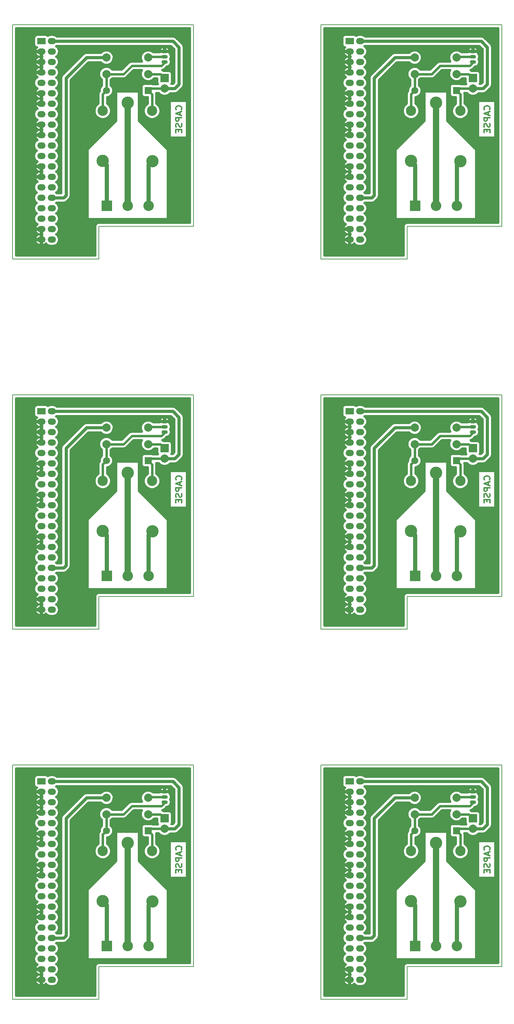
<source format=gbr>
G04 #@! TF.FileFunction,Copper,L2,Bot,Signal*
%FSLAX46Y46*%
G04 Gerber Fmt 4.6, Leading zero omitted, Abs format (unit mm)*
G04 Created by KiCad (PCBNEW (2015-09-12 BZR 6188)-product) date sáb 01 jul 2017 16:06:55 ART*
%MOMM*%
G01*
G04 APERTURE LIST*
%ADD10C,0.100000*%
%ADD11C,0.300000*%
%ADD12C,0.150000*%
%ADD13C,1.699260*%
%ADD14R,1.699260X1.699260*%
%ADD15R,2.000000X1.524000*%
%ADD16O,2.000000X1.524000*%
%ADD17R,2.540000X2.540000*%
%ADD18C,2.540000*%
%ADD19C,2.500000*%
%ADD20C,3.000000*%
%ADD21C,1.998980*%
%ADD22R,2.000000X2.000000*%
%ADD23C,2.000000*%
%ADD24O,1.501140X0.899160*%
%ADD25C,0.800000*%
%ADD26C,0.600000*%
%ADD27C,1.000000*%
%ADD28C,1.500000*%
%ADD29C,0.500000*%
G04 APERTURE END LIST*
D10*
D11*
X137535714Y-219178572D02*
X137607143Y-219107143D01*
X137678571Y-218892857D01*
X137678571Y-218750000D01*
X137607143Y-218535715D01*
X137464286Y-218392857D01*
X137321429Y-218321429D01*
X137035714Y-218250000D01*
X136821429Y-218250000D01*
X136535714Y-218321429D01*
X136392857Y-218392857D01*
X136250000Y-218535715D01*
X136178571Y-218750000D01*
X136178571Y-218892857D01*
X136250000Y-219107143D01*
X136321429Y-219178572D01*
X137250000Y-219750000D02*
X137250000Y-220464286D01*
X137678571Y-219607143D02*
X136178571Y-220107143D01*
X137678571Y-220607143D01*
X137678571Y-221107143D02*
X136178571Y-221107143D01*
X136178571Y-221678571D01*
X136250000Y-221821429D01*
X136321429Y-221892857D01*
X136464286Y-221964286D01*
X136678571Y-221964286D01*
X136821429Y-221892857D01*
X136892857Y-221821429D01*
X136964286Y-221678571D01*
X136964286Y-221107143D01*
X137607143Y-222535714D02*
X137678571Y-222750000D01*
X137678571Y-223107143D01*
X137607143Y-223250000D01*
X137535714Y-223321429D01*
X137392857Y-223392857D01*
X137250000Y-223392857D01*
X137107143Y-223321429D01*
X137035714Y-223250000D01*
X136964286Y-223107143D01*
X136892857Y-222821429D01*
X136821429Y-222678571D01*
X136750000Y-222607143D01*
X136607143Y-222535714D01*
X136464286Y-222535714D01*
X136321429Y-222607143D01*
X136250000Y-222678571D01*
X136178571Y-222821429D01*
X136178571Y-223178571D01*
X136250000Y-223392857D01*
X136892857Y-224035714D02*
X136892857Y-224535714D01*
X137678571Y-224750000D02*
X137678571Y-224035714D01*
X136178571Y-224035714D01*
X136178571Y-224750000D01*
X62535714Y-219178572D02*
X62607143Y-219107143D01*
X62678571Y-218892857D01*
X62678571Y-218750000D01*
X62607143Y-218535715D01*
X62464286Y-218392857D01*
X62321429Y-218321429D01*
X62035714Y-218250000D01*
X61821429Y-218250000D01*
X61535714Y-218321429D01*
X61392857Y-218392857D01*
X61250000Y-218535715D01*
X61178571Y-218750000D01*
X61178571Y-218892857D01*
X61250000Y-219107143D01*
X61321429Y-219178572D01*
X62250000Y-219750000D02*
X62250000Y-220464286D01*
X62678571Y-219607143D02*
X61178571Y-220107143D01*
X62678571Y-220607143D01*
X62678571Y-221107143D02*
X61178571Y-221107143D01*
X61178571Y-221678571D01*
X61250000Y-221821429D01*
X61321429Y-221892857D01*
X61464286Y-221964286D01*
X61678571Y-221964286D01*
X61821429Y-221892857D01*
X61892857Y-221821429D01*
X61964286Y-221678571D01*
X61964286Y-221107143D01*
X62607143Y-222535714D02*
X62678571Y-222750000D01*
X62678571Y-223107143D01*
X62607143Y-223250000D01*
X62535714Y-223321429D01*
X62392857Y-223392857D01*
X62250000Y-223392857D01*
X62107143Y-223321429D01*
X62035714Y-223250000D01*
X61964286Y-223107143D01*
X61892857Y-222821429D01*
X61821429Y-222678571D01*
X61750000Y-222607143D01*
X61607143Y-222535714D01*
X61464286Y-222535714D01*
X61321429Y-222607143D01*
X61250000Y-222678571D01*
X61178571Y-222821429D01*
X61178571Y-223178571D01*
X61250000Y-223392857D01*
X61892857Y-224035714D02*
X61892857Y-224535714D01*
X62678571Y-224750000D02*
X62678571Y-224035714D01*
X61178571Y-224035714D01*
X61178571Y-224750000D01*
X137535714Y-129178572D02*
X137607143Y-129107143D01*
X137678571Y-128892857D01*
X137678571Y-128750000D01*
X137607143Y-128535715D01*
X137464286Y-128392857D01*
X137321429Y-128321429D01*
X137035714Y-128250000D01*
X136821429Y-128250000D01*
X136535714Y-128321429D01*
X136392857Y-128392857D01*
X136250000Y-128535715D01*
X136178571Y-128750000D01*
X136178571Y-128892857D01*
X136250000Y-129107143D01*
X136321429Y-129178572D01*
X137250000Y-129750000D02*
X137250000Y-130464286D01*
X137678571Y-129607143D02*
X136178571Y-130107143D01*
X137678571Y-130607143D01*
X137678571Y-131107143D02*
X136178571Y-131107143D01*
X136178571Y-131678571D01*
X136250000Y-131821429D01*
X136321429Y-131892857D01*
X136464286Y-131964286D01*
X136678571Y-131964286D01*
X136821429Y-131892857D01*
X136892857Y-131821429D01*
X136964286Y-131678571D01*
X136964286Y-131107143D01*
X137607143Y-132535714D02*
X137678571Y-132750000D01*
X137678571Y-133107143D01*
X137607143Y-133250000D01*
X137535714Y-133321429D01*
X137392857Y-133392857D01*
X137250000Y-133392857D01*
X137107143Y-133321429D01*
X137035714Y-133250000D01*
X136964286Y-133107143D01*
X136892857Y-132821429D01*
X136821429Y-132678571D01*
X136750000Y-132607143D01*
X136607143Y-132535714D01*
X136464286Y-132535714D01*
X136321429Y-132607143D01*
X136250000Y-132678571D01*
X136178571Y-132821429D01*
X136178571Y-133178571D01*
X136250000Y-133392857D01*
X136892857Y-134035714D02*
X136892857Y-134535714D01*
X137678571Y-134750000D02*
X137678571Y-134035714D01*
X136178571Y-134035714D01*
X136178571Y-134750000D01*
X62535714Y-129178572D02*
X62607143Y-129107143D01*
X62678571Y-128892857D01*
X62678571Y-128750000D01*
X62607143Y-128535715D01*
X62464286Y-128392857D01*
X62321429Y-128321429D01*
X62035714Y-128250000D01*
X61821429Y-128250000D01*
X61535714Y-128321429D01*
X61392857Y-128392857D01*
X61250000Y-128535715D01*
X61178571Y-128750000D01*
X61178571Y-128892857D01*
X61250000Y-129107143D01*
X61321429Y-129178572D01*
X62250000Y-129750000D02*
X62250000Y-130464286D01*
X62678571Y-129607143D02*
X61178571Y-130107143D01*
X62678571Y-130607143D01*
X62678571Y-131107143D02*
X61178571Y-131107143D01*
X61178571Y-131678571D01*
X61250000Y-131821429D01*
X61321429Y-131892857D01*
X61464286Y-131964286D01*
X61678571Y-131964286D01*
X61821429Y-131892857D01*
X61892857Y-131821429D01*
X61964286Y-131678571D01*
X61964286Y-131107143D01*
X62607143Y-132535714D02*
X62678571Y-132750000D01*
X62678571Y-133107143D01*
X62607143Y-133250000D01*
X62535714Y-133321429D01*
X62392857Y-133392857D01*
X62250000Y-133392857D01*
X62107143Y-133321429D01*
X62035714Y-133250000D01*
X61964286Y-133107143D01*
X61892857Y-132821429D01*
X61821429Y-132678571D01*
X61750000Y-132607143D01*
X61607143Y-132535714D01*
X61464286Y-132535714D01*
X61321429Y-132607143D01*
X61250000Y-132678571D01*
X61178571Y-132821429D01*
X61178571Y-133178571D01*
X61250000Y-133392857D01*
X61892857Y-134035714D02*
X61892857Y-134535714D01*
X62678571Y-134750000D02*
X62678571Y-134035714D01*
X61178571Y-134035714D01*
X61178571Y-134750000D01*
X137535714Y-39178572D02*
X137607143Y-39107143D01*
X137678571Y-38892857D01*
X137678571Y-38750000D01*
X137607143Y-38535715D01*
X137464286Y-38392857D01*
X137321429Y-38321429D01*
X137035714Y-38250000D01*
X136821429Y-38250000D01*
X136535714Y-38321429D01*
X136392857Y-38392857D01*
X136250000Y-38535715D01*
X136178571Y-38750000D01*
X136178571Y-38892857D01*
X136250000Y-39107143D01*
X136321429Y-39178572D01*
X137250000Y-39750000D02*
X137250000Y-40464286D01*
X137678571Y-39607143D02*
X136178571Y-40107143D01*
X137678571Y-40607143D01*
X137678571Y-41107143D02*
X136178571Y-41107143D01*
X136178571Y-41678571D01*
X136250000Y-41821429D01*
X136321429Y-41892857D01*
X136464286Y-41964286D01*
X136678571Y-41964286D01*
X136821429Y-41892857D01*
X136892857Y-41821429D01*
X136964286Y-41678571D01*
X136964286Y-41107143D01*
X137607143Y-42535714D02*
X137678571Y-42750000D01*
X137678571Y-43107143D01*
X137607143Y-43250000D01*
X137535714Y-43321429D01*
X137392857Y-43392857D01*
X137250000Y-43392857D01*
X137107143Y-43321429D01*
X137035714Y-43250000D01*
X136964286Y-43107143D01*
X136892857Y-42821429D01*
X136821429Y-42678571D01*
X136750000Y-42607143D01*
X136607143Y-42535714D01*
X136464286Y-42535714D01*
X136321429Y-42607143D01*
X136250000Y-42678571D01*
X136178571Y-42821429D01*
X136178571Y-43178571D01*
X136250000Y-43392857D01*
X136892857Y-44035714D02*
X136892857Y-44535714D01*
X137678571Y-44750000D02*
X137678571Y-44035714D01*
X136178571Y-44035714D01*
X136178571Y-44750000D01*
D12*
X96500000Y-198500000D02*
X96500000Y-255500000D01*
X21500000Y-198500000D02*
X21500000Y-255500000D01*
X96500000Y-108500000D02*
X96500000Y-165500000D01*
X21500000Y-108500000D02*
X21500000Y-165500000D01*
X96500000Y-18500000D02*
X96500000Y-75500000D01*
X117500000Y-247500000D02*
X140500000Y-247500000D01*
X42500000Y-247500000D02*
X65500000Y-247500000D01*
X117500000Y-157500000D02*
X140500000Y-157500000D01*
X42500000Y-157500000D02*
X65500000Y-157500000D01*
X117500000Y-67500000D02*
X140500000Y-67500000D01*
X117500000Y-255500000D02*
X117500000Y-247500000D01*
X42500000Y-255500000D02*
X42500000Y-247500000D01*
X117500000Y-165500000D02*
X117500000Y-157500000D01*
X42500000Y-165500000D02*
X42500000Y-157500000D01*
X117500000Y-75500000D02*
X117500000Y-67500000D01*
X140500000Y-198500000D02*
X96500000Y-198500000D01*
X65500000Y-198500000D02*
X21500000Y-198500000D01*
X140500000Y-108500000D02*
X96500000Y-108500000D01*
X65500000Y-108500000D02*
X21500000Y-108500000D01*
X140500000Y-18500000D02*
X96500000Y-18500000D01*
X96500000Y-255500000D02*
X117500000Y-255500000D01*
X21500000Y-255500000D02*
X42500000Y-255500000D01*
X96500000Y-165500000D02*
X117500000Y-165500000D01*
X21500000Y-165500000D02*
X42500000Y-165500000D01*
X96500000Y-75500000D02*
X117500000Y-75500000D01*
X140500000Y-247500000D02*
X140500000Y-198500000D01*
X65500000Y-247500000D02*
X65500000Y-198500000D01*
X140500000Y-157500000D02*
X140500000Y-108500000D01*
X65500000Y-157500000D02*
X65500000Y-108500000D01*
X140500000Y-67500000D02*
X140500000Y-18500000D01*
D11*
X62535714Y-39178572D02*
X62607143Y-39107143D01*
X62678571Y-38892857D01*
X62678571Y-38750000D01*
X62607143Y-38535715D01*
X62464286Y-38392857D01*
X62321429Y-38321429D01*
X62035714Y-38250000D01*
X61821429Y-38250000D01*
X61535714Y-38321429D01*
X61392857Y-38392857D01*
X61250000Y-38535715D01*
X61178571Y-38750000D01*
X61178571Y-38892857D01*
X61250000Y-39107143D01*
X61321429Y-39178572D01*
X62250000Y-39750000D02*
X62250000Y-40464286D01*
X62678571Y-39607143D02*
X61178571Y-40107143D01*
X62678571Y-40607143D01*
X62678571Y-41107143D02*
X61178571Y-41107143D01*
X61178571Y-41678571D01*
X61250000Y-41821429D01*
X61321429Y-41892857D01*
X61464286Y-41964286D01*
X61678571Y-41964286D01*
X61821429Y-41892857D01*
X61892857Y-41821429D01*
X61964286Y-41678571D01*
X61964286Y-41107143D01*
X62607143Y-42535714D02*
X62678571Y-42750000D01*
X62678571Y-43107143D01*
X62607143Y-43250000D01*
X62535714Y-43321429D01*
X62392857Y-43392857D01*
X62250000Y-43392857D01*
X62107143Y-43321429D01*
X62035714Y-43250000D01*
X61964286Y-43107143D01*
X61892857Y-42821429D01*
X61821429Y-42678571D01*
X61750000Y-42607143D01*
X61607143Y-42535714D01*
X61464286Y-42535714D01*
X61321429Y-42607143D01*
X61250000Y-42678571D01*
X61178571Y-42821429D01*
X61178571Y-43178571D01*
X61250000Y-43392857D01*
X61892857Y-44035714D02*
X61892857Y-44535714D01*
X62678571Y-44750000D02*
X62678571Y-44035714D01*
X61178571Y-44035714D01*
X61178571Y-44750000D01*
D12*
X65500000Y-18500000D02*
X21500000Y-18500000D01*
X65500000Y-67500000D02*
X65500000Y-18500000D01*
X42500000Y-67500000D02*
X65500000Y-67500000D01*
X42500000Y-75500000D02*
X42500000Y-67500000D01*
X21500000Y-75500000D02*
X42500000Y-75500000D01*
X21500000Y-18500000D02*
X21500000Y-75500000D01*
D13*
X119339480Y-214502540D03*
D14*
X129499480Y-214502540D03*
D13*
X44339480Y-214502540D03*
D14*
X54499480Y-214502540D03*
D13*
X119339480Y-124502540D03*
D14*
X129499480Y-124502540D03*
D13*
X44339480Y-124502540D03*
D14*
X54499480Y-124502540D03*
D13*
X119339480Y-34502540D03*
D14*
X129499480Y-34502540D03*
D15*
X103500000Y-202500000D03*
D16*
X106040000Y-202500000D03*
X103500000Y-205040000D03*
X106040000Y-205040000D03*
X103500000Y-207580000D03*
X106040000Y-207580000D03*
X103500000Y-210120000D03*
X106040000Y-210120000D03*
X103500000Y-212660000D03*
X106040000Y-212660000D03*
X103500000Y-215200000D03*
X106040000Y-215200000D03*
X103500000Y-217740000D03*
X106040000Y-217740000D03*
X103500000Y-220280000D03*
X106040000Y-220280000D03*
X103500000Y-222820000D03*
X106040000Y-222820000D03*
X103500000Y-225360000D03*
X106040000Y-225360000D03*
X103500000Y-227900000D03*
X106040000Y-227900000D03*
X103500000Y-230440000D03*
X106040000Y-230440000D03*
X103500000Y-232980000D03*
X106040000Y-232980000D03*
X103500000Y-235520000D03*
X106040000Y-235520000D03*
X103500000Y-238060000D03*
X106040000Y-238060000D03*
X103500000Y-240600000D03*
X106040000Y-240600000D03*
X103500000Y-243140000D03*
X106040000Y-243140000D03*
X103500000Y-245680000D03*
X106040000Y-245680000D03*
X103500000Y-248220000D03*
X106040000Y-248220000D03*
X103500000Y-250760000D03*
X106040000Y-250760000D03*
D15*
X28500000Y-202500000D03*
D16*
X31040000Y-202500000D03*
X28500000Y-205040000D03*
X31040000Y-205040000D03*
X28500000Y-207580000D03*
X31040000Y-207580000D03*
X28500000Y-210120000D03*
X31040000Y-210120000D03*
X28500000Y-212660000D03*
X31040000Y-212660000D03*
X28500000Y-215200000D03*
X31040000Y-215200000D03*
X28500000Y-217740000D03*
X31040000Y-217740000D03*
X28500000Y-220280000D03*
X31040000Y-220280000D03*
X28500000Y-222820000D03*
X31040000Y-222820000D03*
X28500000Y-225360000D03*
X31040000Y-225360000D03*
X28500000Y-227900000D03*
X31040000Y-227900000D03*
X28500000Y-230440000D03*
X31040000Y-230440000D03*
X28500000Y-232980000D03*
X31040000Y-232980000D03*
X28500000Y-235520000D03*
X31040000Y-235520000D03*
X28500000Y-238060000D03*
X31040000Y-238060000D03*
X28500000Y-240600000D03*
X31040000Y-240600000D03*
X28500000Y-243140000D03*
X31040000Y-243140000D03*
X28500000Y-245680000D03*
X31040000Y-245680000D03*
X28500000Y-248220000D03*
X31040000Y-248220000D03*
X28500000Y-250760000D03*
X31040000Y-250760000D03*
D15*
X103500000Y-112500000D03*
D16*
X106040000Y-112500000D03*
X103500000Y-115040000D03*
X106040000Y-115040000D03*
X103500000Y-117580000D03*
X106040000Y-117580000D03*
X103500000Y-120120000D03*
X106040000Y-120120000D03*
X103500000Y-122660000D03*
X106040000Y-122660000D03*
X103500000Y-125200000D03*
X106040000Y-125200000D03*
X103500000Y-127740000D03*
X106040000Y-127740000D03*
X103500000Y-130280000D03*
X106040000Y-130280000D03*
X103500000Y-132820000D03*
X106040000Y-132820000D03*
X103500000Y-135360000D03*
X106040000Y-135360000D03*
X103500000Y-137900000D03*
X106040000Y-137900000D03*
X103500000Y-140440000D03*
X106040000Y-140440000D03*
X103500000Y-142980000D03*
X106040000Y-142980000D03*
X103500000Y-145520000D03*
X106040000Y-145520000D03*
X103500000Y-148060000D03*
X106040000Y-148060000D03*
X103500000Y-150600000D03*
X106040000Y-150600000D03*
X103500000Y-153140000D03*
X106040000Y-153140000D03*
X103500000Y-155680000D03*
X106040000Y-155680000D03*
X103500000Y-158220000D03*
X106040000Y-158220000D03*
X103500000Y-160760000D03*
X106040000Y-160760000D03*
D15*
X28500000Y-112500000D03*
D16*
X31040000Y-112500000D03*
X28500000Y-115040000D03*
X31040000Y-115040000D03*
X28500000Y-117580000D03*
X31040000Y-117580000D03*
X28500000Y-120120000D03*
X31040000Y-120120000D03*
X28500000Y-122660000D03*
X31040000Y-122660000D03*
X28500000Y-125200000D03*
X31040000Y-125200000D03*
X28500000Y-127740000D03*
X31040000Y-127740000D03*
X28500000Y-130280000D03*
X31040000Y-130280000D03*
X28500000Y-132820000D03*
X31040000Y-132820000D03*
X28500000Y-135360000D03*
X31040000Y-135360000D03*
X28500000Y-137900000D03*
X31040000Y-137900000D03*
X28500000Y-140440000D03*
X31040000Y-140440000D03*
X28500000Y-142980000D03*
X31040000Y-142980000D03*
X28500000Y-145520000D03*
X31040000Y-145520000D03*
X28500000Y-148060000D03*
X31040000Y-148060000D03*
X28500000Y-150600000D03*
X31040000Y-150600000D03*
X28500000Y-153140000D03*
X31040000Y-153140000D03*
X28500000Y-155680000D03*
X31040000Y-155680000D03*
X28500000Y-158220000D03*
X31040000Y-158220000D03*
X28500000Y-160760000D03*
X31040000Y-160760000D03*
D15*
X103500000Y-22500000D03*
D16*
X106040000Y-22500000D03*
X103500000Y-25040000D03*
X106040000Y-25040000D03*
X103500000Y-27580000D03*
X106040000Y-27580000D03*
X103500000Y-30120000D03*
X106040000Y-30120000D03*
X103500000Y-32660000D03*
X106040000Y-32660000D03*
X103500000Y-35200000D03*
X106040000Y-35200000D03*
X103500000Y-37740000D03*
X106040000Y-37740000D03*
X103500000Y-40280000D03*
X106040000Y-40280000D03*
X103500000Y-42820000D03*
X106040000Y-42820000D03*
X103500000Y-45360000D03*
X106040000Y-45360000D03*
X103500000Y-47900000D03*
X106040000Y-47900000D03*
X103500000Y-50440000D03*
X106040000Y-50440000D03*
X103500000Y-52980000D03*
X106040000Y-52980000D03*
X103500000Y-55520000D03*
X106040000Y-55520000D03*
X103500000Y-58060000D03*
X106040000Y-58060000D03*
X103500000Y-60600000D03*
X106040000Y-60600000D03*
X103500000Y-63140000D03*
X106040000Y-63140000D03*
X103500000Y-65680000D03*
X106040000Y-65680000D03*
X103500000Y-68220000D03*
X106040000Y-68220000D03*
X103500000Y-70760000D03*
X106040000Y-70760000D03*
D17*
X119420000Y-242500000D03*
D18*
X124500000Y-242500000D03*
X129580000Y-242500000D03*
D17*
X44420000Y-242500000D03*
D18*
X49500000Y-242500000D03*
X54580000Y-242500000D03*
D17*
X119420000Y-152500000D03*
D18*
X124500000Y-152500000D03*
X129580000Y-152500000D03*
D17*
X44420000Y-152500000D03*
D18*
X49500000Y-152500000D03*
X54580000Y-152500000D03*
D17*
X119420000Y-62500000D03*
D18*
X124500000Y-62500000D03*
X129580000Y-62500000D03*
D19*
X118450000Y-219450000D03*
D20*
X118450000Y-231650000D03*
X130500000Y-231700000D03*
D19*
X130450000Y-219450000D03*
D20*
X124500000Y-217500000D03*
D19*
X43450000Y-219450000D03*
D20*
X43450000Y-231650000D03*
X55500000Y-231700000D03*
D19*
X55450000Y-219450000D03*
D20*
X49500000Y-217500000D03*
D19*
X118450000Y-129450000D03*
D20*
X118450000Y-141650000D03*
X130500000Y-141700000D03*
D19*
X130450000Y-129450000D03*
D20*
X124500000Y-127500000D03*
D19*
X43450000Y-129450000D03*
D20*
X43450000Y-141650000D03*
X55500000Y-141700000D03*
D19*
X55450000Y-129450000D03*
D20*
X49500000Y-127500000D03*
D19*
X118450000Y-39450000D03*
D20*
X118450000Y-51650000D03*
X130500000Y-51700000D03*
D19*
X130450000Y-39450000D03*
D20*
X124500000Y-37500000D03*
D21*
X129500000Y-210500000D03*
X119340000Y-210500000D03*
X54500000Y-210500000D03*
X44340000Y-210500000D03*
X129500000Y-120500000D03*
X119340000Y-120500000D03*
X54500000Y-120500000D03*
X44340000Y-120500000D03*
X129500000Y-30500000D03*
X119340000Y-30500000D03*
X129500000Y-206500000D03*
X119340000Y-206500000D03*
X54500000Y-206500000D03*
X44340000Y-206500000D03*
X129500000Y-116500000D03*
X119340000Y-116500000D03*
X54500000Y-116500000D03*
X44340000Y-116500000D03*
X129500000Y-26500000D03*
X119340000Y-26500000D03*
D22*
X133500000Y-211500000D03*
D23*
X133500000Y-214040000D03*
D22*
X58500000Y-211500000D03*
D23*
X58500000Y-214040000D03*
D22*
X133500000Y-121500000D03*
D23*
X133500000Y-124040000D03*
D22*
X58500000Y-121500000D03*
D23*
X58500000Y-124040000D03*
D22*
X133500000Y-31500000D03*
D23*
X133500000Y-34040000D03*
D24*
X133500000Y-206270000D03*
X133500000Y-207540000D03*
X133500000Y-205000000D03*
X58500000Y-206270000D03*
X58500000Y-207540000D03*
X58500000Y-205000000D03*
X133500000Y-116270000D03*
X133500000Y-117540000D03*
X133500000Y-115000000D03*
X58500000Y-116270000D03*
X58500000Y-117540000D03*
X58500000Y-115000000D03*
X133500000Y-26270000D03*
X133500000Y-27540000D03*
X133500000Y-25000000D03*
D15*
X28500000Y-22500000D03*
D16*
X31040000Y-22500000D03*
X28500000Y-25040000D03*
X31040000Y-25040000D03*
X28500000Y-27580000D03*
X31040000Y-27580000D03*
X28500000Y-30120000D03*
X31040000Y-30120000D03*
X28500000Y-32660000D03*
X31040000Y-32660000D03*
X28500000Y-35200000D03*
X31040000Y-35200000D03*
X28500000Y-37740000D03*
X31040000Y-37740000D03*
X28500000Y-40280000D03*
X31040000Y-40280000D03*
X28500000Y-42820000D03*
X31040000Y-42820000D03*
X28500000Y-45360000D03*
X31040000Y-45360000D03*
X28500000Y-47900000D03*
X31040000Y-47900000D03*
X28500000Y-50440000D03*
X31040000Y-50440000D03*
X28500000Y-52980000D03*
X31040000Y-52980000D03*
X28500000Y-55520000D03*
X31040000Y-55520000D03*
X28500000Y-58060000D03*
X31040000Y-58060000D03*
X28500000Y-60600000D03*
X31040000Y-60600000D03*
X28500000Y-63140000D03*
X31040000Y-63140000D03*
X28500000Y-65680000D03*
X31040000Y-65680000D03*
X28500000Y-68220000D03*
X31040000Y-68220000D03*
X28500000Y-70760000D03*
X31040000Y-70760000D03*
D13*
X44339480Y-34502540D03*
D14*
X54499480Y-34502540D03*
D17*
X44420000Y-62500000D03*
D18*
X49500000Y-62500000D03*
X54580000Y-62500000D03*
D19*
X43450000Y-39450000D03*
D20*
X43450000Y-51650000D03*
X55500000Y-51700000D03*
D19*
X55450000Y-39450000D03*
D20*
X49500000Y-37500000D03*
D22*
X58500000Y-31500000D03*
D23*
X58500000Y-34040000D03*
D24*
X58500000Y-26270000D03*
X58500000Y-27540000D03*
X58500000Y-25000000D03*
D21*
X54500000Y-26500000D03*
X44340000Y-26500000D03*
X54500000Y-30500000D03*
X44340000Y-30500000D03*
D25*
X135500000Y-202500000D02*
X137000000Y-204000000D01*
X60500000Y-202500000D02*
X62000000Y-204000000D01*
X135500000Y-112500000D02*
X137000000Y-114000000D01*
X60500000Y-112500000D02*
X62000000Y-114000000D01*
X135500000Y-22500000D02*
X137000000Y-24000000D01*
X106040000Y-202500000D02*
X135500000Y-202500000D01*
X31040000Y-202500000D02*
X60500000Y-202500000D01*
X106040000Y-112500000D02*
X135500000Y-112500000D01*
X31040000Y-112500000D02*
X60500000Y-112500000D01*
X106040000Y-22500000D02*
X135500000Y-22500000D01*
X137000000Y-213000000D02*
X135960000Y-214040000D01*
X62000000Y-213000000D02*
X60960000Y-214040000D01*
X137000000Y-123000000D02*
X135960000Y-124040000D01*
X62000000Y-123000000D02*
X60960000Y-124040000D01*
X137000000Y-33000000D02*
X135960000Y-34040000D01*
D26*
X129962020Y-214040000D02*
X129499480Y-214502540D01*
X54962020Y-214040000D02*
X54499480Y-214502540D01*
X129962020Y-124040000D02*
X129499480Y-124502540D01*
X54962020Y-124040000D02*
X54499480Y-124502540D01*
X129962020Y-34040000D02*
X129499480Y-34502540D01*
X133500000Y-214040000D02*
X129962020Y-214040000D01*
X58500000Y-214040000D02*
X54962020Y-214040000D01*
X133500000Y-124040000D02*
X129962020Y-124040000D01*
X58500000Y-124040000D02*
X54962020Y-124040000D01*
X133500000Y-34040000D02*
X129962020Y-34040000D01*
X130450000Y-215453060D02*
X130450000Y-219450000D01*
X55450000Y-215453060D02*
X55450000Y-219450000D01*
X130450000Y-125453060D02*
X130450000Y-129450000D01*
X55450000Y-125453060D02*
X55450000Y-129450000D01*
X130450000Y-35453060D02*
X130450000Y-39450000D01*
D25*
X137000000Y-204000000D02*
X137000000Y-213000000D01*
X62000000Y-204000000D02*
X62000000Y-213000000D01*
X137000000Y-114000000D02*
X137000000Y-123000000D01*
X62000000Y-114000000D02*
X62000000Y-123000000D01*
X137000000Y-24000000D02*
X137000000Y-33000000D01*
X135960000Y-214040000D02*
X133500000Y-214040000D01*
X60960000Y-214040000D02*
X58500000Y-214040000D01*
X135960000Y-124040000D02*
X133500000Y-124040000D01*
X60960000Y-124040000D02*
X58500000Y-124040000D01*
X135960000Y-34040000D02*
X133500000Y-34040000D01*
D26*
X129499480Y-214502540D02*
X130450000Y-215453060D01*
X54499480Y-214502540D02*
X55450000Y-215453060D01*
X129499480Y-124502540D02*
X130450000Y-125453060D01*
X54499480Y-124502540D02*
X55450000Y-125453060D01*
X129499480Y-34502540D02*
X130450000Y-35453060D01*
D25*
X31040000Y-22500000D02*
X60500000Y-22500000D01*
X60960000Y-34040000D02*
X58500000Y-34040000D01*
X62000000Y-33000000D02*
X60960000Y-34040000D01*
X62000000Y-24000000D02*
X62000000Y-33000000D01*
X60500000Y-22500000D02*
X62000000Y-24000000D01*
D26*
X54499480Y-34502540D02*
X55450000Y-35453060D01*
X55450000Y-35453060D02*
X55450000Y-39450000D01*
X58500000Y-34040000D02*
X54962020Y-34040000D01*
X54962020Y-34040000D02*
X54499480Y-34502540D01*
D27*
X119420000Y-232620000D02*
X118450000Y-231650000D01*
X44420000Y-232620000D02*
X43450000Y-231650000D01*
X119420000Y-142620000D02*
X118450000Y-141650000D01*
X44420000Y-142620000D02*
X43450000Y-141650000D01*
X119420000Y-52620000D02*
X118450000Y-51650000D01*
X119420000Y-242500000D02*
X119420000Y-232620000D01*
X44420000Y-242500000D02*
X44420000Y-232620000D01*
X119420000Y-152500000D02*
X119420000Y-142620000D01*
X44420000Y-152500000D02*
X44420000Y-142620000D01*
X119420000Y-62500000D02*
X119420000Y-52620000D01*
X44420000Y-62500000D02*
X44420000Y-52620000D01*
X44420000Y-52620000D02*
X43450000Y-51650000D01*
D28*
X124500000Y-242500000D02*
X124500000Y-217500000D01*
X49500000Y-242500000D02*
X49500000Y-217500000D01*
X124500000Y-152500000D02*
X124500000Y-127500000D01*
X49500000Y-152500000D02*
X49500000Y-127500000D01*
X124500000Y-62500000D02*
X124500000Y-37500000D01*
X49500000Y-62500000D02*
X49500000Y-37500000D01*
D27*
X129580000Y-232620000D02*
X130500000Y-231700000D01*
X54580000Y-232620000D02*
X55500000Y-231700000D01*
X129580000Y-142620000D02*
X130500000Y-141700000D01*
X54580000Y-142620000D02*
X55500000Y-141700000D01*
X129580000Y-52620000D02*
X130500000Y-51700000D01*
X129580000Y-242500000D02*
X129580000Y-232620000D01*
X54580000Y-242500000D02*
X54580000Y-232620000D01*
X129580000Y-152500000D02*
X129580000Y-142620000D01*
X54580000Y-152500000D02*
X54580000Y-142620000D01*
X129580000Y-62500000D02*
X129580000Y-52620000D01*
X54580000Y-62500000D02*
X54580000Y-52620000D01*
X54580000Y-52620000D02*
X55500000Y-51700000D01*
D26*
X132500000Y-210500000D02*
X133500000Y-211500000D01*
X57500000Y-210500000D02*
X58500000Y-211500000D01*
X132500000Y-120500000D02*
X133500000Y-121500000D01*
X57500000Y-120500000D02*
X58500000Y-121500000D01*
X132500000Y-30500000D02*
X133500000Y-31500000D01*
X129500000Y-210500000D02*
X132500000Y-210500000D01*
X54500000Y-210500000D02*
X57500000Y-210500000D01*
X129500000Y-120500000D02*
X132500000Y-120500000D01*
X54500000Y-120500000D02*
X57500000Y-120500000D01*
X129500000Y-30500000D02*
X132500000Y-30500000D01*
X54500000Y-30500000D02*
X57500000Y-30500000D01*
X57500000Y-30500000D02*
X58500000Y-31500000D01*
X133500000Y-206270000D02*
X129730000Y-206270000D01*
X58500000Y-206270000D02*
X54730000Y-206270000D01*
X133500000Y-116270000D02*
X129730000Y-116270000D01*
X58500000Y-116270000D02*
X54730000Y-116270000D01*
X133500000Y-26270000D02*
X129730000Y-26270000D01*
X129730000Y-206270000D02*
X129500000Y-206500000D01*
X54730000Y-206270000D02*
X54500000Y-206500000D01*
X129730000Y-116270000D02*
X129500000Y-116500000D01*
X54730000Y-116270000D02*
X54500000Y-116500000D01*
X129730000Y-26270000D02*
X129500000Y-26500000D01*
X58500000Y-26270000D02*
X54730000Y-26270000D01*
X54730000Y-26270000D02*
X54500000Y-26500000D01*
D25*
X109500000Y-240000000D02*
X109500000Y-211500000D01*
X34500000Y-240000000D02*
X34500000Y-211500000D01*
X109500000Y-150000000D02*
X109500000Y-121500000D01*
X34500000Y-150000000D02*
X34500000Y-121500000D01*
X109500000Y-60000000D02*
X109500000Y-31500000D01*
X106040000Y-240600000D02*
X108900000Y-240600000D01*
X31040000Y-240600000D02*
X33900000Y-240600000D01*
X106040000Y-150600000D02*
X108900000Y-150600000D01*
X31040000Y-150600000D02*
X33900000Y-150600000D01*
X106040000Y-60600000D02*
X108900000Y-60600000D01*
X108900000Y-240600000D02*
X109500000Y-240000000D01*
X33900000Y-240600000D02*
X34500000Y-240000000D01*
X108900000Y-150600000D02*
X109500000Y-150000000D01*
X33900000Y-150600000D02*
X34500000Y-150000000D01*
X108900000Y-60600000D02*
X109500000Y-60000000D01*
X109500000Y-211500000D02*
X114500000Y-206500000D01*
X34500000Y-211500000D02*
X39500000Y-206500000D01*
X109500000Y-121500000D02*
X114500000Y-116500000D01*
X34500000Y-121500000D02*
X39500000Y-116500000D01*
X109500000Y-31500000D02*
X114500000Y-26500000D01*
X114500000Y-206500000D02*
X119340000Y-206500000D01*
X39500000Y-206500000D02*
X44340000Y-206500000D01*
X114500000Y-116500000D02*
X119340000Y-116500000D01*
X39500000Y-116500000D02*
X44340000Y-116500000D01*
X114500000Y-26500000D02*
X119340000Y-26500000D01*
X31040000Y-60600000D02*
X33900000Y-60600000D01*
X39500000Y-26500000D02*
X44340000Y-26500000D01*
X34500000Y-31500000D02*
X39500000Y-26500000D01*
X34500000Y-60000000D02*
X34500000Y-31500000D01*
X33900000Y-60600000D02*
X34500000Y-60000000D01*
D26*
X119339480Y-214502540D02*
X118450000Y-215392020D01*
X44339480Y-214502540D02*
X43450000Y-215392020D01*
X119339480Y-124502540D02*
X118450000Y-125392020D01*
X44339480Y-124502540D02*
X43450000Y-125392020D01*
X119339480Y-34502540D02*
X118450000Y-35392020D01*
X119339480Y-214502540D02*
X119339480Y-210500520D01*
X44339480Y-214502540D02*
X44339480Y-210500520D01*
X119339480Y-124502540D02*
X119339480Y-120500520D01*
X44339480Y-124502540D02*
X44339480Y-120500520D01*
X119339480Y-34502540D02*
X119339480Y-30500520D01*
X132750000Y-208500000D02*
X125500000Y-208500000D01*
X57750000Y-208500000D02*
X50500000Y-208500000D01*
X132750000Y-118500000D02*
X125500000Y-118500000D01*
X57750000Y-118500000D02*
X50500000Y-118500000D01*
X132750000Y-28500000D02*
X125500000Y-28500000D01*
X133500000Y-207750000D02*
X132750000Y-208500000D01*
X58500000Y-207750000D02*
X57750000Y-208500000D01*
X133500000Y-117750000D02*
X132750000Y-118500000D01*
X58500000Y-117750000D02*
X57750000Y-118500000D01*
X133500000Y-27750000D02*
X132750000Y-28500000D01*
X133500000Y-207540000D02*
X133500000Y-207750000D01*
X58500000Y-207540000D02*
X58500000Y-207750000D01*
X133500000Y-117540000D02*
X133500000Y-117750000D01*
X58500000Y-117540000D02*
X58500000Y-117750000D01*
X133500000Y-27540000D02*
X133500000Y-27750000D01*
X118450000Y-215392020D02*
X118450000Y-219450000D01*
X43450000Y-215392020D02*
X43450000Y-219450000D01*
X118450000Y-125392020D02*
X118450000Y-129450000D01*
X43450000Y-125392020D02*
X43450000Y-129450000D01*
X118450000Y-35392020D02*
X118450000Y-39450000D01*
X119339480Y-210500520D02*
X119340000Y-210500000D01*
X44339480Y-210500520D02*
X44340000Y-210500000D01*
X119339480Y-120500520D02*
X119340000Y-120500000D01*
X44339480Y-120500520D02*
X44340000Y-120500000D01*
X119339480Y-30500520D02*
X119340000Y-30500000D01*
X125500000Y-208500000D02*
X123500000Y-210500000D01*
X50500000Y-208500000D02*
X48500000Y-210500000D01*
X125500000Y-118500000D02*
X123500000Y-120500000D01*
X50500000Y-118500000D02*
X48500000Y-120500000D01*
X125500000Y-28500000D02*
X123500000Y-30500000D01*
X123500000Y-210500000D02*
X119340000Y-210500000D01*
X48500000Y-210500000D02*
X44340000Y-210500000D01*
X123500000Y-120500000D02*
X119340000Y-120500000D01*
X48500000Y-120500000D02*
X44340000Y-120500000D01*
X123500000Y-30500000D02*
X119340000Y-30500000D01*
X44339480Y-34502540D02*
X43450000Y-35392020D01*
X43450000Y-35392020D02*
X43450000Y-39450000D01*
X44339480Y-34502540D02*
X44339480Y-30500520D01*
X44339480Y-30500520D02*
X44340000Y-30500000D01*
X58500000Y-27540000D02*
X58500000Y-27750000D01*
X58500000Y-27750000D02*
X57750000Y-28500000D01*
X57750000Y-28500000D02*
X50500000Y-28500000D01*
X50500000Y-28500000D02*
X48500000Y-30500000D01*
X48500000Y-30500000D02*
X44340000Y-30500000D01*
D29*
G36*
X64675000Y-66675000D02*
X42500000Y-66675000D01*
X42184286Y-66737799D01*
X41916637Y-66916637D01*
X41737799Y-67184286D01*
X41675000Y-67500000D01*
X41675000Y-74675000D01*
X22325000Y-74675000D01*
X22325000Y-71112049D01*
X26998115Y-71112049D01*
X27001918Y-71153018D01*
X27248238Y-71605314D01*
X27648894Y-71928918D01*
X28142890Y-72074565D01*
X28350000Y-71939513D01*
X28350000Y-70910000D01*
X27097118Y-70910000D01*
X26998115Y-71112049D01*
X22325000Y-71112049D01*
X22325000Y-68572049D01*
X26998115Y-68572049D01*
X27001918Y-68613018D01*
X27248238Y-69065314D01*
X27648894Y-69388918D01*
X27991737Y-69490000D01*
X27648894Y-69591082D01*
X27248238Y-69914686D01*
X27001918Y-70366982D01*
X26998115Y-70407951D01*
X27097118Y-70610000D01*
X28350000Y-70610000D01*
X28350000Y-69580487D01*
X28211233Y-69490000D01*
X28350000Y-69399513D01*
X28350000Y-68370000D01*
X27097118Y-68370000D01*
X26998115Y-68572049D01*
X22325000Y-68572049D01*
X22325000Y-53332049D01*
X26998115Y-53332049D01*
X27001918Y-53373018D01*
X27248238Y-53825314D01*
X27648894Y-54148918D01*
X27991737Y-54250000D01*
X27648894Y-54351082D01*
X27248238Y-54674686D01*
X27001918Y-55126982D01*
X26998115Y-55167951D01*
X27097118Y-55370000D01*
X28350000Y-55370000D01*
X28350000Y-54340487D01*
X28211233Y-54250000D01*
X28350000Y-54159513D01*
X28350000Y-53130000D01*
X27097118Y-53130000D01*
X26998115Y-53332049D01*
X22325000Y-53332049D01*
X22325000Y-43172049D01*
X26998115Y-43172049D01*
X27001918Y-43213018D01*
X27248238Y-43665314D01*
X27648894Y-43988918D01*
X27991737Y-44090000D01*
X27648894Y-44191082D01*
X27248238Y-44514686D01*
X27001918Y-44966982D01*
X26998115Y-45007951D01*
X27097118Y-45210000D01*
X28350000Y-45210000D01*
X28350000Y-44180487D01*
X28211233Y-44090000D01*
X28350000Y-43999513D01*
X28350000Y-42970000D01*
X27097118Y-42970000D01*
X26998115Y-43172049D01*
X22325000Y-43172049D01*
X22325000Y-35552049D01*
X26998115Y-35552049D01*
X27001918Y-35593018D01*
X27248238Y-36045314D01*
X27648894Y-36368918D01*
X27991737Y-36470000D01*
X27648894Y-36571082D01*
X27248238Y-36894686D01*
X27001918Y-37346982D01*
X26998115Y-37387951D01*
X27097118Y-37590000D01*
X28350000Y-37590000D01*
X28350000Y-36560487D01*
X28211233Y-36470000D01*
X28350000Y-36379513D01*
X28350000Y-35350000D01*
X27097118Y-35350000D01*
X26998115Y-35552049D01*
X22325000Y-35552049D01*
X22325000Y-32660000D01*
X26715715Y-32660000D01*
X26830809Y-33238617D01*
X27158570Y-33729145D01*
X27631489Y-34045140D01*
X27248238Y-34354686D01*
X27001918Y-34806982D01*
X26998115Y-34847951D01*
X27097118Y-35050000D01*
X28350000Y-35050000D01*
X28350000Y-35030000D01*
X28650000Y-35030000D01*
X28650000Y-35050000D01*
X28670000Y-35050000D01*
X28670000Y-35350000D01*
X28650000Y-35350000D01*
X28650000Y-36379513D01*
X28788767Y-36470000D01*
X28650000Y-36560487D01*
X28650000Y-37590000D01*
X28670000Y-37590000D01*
X28670000Y-37890000D01*
X28650000Y-37890000D01*
X28650000Y-37910000D01*
X28350000Y-37910000D01*
X28350000Y-37890000D01*
X27097118Y-37890000D01*
X26998115Y-38092049D01*
X27001918Y-38133018D01*
X27248238Y-38585314D01*
X27631489Y-38894860D01*
X27158570Y-39210855D01*
X26830809Y-39701383D01*
X26715715Y-40280000D01*
X26830809Y-40858617D01*
X27158570Y-41349145D01*
X27631489Y-41665140D01*
X27248238Y-41974686D01*
X27001918Y-42426982D01*
X26998115Y-42467951D01*
X27097118Y-42670000D01*
X28350000Y-42670000D01*
X28350000Y-42650000D01*
X28650000Y-42650000D01*
X28650000Y-42670000D01*
X28670000Y-42670000D01*
X28670000Y-42970000D01*
X28650000Y-42970000D01*
X28650000Y-43999513D01*
X28788767Y-44090000D01*
X28650000Y-44180487D01*
X28650000Y-45210000D01*
X28670000Y-45210000D01*
X28670000Y-45510000D01*
X28650000Y-45510000D01*
X28650000Y-45530000D01*
X28350000Y-45530000D01*
X28350000Y-45510000D01*
X27097118Y-45510000D01*
X26998115Y-45712049D01*
X27001918Y-45753018D01*
X27248238Y-46205314D01*
X27631489Y-46514860D01*
X27158570Y-46830855D01*
X26830809Y-47321383D01*
X26715715Y-47900000D01*
X26830809Y-48478617D01*
X27158570Y-48969145D01*
X27459170Y-49170000D01*
X27158570Y-49370855D01*
X26830809Y-49861383D01*
X26715715Y-50440000D01*
X26830809Y-51018617D01*
X27158570Y-51509145D01*
X27631489Y-51825140D01*
X27248238Y-52134686D01*
X27001918Y-52586982D01*
X26998115Y-52627951D01*
X27097118Y-52830000D01*
X28350000Y-52830000D01*
X28350000Y-52810000D01*
X28650000Y-52810000D01*
X28650000Y-52830000D01*
X28670000Y-52830000D01*
X28670000Y-53130000D01*
X28650000Y-53130000D01*
X28650000Y-54159513D01*
X28788767Y-54250000D01*
X28650000Y-54340487D01*
X28650000Y-55370000D01*
X28670000Y-55370000D01*
X28670000Y-55670000D01*
X28650000Y-55670000D01*
X28650000Y-55690000D01*
X28350000Y-55690000D01*
X28350000Y-55670000D01*
X27097118Y-55670000D01*
X26998115Y-55872049D01*
X27001918Y-55913018D01*
X27248238Y-56365314D01*
X27631489Y-56674860D01*
X27158570Y-56990855D01*
X26830809Y-57481383D01*
X26715715Y-58060000D01*
X26830809Y-58638617D01*
X27158570Y-59129145D01*
X27459170Y-59330000D01*
X27158570Y-59530855D01*
X26830809Y-60021383D01*
X26715715Y-60600000D01*
X26830809Y-61178617D01*
X27158570Y-61669145D01*
X27459170Y-61870000D01*
X27158570Y-62070855D01*
X26830809Y-62561383D01*
X26715715Y-63140000D01*
X26830809Y-63718617D01*
X27158570Y-64209145D01*
X27459170Y-64410000D01*
X27158570Y-64610855D01*
X26830809Y-65101383D01*
X26715715Y-65680000D01*
X26830809Y-66258617D01*
X27158570Y-66749145D01*
X27631489Y-67065140D01*
X27248238Y-67374686D01*
X27001918Y-67826982D01*
X26998115Y-67867951D01*
X27097118Y-68070000D01*
X28350000Y-68070000D01*
X28350000Y-68050000D01*
X28650000Y-68050000D01*
X28650000Y-68070000D01*
X28670000Y-68070000D01*
X28670000Y-68370000D01*
X28650000Y-68370000D01*
X28650000Y-69399513D01*
X28788767Y-69490000D01*
X28650000Y-69580487D01*
X28650000Y-70610000D01*
X28670000Y-70610000D01*
X28670000Y-70910000D01*
X28650000Y-70910000D01*
X28650000Y-71939513D01*
X28857110Y-72074565D01*
X29351106Y-71928918D01*
X29620078Y-71711673D01*
X29698570Y-71829145D01*
X30189098Y-72156906D01*
X30767715Y-72272000D01*
X31312285Y-72272000D01*
X31890902Y-72156906D01*
X32381430Y-71829145D01*
X32709191Y-71338617D01*
X32824285Y-70760000D01*
X32709191Y-70181383D01*
X32381430Y-69690855D01*
X32080830Y-69490000D01*
X32381430Y-69289145D01*
X32709191Y-68798617D01*
X32824285Y-68220000D01*
X32709191Y-67641383D01*
X32381430Y-67150855D01*
X32080830Y-66950000D01*
X32381430Y-66749145D01*
X32709191Y-66258617D01*
X32824285Y-65680000D01*
X32709191Y-65101383D01*
X32381430Y-64610855D01*
X32080830Y-64410000D01*
X32381430Y-64209145D01*
X32709191Y-63718617D01*
X32824285Y-63140000D01*
X32709191Y-62561383D01*
X32381430Y-62070855D01*
X32080830Y-61870000D01*
X32260422Y-61750000D01*
X33900000Y-61750000D01*
X34340086Y-61662461D01*
X34713173Y-61413173D01*
X35313173Y-60813173D01*
X35562461Y-60440086D01*
X35650000Y-60000000D01*
X35650000Y-49000000D01*
X39750000Y-49000000D01*
X39750000Y-65500000D01*
X39767097Y-65590864D01*
X39820798Y-65674318D01*
X39902736Y-65730304D01*
X40000000Y-65750000D01*
X59000000Y-65750000D01*
X59090864Y-65732903D01*
X59174318Y-65679202D01*
X59230304Y-65597264D01*
X59250000Y-65500000D01*
X59250000Y-49000000D01*
X59231625Y-48905927D01*
X59176777Y-48823223D01*
X52250000Y-41896446D01*
X52250000Y-35000000D01*
X52232903Y-34909136D01*
X52179202Y-34825682D01*
X52097264Y-34769696D01*
X52000000Y-34750000D01*
X47000000Y-34750000D01*
X46909136Y-34767097D01*
X46825682Y-34820798D01*
X46769696Y-34902736D01*
X46750000Y-35000000D01*
X46750000Y-41896446D01*
X39823223Y-48823223D01*
X39769696Y-48902736D01*
X39750000Y-49000000D01*
X35650000Y-49000000D01*
X35650000Y-31976346D01*
X39976346Y-27650000D01*
X43015997Y-27650000D01*
X43347699Y-27982281D01*
X43990478Y-28249186D01*
X44686468Y-28249793D01*
X45329712Y-27984011D01*
X45822281Y-27492301D01*
X46089186Y-26849522D01*
X46089793Y-26153532D01*
X45824011Y-25510288D01*
X45332301Y-25017719D01*
X44689522Y-24750814D01*
X43993532Y-24750207D01*
X43350288Y-25015989D01*
X43015693Y-25350000D01*
X39500000Y-25350000D01*
X39059914Y-25437539D01*
X38925221Y-25527538D01*
X38686827Y-25686827D01*
X33686827Y-30686827D01*
X33437539Y-31059914D01*
X33350000Y-31500000D01*
X33350000Y-59450000D01*
X32260422Y-59450000D01*
X32080830Y-59330000D01*
X32381430Y-59129145D01*
X32709191Y-58638617D01*
X32824285Y-58060000D01*
X32709191Y-57481383D01*
X32381430Y-56990855D01*
X32080830Y-56790000D01*
X32381430Y-56589145D01*
X32709191Y-56098617D01*
X32824285Y-55520000D01*
X32709191Y-54941383D01*
X32381430Y-54450855D01*
X32080830Y-54250000D01*
X32381430Y-54049145D01*
X32709191Y-53558617D01*
X32824285Y-52980000D01*
X32709191Y-52401383D01*
X32381430Y-51910855D01*
X32080830Y-51710000D01*
X32381430Y-51509145D01*
X32709191Y-51018617D01*
X32824285Y-50440000D01*
X32709191Y-49861383D01*
X32381430Y-49370855D01*
X32080830Y-49170000D01*
X32381430Y-48969145D01*
X32709191Y-48478617D01*
X32824285Y-47900000D01*
X32709191Y-47321383D01*
X32381430Y-46830855D01*
X32080830Y-46630000D01*
X32381430Y-46429145D01*
X32709191Y-45938617D01*
X32824285Y-45360000D01*
X32709191Y-44781383D01*
X32381430Y-44290855D01*
X32080830Y-44090000D01*
X32381430Y-43889145D01*
X32709191Y-43398617D01*
X32824285Y-42820000D01*
X32709191Y-42241383D01*
X32381430Y-41750855D01*
X32080830Y-41550000D01*
X32381430Y-41349145D01*
X32709191Y-40858617D01*
X32824285Y-40280000D01*
X32709191Y-39701383D01*
X32381430Y-39210855D01*
X32080830Y-39010000D01*
X32381430Y-38809145D01*
X32709191Y-38318617D01*
X32824285Y-37740000D01*
X32709191Y-37161383D01*
X32381430Y-36670855D01*
X32080830Y-36470000D01*
X32381430Y-36269145D01*
X32709191Y-35778617D01*
X32824285Y-35200000D01*
X32709191Y-34621383D01*
X32381430Y-34130855D01*
X32080830Y-33930000D01*
X32381430Y-33729145D01*
X32709191Y-33238617D01*
X32824285Y-32660000D01*
X32709191Y-32081383D01*
X32381430Y-31590855D01*
X32080830Y-31390000D01*
X32381430Y-31189145D01*
X32709191Y-30698617D01*
X32824285Y-30120000D01*
X32709191Y-29541383D01*
X32381430Y-29050855D01*
X32080830Y-28850000D01*
X32381430Y-28649145D01*
X32709191Y-28158617D01*
X32824285Y-27580000D01*
X32709191Y-27001383D01*
X32381430Y-26510855D01*
X32080830Y-26310000D01*
X32381430Y-26109145D01*
X32709191Y-25618617D01*
X32824285Y-25040000D01*
X32756108Y-24697249D01*
X57246381Y-24697249D01*
X57350080Y-24850000D01*
X58350000Y-24850000D01*
X58350000Y-24000420D01*
X58650000Y-24000420D01*
X58650000Y-24850000D01*
X59649920Y-24850000D01*
X59753619Y-24697249D01*
X59613866Y-24399256D01*
X59322095Y-24133911D01*
X58950990Y-24000420D01*
X58650000Y-24000420D01*
X58350000Y-24000420D01*
X58049010Y-24000420D01*
X57677905Y-24133911D01*
X57386134Y-24399256D01*
X57246381Y-24697249D01*
X32756108Y-24697249D01*
X32709191Y-24461383D01*
X32381430Y-23970855D01*
X32080830Y-23770000D01*
X32260422Y-23650000D01*
X60023654Y-23650000D01*
X60850000Y-24476346D01*
X60850000Y-32523654D01*
X60483654Y-32890000D01*
X60141249Y-32890000D01*
X60204446Y-32797508D01*
X60264693Y-32500000D01*
X60264693Y-30500000D01*
X60212396Y-30222067D01*
X60048138Y-29966802D01*
X59797508Y-29795554D01*
X59500000Y-29735307D01*
X58209191Y-29735307D01*
X57901818Y-29529926D01*
X57876369Y-29524864D01*
X58151818Y-29470074D01*
X58492462Y-29242462D01*
X59036303Y-28698621D01*
X59289447Y-28648267D01*
X59678619Y-28388231D01*
X59938655Y-27999059D01*
X60029968Y-27540000D01*
X59938655Y-27080941D01*
X59821095Y-26905000D01*
X59938655Y-26729059D01*
X60029968Y-26270000D01*
X59938655Y-25810941D01*
X59689891Y-25438638D01*
X59753619Y-25302751D01*
X59649920Y-25150000D01*
X59230462Y-25150000D01*
X58830388Y-25070420D01*
X58169612Y-25070420D01*
X57769538Y-25150000D01*
X57350080Y-25150000D01*
X57302559Y-25220000D01*
X55694229Y-25220000D01*
X55492301Y-25017719D01*
X54849522Y-24750814D01*
X54153532Y-24750207D01*
X53510288Y-25015989D01*
X53017719Y-25507699D01*
X52750814Y-26150478D01*
X52750207Y-26846468D01*
X52999580Y-27450000D01*
X50500000Y-27450000D01*
X50098182Y-27529926D01*
X49757538Y-27757538D01*
X48065076Y-29450000D01*
X45763828Y-29450000D01*
X45332301Y-29017719D01*
X44689522Y-28750814D01*
X43993532Y-28750207D01*
X43350288Y-29015989D01*
X42857719Y-29507699D01*
X42590814Y-30150478D01*
X42590207Y-30846468D01*
X42855989Y-31489712D01*
X43289480Y-31923960D01*
X43289480Y-33290462D01*
X42984170Y-33595239D01*
X42740128Y-34182958D01*
X42739749Y-34617347D01*
X42707538Y-34649558D01*
X42479926Y-34990202D01*
X42400000Y-35392020D01*
X42400000Y-37719848D01*
X42318571Y-37753494D01*
X41755471Y-38315612D01*
X41450348Y-39050430D01*
X41449654Y-39846079D01*
X41753494Y-40581429D01*
X42315612Y-41144529D01*
X43050430Y-41449652D01*
X43846079Y-41450346D01*
X44581429Y-41146506D01*
X45144529Y-40584388D01*
X45449652Y-39849570D01*
X45450346Y-39053921D01*
X45146506Y-38318571D01*
X44584388Y-37755471D01*
X44500000Y-37720430D01*
X44500000Y-36102311D01*
X44656270Y-36102447D01*
X45244414Y-35859431D01*
X45694790Y-35409841D01*
X45938832Y-34822122D01*
X45939387Y-34185750D01*
X45696371Y-33597606D01*
X45389480Y-33290178D01*
X45389480Y-31924347D01*
X45764481Y-31550000D01*
X48500000Y-31550000D01*
X48901818Y-31470074D01*
X49242462Y-31242462D01*
X50934924Y-29550000D01*
X53000154Y-29550000D01*
X52750814Y-30150478D01*
X52750207Y-30846468D01*
X53015989Y-31489712D01*
X53507699Y-31982281D01*
X54150478Y-32249186D01*
X54846468Y-32249793D01*
X55489712Y-31984011D01*
X55924481Y-31550000D01*
X56735307Y-31550000D01*
X56735307Y-32500000D01*
X56787604Y-32777933D01*
X56924065Y-32990000D01*
X55707408Y-32990000D01*
X55646618Y-32948464D01*
X55349110Y-32888217D01*
X53649850Y-32888217D01*
X53371917Y-32940514D01*
X53116652Y-33104772D01*
X52945404Y-33355402D01*
X52885157Y-33652910D01*
X52885157Y-35352170D01*
X52937454Y-35630103D01*
X53101712Y-35885368D01*
X53352342Y-36056616D01*
X53649850Y-36116863D01*
X54400000Y-36116863D01*
X54400000Y-37719848D01*
X54318571Y-37753494D01*
X53755471Y-38315612D01*
X53450348Y-39050430D01*
X53449654Y-39846079D01*
X53753494Y-40581429D01*
X54315612Y-41144529D01*
X55050430Y-41449652D01*
X55846079Y-41450346D01*
X56581429Y-41146506D01*
X57144529Y-40584388D01*
X57449652Y-39849570D01*
X57450346Y-39053921D01*
X57146506Y-38318571D01*
X56584388Y-37755471D01*
X56500000Y-37720430D01*
X56500000Y-37064286D01*
X59750000Y-37064286D01*
X59750000Y-45935714D01*
X63950000Y-45935714D01*
X63950000Y-37064286D01*
X59750000Y-37064286D01*
X56500000Y-37064286D01*
X56500000Y-35453060D01*
X56427783Y-35090000D01*
X57075451Y-35090000D01*
X57507410Y-35522713D01*
X58150376Y-35789696D01*
X58846569Y-35790304D01*
X59490001Y-35524443D01*
X59825028Y-35190000D01*
X60960000Y-35190000D01*
X61400086Y-35102461D01*
X61773173Y-34853173D01*
X62813173Y-33813173D01*
X63062461Y-33440086D01*
X63150000Y-33000000D01*
X63150000Y-24000000D01*
X63062461Y-23559914D01*
X62813173Y-23186827D01*
X61313173Y-21686827D01*
X60940086Y-21437539D01*
X60500000Y-21350000D01*
X32260422Y-21350000D01*
X31890902Y-21103094D01*
X31312285Y-20988000D01*
X30767715Y-20988000D01*
X30189098Y-21103094D01*
X30042573Y-21200999D01*
X29797508Y-21033554D01*
X29500000Y-20973307D01*
X27500000Y-20973307D01*
X27222067Y-21025604D01*
X26966802Y-21189862D01*
X26795554Y-21440492D01*
X26735307Y-21738000D01*
X26735307Y-23262000D01*
X26787604Y-23539933D01*
X26951862Y-23795198D01*
X27202492Y-23966446D01*
X27465005Y-24019606D01*
X27248238Y-24194686D01*
X27001918Y-24646982D01*
X26998115Y-24687951D01*
X27097118Y-24890000D01*
X28350000Y-24890000D01*
X28350000Y-24870000D01*
X28650000Y-24870000D01*
X28650000Y-24890000D01*
X28670000Y-24890000D01*
X28670000Y-25190000D01*
X28650000Y-25190000D01*
X28650000Y-26219513D01*
X28788767Y-26310000D01*
X28650000Y-26400487D01*
X28650000Y-27430000D01*
X28670000Y-27430000D01*
X28670000Y-27730000D01*
X28650000Y-27730000D01*
X28650000Y-28759513D01*
X28788767Y-28850000D01*
X28650000Y-28940487D01*
X28650000Y-29970000D01*
X28670000Y-29970000D01*
X28670000Y-30270000D01*
X28650000Y-30270000D01*
X28650000Y-30290000D01*
X28350000Y-30290000D01*
X28350000Y-30270000D01*
X27097118Y-30270000D01*
X26998115Y-30472049D01*
X27001918Y-30513018D01*
X27248238Y-30965314D01*
X27631489Y-31274860D01*
X27158570Y-31590855D01*
X26830809Y-32081383D01*
X26715715Y-32660000D01*
X22325000Y-32660000D01*
X22325000Y-27932049D01*
X26998115Y-27932049D01*
X27001918Y-27973018D01*
X27248238Y-28425314D01*
X27648894Y-28748918D01*
X27991737Y-28850000D01*
X27648894Y-28951082D01*
X27248238Y-29274686D01*
X27001918Y-29726982D01*
X26998115Y-29767951D01*
X27097118Y-29970000D01*
X28350000Y-29970000D01*
X28350000Y-28940487D01*
X28211233Y-28850000D01*
X28350000Y-28759513D01*
X28350000Y-27730000D01*
X27097118Y-27730000D01*
X26998115Y-27932049D01*
X22325000Y-27932049D01*
X22325000Y-25392049D01*
X26998115Y-25392049D01*
X27001918Y-25433018D01*
X27248238Y-25885314D01*
X27648894Y-26208918D01*
X27991737Y-26310000D01*
X27648894Y-26411082D01*
X27248238Y-26734686D01*
X27001918Y-27186982D01*
X26998115Y-27227951D01*
X27097118Y-27430000D01*
X28350000Y-27430000D01*
X28350000Y-26400487D01*
X28211233Y-26310000D01*
X28350000Y-26219513D01*
X28350000Y-25190000D01*
X27097118Y-25190000D01*
X26998115Y-25392049D01*
X22325000Y-25392049D01*
X22325000Y-19325000D01*
X64675000Y-19325000D01*
X64675000Y-66675000D01*
X64675000Y-66675000D01*
G37*
X64675000Y-66675000D02*
X42500000Y-66675000D01*
X42184286Y-66737799D01*
X41916637Y-66916637D01*
X41737799Y-67184286D01*
X41675000Y-67500000D01*
X41675000Y-74675000D01*
X22325000Y-74675000D01*
X22325000Y-71112049D01*
X26998115Y-71112049D01*
X27001918Y-71153018D01*
X27248238Y-71605314D01*
X27648894Y-71928918D01*
X28142890Y-72074565D01*
X28350000Y-71939513D01*
X28350000Y-70910000D01*
X27097118Y-70910000D01*
X26998115Y-71112049D01*
X22325000Y-71112049D01*
X22325000Y-68572049D01*
X26998115Y-68572049D01*
X27001918Y-68613018D01*
X27248238Y-69065314D01*
X27648894Y-69388918D01*
X27991737Y-69490000D01*
X27648894Y-69591082D01*
X27248238Y-69914686D01*
X27001918Y-70366982D01*
X26998115Y-70407951D01*
X27097118Y-70610000D01*
X28350000Y-70610000D01*
X28350000Y-69580487D01*
X28211233Y-69490000D01*
X28350000Y-69399513D01*
X28350000Y-68370000D01*
X27097118Y-68370000D01*
X26998115Y-68572049D01*
X22325000Y-68572049D01*
X22325000Y-53332049D01*
X26998115Y-53332049D01*
X27001918Y-53373018D01*
X27248238Y-53825314D01*
X27648894Y-54148918D01*
X27991737Y-54250000D01*
X27648894Y-54351082D01*
X27248238Y-54674686D01*
X27001918Y-55126982D01*
X26998115Y-55167951D01*
X27097118Y-55370000D01*
X28350000Y-55370000D01*
X28350000Y-54340487D01*
X28211233Y-54250000D01*
X28350000Y-54159513D01*
X28350000Y-53130000D01*
X27097118Y-53130000D01*
X26998115Y-53332049D01*
X22325000Y-53332049D01*
X22325000Y-43172049D01*
X26998115Y-43172049D01*
X27001918Y-43213018D01*
X27248238Y-43665314D01*
X27648894Y-43988918D01*
X27991737Y-44090000D01*
X27648894Y-44191082D01*
X27248238Y-44514686D01*
X27001918Y-44966982D01*
X26998115Y-45007951D01*
X27097118Y-45210000D01*
X28350000Y-45210000D01*
X28350000Y-44180487D01*
X28211233Y-44090000D01*
X28350000Y-43999513D01*
X28350000Y-42970000D01*
X27097118Y-42970000D01*
X26998115Y-43172049D01*
X22325000Y-43172049D01*
X22325000Y-35552049D01*
X26998115Y-35552049D01*
X27001918Y-35593018D01*
X27248238Y-36045314D01*
X27648894Y-36368918D01*
X27991737Y-36470000D01*
X27648894Y-36571082D01*
X27248238Y-36894686D01*
X27001918Y-37346982D01*
X26998115Y-37387951D01*
X27097118Y-37590000D01*
X28350000Y-37590000D01*
X28350000Y-36560487D01*
X28211233Y-36470000D01*
X28350000Y-36379513D01*
X28350000Y-35350000D01*
X27097118Y-35350000D01*
X26998115Y-35552049D01*
X22325000Y-35552049D01*
X22325000Y-32660000D01*
X26715715Y-32660000D01*
X26830809Y-33238617D01*
X27158570Y-33729145D01*
X27631489Y-34045140D01*
X27248238Y-34354686D01*
X27001918Y-34806982D01*
X26998115Y-34847951D01*
X27097118Y-35050000D01*
X28350000Y-35050000D01*
X28350000Y-35030000D01*
X28650000Y-35030000D01*
X28650000Y-35050000D01*
X28670000Y-35050000D01*
X28670000Y-35350000D01*
X28650000Y-35350000D01*
X28650000Y-36379513D01*
X28788767Y-36470000D01*
X28650000Y-36560487D01*
X28650000Y-37590000D01*
X28670000Y-37590000D01*
X28670000Y-37890000D01*
X28650000Y-37890000D01*
X28650000Y-37910000D01*
X28350000Y-37910000D01*
X28350000Y-37890000D01*
X27097118Y-37890000D01*
X26998115Y-38092049D01*
X27001918Y-38133018D01*
X27248238Y-38585314D01*
X27631489Y-38894860D01*
X27158570Y-39210855D01*
X26830809Y-39701383D01*
X26715715Y-40280000D01*
X26830809Y-40858617D01*
X27158570Y-41349145D01*
X27631489Y-41665140D01*
X27248238Y-41974686D01*
X27001918Y-42426982D01*
X26998115Y-42467951D01*
X27097118Y-42670000D01*
X28350000Y-42670000D01*
X28350000Y-42650000D01*
X28650000Y-42650000D01*
X28650000Y-42670000D01*
X28670000Y-42670000D01*
X28670000Y-42970000D01*
X28650000Y-42970000D01*
X28650000Y-43999513D01*
X28788767Y-44090000D01*
X28650000Y-44180487D01*
X28650000Y-45210000D01*
X28670000Y-45210000D01*
X28670000Y-45510000D01*
X28650000Y-45510000D01*
X28650000Y-45530000D01*
X28350000Y-45530000D01*
X28350000Y-45510000D01*
X27097118Y-45510000D01*
X26998115Y-45712049D01*
X27001918Y-45753018D01*
X27248238Y-46205314D01*
X27631489Y-46514860D01*
X27158570Y-46830855D01*
X26830809Y-47321383D01*
X26715715Y-47900000D01*
X26830809Y-48478617D01*
X27158570Y-48969145D01*
X27459170Y-49170000D01*
X27158570Y-49370855D01*
X26830809Y-49861383D01*
X26715715Y-50440000D01*
X26830809Y-51018617D01*
X27158570Y-51509145D01*
X27631489Y-51825140D01*
X27248238Y-52134686D01*
X27001918Y-52586982D01*
X26998115Y-52627951D01*
X27097118Y-52830000D01*
X28350000Y-52830000D01*
X28350000Y-52810000D01*
X28650000Y-52810000D01*
X28650000Y-52830000D01*
X28670000Y-52830000D01*
X28670000Y-53130000D01*
X28650000Y-53130000D01*
X28650000Y-54159513D01*
X28788767Y-54250000D01*
X28650000Y-54340487D01*
X28650000Y-55370000D01*
X28670000Y-55370000D01*
X28670000Y-55670000D01*
X28650000Y-55670000D01*
X28650000Y-55690000D01*
X28350000Y-55690000D01*
X28350000Y-55670000D01*
X27097118Y-55670000D01*
X26998115Y-55872049D01*
X27001918Y-55913018D01*
X27248238Y-56365314D01*
X27631489Y-56674860D01*
X27158570Y-56990855D01*
X26830809Y-57481383D01*
X26715715Y-58060000D01*
X26830809Y-58638617D01*
X27158570Y-59129145D01*
X27459170Y-59330000D01*
X27158570Y-59530855D01*
X26830809Y-60021383D01*
X26715715Y-60600000D01*
X26830809Y-61178617D01*
X27158570Y-61669145D01*
X27459170Y-61870000D01*
X27158570Y-62070855D01*
X26830809Y-62561383D01*
X26715715Y-63140000D01*
X26830809Y-63718617D01*
X27158570Y-64209145D01*
X27459170Y-64410000D01*
X27158570Y-64610855D01*
X26830809Y-65101383D01*
X26715715Y-65680000D01*
X26830809Y-66258617D01*
X27158570Y-66749145D01*
X27631489Y-67065140D01*
X27248238Y-67374686D01*
X27001918Y-67826982D01*
X26998115Y-67867951D01*
X27097118Y-68070000D01*
X28350000Y-68070000D01*
X28350000Y-68050000D01*
X28650000Y-68050000D01*
X28650000Y-68070000D01*
X28670000Y-68070000D01*
X28670000Y-68370000D01*
X28650000Y-68370000D01*
X28650000Y-69399513D01*
X28788767Y-69490000D01*
X28650000Y-69580487D01*
X28650000Y-70610000D01*
X28670000Y-70610000D01*
X28670000Y-70910000D01*
X28650000Y-70910000D01*
X28650000Y-71939513D01*
X28857110Y-72074565D01*
X29351106Y-71928918D01*
X29620078Y-71711673D01*
X29698570Y-71829145D01*
X30189098Y-72156906D01*
X30767715Y-72272000D01*
X31312285Y-72272000D01*
X31890902Y-72156906D01*
X32381430Y-71829145D01*
X32709191Y-71338617D01*
X32824285Y-70760000D01*
X32709191Y-70181383D01*
X32381430Y-69690855D01*
X32080830Y-69490000D01*
X32381430Y-69289145D01*
X32709191Y-68798617D01*
X32824285Y-68220000D01*
X32709191Y-67641383D01*
X32381430Y-67150855D01*
X32080830Y-66950000D01*
X32381430Y-66749145D01*
X32709191Y-66258617D01*
X32824285Y-65680000D01*
X32709191Y-65101383D01*
X32381430Y-64610855D01*
X32080830Y-64410000D01*
X32381430Y-64209145D01*
X32709191Y-63718617D01*
X32824285Y-63140000D01*
X32709191Y-62561383D01*
X32381430Y-62070855D01*
X32080830Y-61870000D01*
X32260422Y-61750000D01*
X33900000Y-61750000D01*
X34340086Y-61662461D01*
X34713173Y-61413173D01*
X35313173Y-60813173D01*
X35562461Y-60440086D01*
X35650000Y-60000000D01*
X35650000Y-49000000D01*
X39750000Y-49000000D01*
X39750000Y-65500000D01*
X39767097Y-65590864D01*
X39820798Y-65674318D01*
X39902736Y-65730304D01*
X40000000Y-65750000D01*
X59000000Y-65750000D01*
X59090864Y-65732903D01*
X59174318Y-65679202D01*
X59230304Y-65597264D01*
X59250000Y-65500000D01*
X59250000Y-49000000D01*
X59231625Y-48905927D01*
X59176777Y-48823223D01*
X52250000Y-41896446D01*
X52250000Y-35000000D01*
X52232903Y-34909136D01*
X52179202Y-34825682D01*
X52097264Y-34769696D01*
X52000000Y-34750000D01*
X47000000Y-34750000D01*
X46909136Y-34767097D01*
X46825682Y-34820798D01*
X46769696Y-34902736D01*
X46750000Y-35000000D01*
X46750000Y-41896446D01*
X39823223Y-48823223D01*
X39769696Y-48902736D01*
X39750000Y-49000000D01*
X35650000Y-49000000D01*
X35650000Y-31976346D01*
X39976346Y-27650000D01*
X43015997Y-27650000D01*
X43347699Y-27982281D01*
X43990478Y-28249186D01*
X44686468Y-28249793D01*
X45329712Y-27984011D01*
X45822281Y-27492301D01*
X46089186Y-26849522D01*
X46089793Y-26153532D01*
X45824011Y-25510288D01*
X45332301Y-25017719D01*
X44689522Y-24750814D01*
X43993532Y-24750207D01*
X43350288Y-25015989D01*
X43015693Y-25350000D01*
X39500000Y-25350000D01*
X39059914Y-25437539D01*
X38925221Y-25527538D01*
X38686827Y-25686827D01*
X33686827Y-30686827D01*
X33437539Y-31059914D01*
X33350000Y-31500000D01*
X33350000Y-59450000D01*
X32260422Y-59450000D01*
X32080830Y-59330000D01*
X32381430Y-59129145D01*
X32709191Y-58638617D01*
X32824285Y-58060000D01*
X32709191Y-57481383D01*
X32381430Y-56990855D01*
X32080830Y-56790000D01*
X32381430Y-56589145D01*
X32709191Y-56098617D01*
X32824285Y-55520000D01*
X32709191Y-54941383D01*
X32381430Y-54450855D01*
X32080830Y-54250000D01*
X32381430Y-54049145D01*
X32709191Y-53558617D01*
X32824285Y-52980000D01*
X32709191Y-52401383D01*
X32381430Y-51910855D01*
X32080830Y-51710000D01*
X32381430Y-51509145D01*
X32709191Y-51018617D01*
X32824285Y-50440000D01*
X32709191Y-49861383D01*
X32381430Y-49370855D01*
X32080830Y-49170000D01*
X32381430Y-48969145D01*
X32709191Y-48478617D01*
X32824285Y-47900000D01*
X32709191Y-47321383D01*
X32381430Y-46830855D01*
X32080830Y-46630000D01*
X32381430Y-46429145D01*
X32709191Y-45938617D01*
X32824285Y-45360000D01*
X32709191Y-44781383D01*
X32381430Y-44290855D01*
X32080830Y-44090000D01*
X32381430Y-43889145D01*
X32709191Y-43398617D01*
X32824285Y-42820000D01*
X32709191Y-42241383D01*
X32381430Y-41750855D01*
X32080830Y-41550000D01*
X32381430Y-41349145D01*
X32709191Y-40858617D01*
X32824285Y-40280000D01*
X32709191Y-39701383D01*
X32381430Y-39210855D01*
X32080830Y-39010000D01*
X32381430Y-38809145D01*
X32709191Y-38318617D01*
X32824285Y-37740000D01*
X32709191Y-37161383D01*
X32381430Y-36670855D01*
X32080830Y-36470000D01*
X32381430Y-36269145D01*
X32709191Y-35778617D01*
X32824285Y-35200000D01*
X32709191Y-34621383D01*
X32381430Y-34130855D01*
X32080830Y-33930000D01*
X32381430Y-33729145D01*
X32709191Y-33238617D01*
X32824285Y-32660000D01*
X32709191Y-32081383D01*
X32381430Y-31590855D01*
X32080830Y-31390000D01*
X32381430Y-31189145D01*
X32709191Y-30698617D01*
X32824285Y-30120000D01*
X32709191Y-29541383D01*
X32381430Y-29050855D01*
X32080830Y-28850000D01*
X32381430Y-28649145D01*
X32709191Y-28158617D01*
X32824285Y-27580000D01*
X32709191Y-27001383D01*
X32381430Y-26510855D01*
X32080830Y-26310000D01*
X32381430Y-26109145D01*
X32709191Y-25618617D01*
X32824285Y-25040000D01*
X32756108Y-24697249D01*
X57246381Y-24697249D01*
X57350080Y-24850000D01*
X58350000Y-24850000D01*
X58350000Y-24000420D01*
X58650000Y-24000420D01*
X58650000Y-24850000D01*
X59649920Y-24850000D01*
X59753619Y-24697249D01*
X59613866Y-24399256D01*
X59322095Y-24133911D01*
X58950990Y-24000420D01*
X58650000Y-24000420D01*
X58350000Y-24000420D01*
X58049010Y-24000420D01*
X57677905Y-24133911D01*
X57386134Y-24399256D01*
X57246381Y-24697249D01*
X32756108Y-24697249D01*
X32709191Y-24461383D01*
X32381430Y-23970855D01*
X32080830Y-23770000D01*
X32260422Y-23650000D01*
X60023654Y-23650000D01*
X60850000Y-24476346D01*
X60850000Y-32523654D01*
X60483654Y-32890000D01*
X60141249Y-32890000D01*
X60204446Y-32797508D01*
X60264693Y-32500000D01*
X60264693Y-30500000D01*
X60212396Y-30222067D01*
X60048138Y-29966802D01*
X59797508Y-29795554D01*
X59500000Y-29735307D01*
X58209191Y-29735307D01*
X57901818Y-29529926D01*
X57876369Y-29524864D01*
X58151818Y-29470074D01*
X58492462Y-29242462D01*
X59036303Y-28698621D01*
X59289447Y-28648267D01*
X59678619Y-28388231D01*
X59938655Y-27999059D01*
X60029968Y-27540000D01*
X59938655Y-27080941D01*
X59821095Y-26905000D01*
X59938655Y-26729059D01*
X60029968Y-26270000D01*
X59938655Y-25810941D01*
X59689891Y-25438638D01*
X59753619Y-25302751D01*
X59649920Y-25150000D01*
X59230462Y-25150000D01*
X58830388Y-25070420D01*
X58169612Y-25070420D01*
X57769538Y-25150000D01*
X57350080Y-25150000D01*
X57302559Y-25220000D01*
X55694229Y-25220000D01*
X55492301Y-25017719D01*
X54849522Y-24750814D01*
X54153532Y-24750207D01*
X53510288Y-25015989D01*
X53017719Y-25507699D01*
X52750814Y-26150478D01*
X52750207Y-26846468D01*
X52999580Y-27450000D01*
X50500000Y-27450000D01*
X50098182Y-27529926D01*
X49757538Y-27757538D01*
X48065076Y-29450000D01*
X45763828Y-29450000D01*
X45332301Y-29017719D01*
X44689522Y-28750814D01*
X43993532Y-28750207D01*
X43350288Y-29015989D01*
X42857719Y-29507699D01*
X42590814Y-30150478D01*
X42590207Y-30846468D01*
X42855989Y-31489712D01*
X43289480Y-31923960D01*
X43289480Y-33290462D01*
X42984170Y-33595239D01*
X42740128Y-34182958D01*
X42739749Y-34617347D01*
X42707538Y-34649558D01*
X42479926Y-34990202D01*
X42400000Y-35392020D01*
X42400000Y-37719848D01*
X42318571Y-37753494D01*
X41755471Y-38315612D01*
X41450348Y-39050430D01*
X41449654Y-39846079D01*
X41753494Y-40581429D01*
X42315612Y-41144529D01*
X43050430Y-41449652D01*
X43846079Y-41450346D01*
X44581429Y-41146506D01*
X45144529Y-40584388D01*
X45449652Y-39849570D01*
X45450346Y-39053921D01*
X45146506Y-38318571D01*
X44584388Y-37755471D01*
X44500000Y-37720430D01*
X44500000Y-36102311D01*
X44656270Y-36102447D01*
X45244414Y-35859431D01*
X45694790Y-35409841D01*
X45938832Y-34822122D01*
X45939387Y-34185750D01*
X45696371Y-33597606D01*
X45389480Y-33290178D01*
X45389480Y-31924347D01*
X45764481Y-31550000D01*
X48500000Y-31550000D01*
X48901818Y-31470074D01*
X49242462Y-31242462D01*
X50934924Y-29550000D01*
X53000154Y-29550000D01*
X52750814Y-30150478D01*
X52750207Y-30846468D01*
X53015989Y-31489712D01*
X53507699Y-31982281D01*
X54150478Y-32249186D01*
X54846468Y-32249793D01*
X55489712Y-31984011D01*
X55924481Y-31550000D01*
X56735307Y-31550000D01*
X56735307Y-32500000D01*
X56787604Y-32777933D01*
X56924065Y-32990000D01*
X55707408Y-32990000D01*
X55646618Y-32948464D01*
X55349110Y-32888217D01*
X53649850Y-32888217D01*
X53371917Y-32940514D01*
X53116652Y-33104772D01*
X52945404Y-33355402D01*
X52885157Y-33652910D01*
X52885157Y-35352170D01*
X52937454Y-35630103D01*
X53101712Y-35885368D01*
X53352342Y-36056616D01*
X53649850Y-36116863D01*
X54400000Y-36116863D01*
X54400000Y-37719848D01*
X54318571Y-37753494D01*
X53755471Y-38315612D01*
X53450348Y-39050430D01*
X53449654Y-39846079D01*
X53753494Y-40581429D01*
X54315612Y-41144529D01*
X55050430Y-41449652D01*
X55846079Y-41450346D01*
X56581429Y-41146506D01*
X57144529Y-40584388D01*
X57449652Y-39849570D01*
X57450346Y-39053921D01*
X57146506Y-38318571D01*
X56584388Y-37755471D01*
X56500000Y-37720430D01*
X56500000Y-37064286D01*
X59750000Y-37064286D01*
X59750000Y-45935714D01*
X63950000Y-45935714D01*
X63950000Y-37064286D01*
X59750000Y-37064286D01*
X56500000Y-37064286D01*
X56500000Y-35453060D01*
X56427783Y-35090000D01*
X57075451Y-35090000D01*
X57507410Y-35522713D01*
X58150376Y-35789696D01*
X58846569Y-35790304D01*
X59490001Y-35524443D01*
X59825028Y-35190000D01*
X60960000Y-35190000D01*
X61400086Y-35102461D01*
X61773173Y-34853173D01*
X62813173Y-33813173D01*
X63062461Y-33440086D01*
X63150000Y-33000000D01*
X63150000Y-24000000D01*
X63062461Y-23559914D01*
X62813173Y-23186827D01*
X61313173Y-21686827D01*
X60940086Y-21437539D01*
X60500000Y-21350000D01*
X32260422Y-21350000D01*
X31890902Y-21103094D01*
X31312285Y-20988000D01*
X30767715Y-20988000D01*
X30189098Y-21103094D01*
X30042573Y-21200999D01*
X29797508Y-21033554D01*
X29500000Y-20973307D01*
X27500000Y-20973307D01*
X27222067Y-21025604D01*
X26966802Y-21189862D01*
X26795554Y-21440492D01*
X26735307Y-21738000D01*
X26735307Y-23262000D01*
X26787604Y-23539933D01*
X26951862Y-23795198D01*
X27202492Y-23966446D01*
X27465005Y-24019606D01*
X27248238Y-24194686D01*
X27001918Y-24646982D01*
X26998115Y-24687951D01*
X27097118Y-24890000D01*
X28350000Y-24890000D01*
X28350000Y-24870000D01*
X28650000Y-24870000D01*
X28650000Y-24890000D01*
X28670000Y-24890000D01*
X28670000Y-25190000D01*
X28650000Y-25190000D01*
X28650000Y-26219513D01*
X28788767Y-26310000D01*
X28650000Y-26400487D01*
X28650000Y-27430000D01*
X28670000Y-27430000D01*
X28670000Y-27730000D01*
X28650000Y-27730000D01*
X28650000Y-28759513D01*
X28788767Y-28850000D01*
X28650000Y-28940487D01*
X28650000Y-29970000D01*
X28670000Y-29970000D01*
X28670000Y-30270000D01*
X28650000Y-30270000D01*
X28650000Y-30290000D01*
X28350000Y-30290000D01*
X28350000Y-30270000D01*
X27097118Y-30270000D01*
X26998115Y-30472049D01*
X27001918Y-30513018D01*
X27248238Y-30965314D01*
X27631489Y-31274860D01*
X27158570Y-31590855D01*
X26830809Y-32081383D01*
X26715715Y-32660000D01*
X22325000Y-32660000D01*
X22325000Y-27932049D01*
X26998115Y-27932049D01*
X27001918Y-27973018D01*
X27248238Y-28425314D01*
X27648894Y-28748918D01*
X27991737Y-28850000D01*
X27648894Y-28951082D01*
X27248238Y-29274686D01*
X27001918Y-29726982D01*
X26998115Y-29767951D01*
X27097118Y-29970000D01*
X28350000Y-29970000D01*
X28350000Y-28940487D01*
X28211233Y-28850000D01*
X28350000Y-28759513D01*
X28350000Y-27730000D01*
X27097118Y-27730000D01*
X26998115Y-27932049D01*
X22325000Y-27932049D01*
X22325000Y-25392049D01*
X26998115Y-25392049D01*
X27001918Y-25433018D01*
X27248238Y-25885314D01*
X27648894Y-26208918D01*
X27991737Y-26310000D01*
X27648894Y-26411082D01*
X27248238Y-26734686D01*
X27001918Y-27186982D01*
X26998115Y-27227951D01*
X27097118Y-27430000D01*
X28350000Y-27430000D01*
X28350000Y-26400487D01*
X28211233Y-26310000D01*
X28350000Y-26219513D01*
X28350000Y-25190000D01*
X27097118Y-25190000D01*
X26998115Y-25392049D01*
X22325000Y-25392049D01*
X22325000Y-19325000D01*
X64675000Y-19325000D01*
X64675000Y-66675000D01*
G36*
X139675000Y-66675000D02*
X117500000Y-66675000D01*
X117184286Y-66737799D01*
X116916637Y-66916637D01*
X116737799Y-67184286D01*
X116675000Y-67500000D01*
X116675000Y-74675000D01*
X97325000Y-74675000D01*
X97325000Y-71112049D01*
X101998115Y-71112049D01*
X102001918Y-71153018D01*
X102248238Y-71605314D01*
X102648894Y-71928918D01*
X103142890Y-72074565D01*
X103350000Y-71939513D01*
X103350000Y-70910000D01*
X102097118Y-70910000D01*
X101998115Y-71112049D01*
X97325000Y-71112049D01*
X97325000Y-68572049D01*
X101998115Y-68572049D01*
X102001918Y-68613018D01*
X102248238Y-69065314D01*
X102648894Y-69388918D01*
X102991737Y-69490000D01*
X102648894Y-69591082D01*
X102248238Y-69914686D01*
X102001918Y-70366982D01*
X101998115Y-70407951D01*
X102097118Y-70610000D01*
X103350000Y-70610000D01*
X103350000Y-69580487D01*
X103211233Y-69490000D01*
X103350000Y-69399513D01*
X103350000Y-68370000D01*
X102097118Y-68370000D01*
X101998115Y-68572049D01*
X97325000Y-68572049D01*
X97325000Y-53332049D01*
X101998115Y-53332049D01*
X102001918Y-53373018D01*
X102248238Y-53825314D01*
X102648894Y-54148918D01*
X102991737Y-54250000D01*
X102648894Y-54351082D01*
X102248238Y-54674686D01*
X102001918Y-55126982D01*
X101998115Y-55167951D01*
X102097118Y-55370000D01*
X103350000Y-55370000D01*
X103350000Y-54340487D01*
X103211233Y-54250000D01*
X103350000Y-54159513D01*
X103350000Y-53130000D01*
X102097118Y-53130000D01*
X101998115Y-53332049D01*
X97325000Y-53332049D01*
X97325000Y-43172049D01*
X101998115Y-43172049D01*
X102001918Y-43213018D01*
X102248238Y-43665314D01*
X102648894Y-43988918D01*
X102991737Y-44090000D01*
X102648894Y-44191082D01*
X102248238Y-44514686D01*
X102001918Y-44966982D01*
X101998115Y-45007951D01*
X102097118Y-45210000D01*
X103350000Y-45210000D01*
X103350000Y-44180487D01*
X103211233Y-44090000D01*
X103350000Y-43999513D01*
X103350000Y-42970000D01*
X102097118Y-42970000D01*
X101998115Y-43172049D01*
X97325000Y-43172049D01*
X97325000Y-35552049D01*
X101998115Y-35552049D01*
X102001918Y-35593018D01*
X102248238Y-36045314D01*
X102648894Y-36368918D01*
X102991737Y-36470000D01*
X102648894Y-36571082D01*
X102248238Y-36894686D01*
X102001918Y-37346982D01*
X101998115Y-37387951D01*
X102097118Y-37590000D01*
X103350000Y-37590000D01*
X103350000Y-36560487D01*
X103211233Y-36470000D01*
X103350000Y-36379513D01*
X103350000Y-35350000D01*
X102097118Y-35350000D01*
X101998115Y-35552049D01*
X97325000Y-35552049D01*
X97325000Y-32660000D01*
X101715715Y-32660000D01*
X101830809Y-33238617D01*
X102158570Y-33729145D01*
X102631489Y-34045140D01*
X102248238Y-34354686D01*
X102001918Y-34806982D01*
X101998115Y-34847951D01*
X102097118Y-35050000D01*
X103350000Y-35050000D01*
X103350000Y-35030000D01*
X103650000Y-35030000D01*
X103650000Y-35050000D01*
X103670000Y-35050000D01*
X103670000Y-35350000D01*
X103650000Y-35350000D01*
X103650000Y-36379513D01*
X103788767Y-36470000D01*
X103650000Y-36560487D01*
X103650000Y-37590000D01*
X103670000Y-37590000D01*
X103670000Y-37890000D01*
X103650000Y-37890000D01*
X103650000Y-37910000D01*
X103350000Y-37910000D01*
X103350000Y-37890000D01*
X102097118Y-37890000D01*
X101998115Y-38092049D01*
X102001918Y-38133018D01*
X102248238Y-38585314D01*
X102631489Y-38894860D01*
X102158570Y-39210855D01*
X101830809Y-39701383D01*
X101715715Y-40280000D01*
X101830809Y-40858617D01*
X102158570Y-41349145D01*
X102631489Y-41665140D01*
X102248238Y-41974686D01*
X102001918Y-42426982D01*
X101998115Y-42467951D01*
X102097118Y-42670000D01*
X103350000Y-42670000D01*
X103350000Y-42650000D01*
X103650000Y-42650000D01*
X103650000Y-42670000D01*
X103670000Y-42670000D01*
X103670000Y-42970000D01*
X103650000Y-42970000D01*
X103650000Y-43999513D01*
X103788767Y-44090000D01*
X103650000Y-44180487D01*
X103650000Y-45210000D01*
X103670000Y-45210000D01*
X103670000Y-45510000D01*
X103650000Y-45510000D01*
X103650000Y-45530000D01*
X103350000Y-45530000D01*
X103350000Y-45510000D01*
X102097118Y-45510000D01*
X101998115Y-45712049D01*
X102001918Y-45753018D01*
X102248238Y-46205314D01*
X102631489Y-46514860D01*
X102158570Y-46830855D01*
X101830809Y-47321383D01*
X101715715Y-47900000D01*
X101830809Y-48478617D01*
X102158570Y-48969145D01*
X102459170Y-49170000D01*
X102158570Y-49370855D01*
X101830809Y-49861383D01*
X101715715Y-50440000D01*
X101830809Y-51018617D01*
X102158570Y-51509145D01*
X102631489Y-51825140D01*
X102248238Y-52134686D01*
X102001918Y-52586982D01*
X101998115Y-52627951D01*
X102097118Y-52830000D01*
X103350000Y-52830000D01*
X103350000Y-52810000D01*
X103650000Y-52810000D01*
X103650000Y-52830000D01*
X103670000Y-52830000D01*
X103670000Y-53130000D01*
X103650000Y-53130000D01*
X103650000Y-54159513D01*
X103788767Y-54250000D01*
X103650000Y-54340487D01*
X103650000Y-55370000D01*
X103670000Y-55370000D01*
X103670000Y-55670000D01*
X103650000Y-55670000D01*
X103650000Y-55690000D01*
X103350000Y-55690000D01*
X103350000Y-55670000D01*
X102097118Y-55670000D01*
X101998115Y-55872049D01*
X102001918Y-55913018D01*
X102248238Y-56365314D01*
X102631489Y-56674860D01*
X102158570Y-56990855D01*
X101830809Y-57481383D01*
X101715715Y-58060000D01*
X101830809Y-58638617D01*
X102158570Y-59129145D01*
X102459170Y-59330000D01*
X102158570Y-59530855D01*
X101830809Y-60021383D01*
X101715715Y-60600000D01*
X101830809Y-61178617D01*
X102158570Y-61669145D01*
X102459170Y-61870000D01*
X102158570Y-62070855D01*
X101830809Y-62561383D01*
X101715715Y-63140000D01*
X101830809Y-63718617D01*
X102158570Y-64209145D01*
X102459170Y-64410000D01*
X102158570Y-64610855D01*
X101830809Y-65101383D01*
X101715715Y-65680000D01*
X101830809Y-66258617D01*
X102158570Y-66749145D01*
X102631489Y-67065140D01*
X102248238Y-67374686D01*
X102001918Y-67826982D01*
X101998115Y-67867951D01*
X102097118Y-68070000D01*
X103350000Y-68070000D01*
X103350000Y-68050000D01*
X103650000Y-68050000D01*
X103650000Y-68070000D01*
X103670000Y-68070000D01*
X103670000Y-68370000D01*
X103650000Y-68370000D01*
X103650000Y-69399513D01*
X103788767Y-69490000D01*
X103650000Y-69580487D01*
X103650000Y-70610000D01*
X103670000Y-70610000D01*
X103670000Y-70910000D01*
X103650000Y-70910000D01*
X103650000Y-71939513D01*
X103857110Y-72074565D01*
X104351106Y-71928918D01*
X104620078Y-71711673D01*
X104698570Y-71829145D01*
X105189098Y-72156906D01*
X105767715Y-72272000D01*
X106312285Y-72272000D01*
X106890902Y-72156906D01*
X107381430Y-71829145D01*
X107709191Y-71338617D01*
X107824285Y-70760000D01*
X107709191Y-70181383D01*
X107381430Y-69690855D01*
X107080830Y-69490000D01*
X107381430Y-69289145D01*
X107709191Y-68798617D01*
X107824285Y-68220000D01*
X107709191Y-67641383D01*
X107381430Y-67150855D01*
X107080830Y-66950000D01*
X107381430Y-66749145D01*
X107709191Y-66258617D01*
X107824285Y-65680000D01*
X107709191Y-65101383D01*
X107381430Y-64610855D01*
X107080830Y-64410000D01*
X107381430Y-64209145D01*
X107709191Y-63718617D01*
X107824285Y-63140000D01*
X107709191Y-62561383D01*
X107381430Y-62070855D01*
X107080830Y-61870000D01*
X107260422Y-61750000D01*
X108900000Y-61750000D01*
X109340086Y-61662461D01*
X109713173Y-61413173D01*
X110313173Y-60813173D01*
X110562461Y-60440086D01*
X110650000Y-60000000D01*
X110650000Y-49000000D01*
X114750000Y-49000000D01*
X114750000Y-65500000D01*
X114767097Y-65590864D01*
X114820798Y-65674318D01*
X114902736Y-65730304D01*
X115000000Y-65750000D01*
X134000000Y-65750000D01*
X134090864Y-65732903D01*
X134174318Y-65679202D01*
X134230304Y-65597264D01*
X134250000Y-65500000D01*
X134250000Y-49000000D01*
X134231625Y-48905927D01*
X134176777Y-48823223D01*
X127250000Y-41896446D01*
X127250000Y-35000000D01*
X127232903Y-34909136D01*
X127179202Y-34825682D01*
X127097264Y-34769696D01*
X127000000Y-34750000D01*
X122000000Y-34750000D01*
X121909136Y-34767097D01*
X121825682Y-34820798D01*
X121769696Y-34902736D01*
X121750000Y-35000000D01*
X121750000Y-41896446D01*
X114823223Y-48823223D01*
X114769696Y-48902736D01*
X114750000Y-49000000D01*
X110650000Y-49000000D01*
X110650000Y-31976346D01*
X114976346Y-27650000D01*
X118015997Y-27650000D01*
X118347699Y-27982281D01*
X118990478Y-28249186D01*
X119686468Y-28249793D01*
X120329712Y-27984011D01*
X120822281Y-27492301D01*
X121089186Y-26849522D01*
X121089793Y-26153532D01*
X120824011Y-25510288D01*
X120332301Y-25017719D01*
X119689522Y-24750814D01*
X118993532Y-24750207D01*
X118350288Y-25015989D01*
X118015693Y-25350000D01*
X114500000Y-25350000D01*
X114059914Y-25437539D01*
X113925221Y-25527538D01*
X113686827Y-25686827D01*
X108686827Y-30686827D01*
X108437539Y-31059914D01*
X108350000Y-31500000D01*
X108350000Y-59450000D01*
X107260422Y-59450000D01*
X107080830Y-59330000D01*
X107381430Y-59129145D01*
X107709191Y-58638617D01*
X107824285Y-58060000D01*
X107709191Y-57481383D01*
X107381430Y-56990855D01*
X107080830Y-56790000D01*
X107381430Y-56589145D01*
X107709191Y-56098617D01*
X107824285Y-55520000D01*
X107709191Y-54941383D01*
X107381430Y-54450855D01*
X107080830Y-54250000D01*
X107381430Y-54049145D01*
X107709191Y-53558617D01*
X107824285Y-52980000D01*
X107709191Y-52401383D01*
X107381430Y-51910855D01*
X107080830Y-51710000D01*
X107381430Y-51509145D01*
X107709191Y-51018617D01*
X107824285Y-50440000D01*
X107709191Y-49861383D01*
X107381430Y-49370855D01*
X107080830Y-49170000D01*
X107381430Y-48969145D01*
X107709191Y-48478617D01*
X107824285Y-47900000D01*
X107709191Y-47321383D01*
X107381430Y-46830855D01*
X107080830Y-46630000D01*
X107381430Y-46429145D01*
X107709191Y-45938617D01*
X107824285Y-45360000D01*
X107709191Y-44781383D01*
X107381430Y-44290855D01*
X107080830Y-44090000D01*
X107381430Y-43889145D01*
X107709191Y-43398617D01*
X107824285Y-42820000D01*
X107709191Y-42241383D01*
X107381430Y-41750855D01*
X107080830Y-41550000D01*
X107381430Y-41349145D01*
X107709191Y-40858617D01*
X107824285Y-40280000D01*
X107709191Y-39701383D01*
X107381430Y-39210855D01*
X107080830Y-39010000D01*
X107381430Y-38809145D01*
X107709191Y-38318617D01*
X107824285Y-37740000D01*
X107709191Y-37161383D01*
X107381430Y-36670855D01*
X107080830Y-36470000D01*
X107381430Y-36269145D01*
X107709191Y-35778617D01*
X107824285Y-35200000D01*
X107709191Y-34621383D01*
X107381430Y-34130855D01*
X107080830Y-33930000D01*
X107381430Y-33729145D01*
X107709191Y-33238617D01*
X107824285Y-32660000D01*
X107709191Y-32081383D01*
X107381430Y-31590855D01*
X107080830Y-31390000D01*
X107381430Y-31189145D01*
X107709191Y-30698617D01*
X107824285Y-30120000D01*
X107709191Y-29541383D01*
X107381430Y-29050855D01*
X107080830Y-28850000D01*
X107381430Y-28649145D01*
X107709191Y-28158617D01*
X107824285Y-27580000D01*
X107709191Y-27001383D01*
X107381430Y-26510855D01*
X107080830Y-26310000D01*
X107381430Y-26109145D01*
X107709191Y-25618617D01*
X107824285Y-25040000D01*
X107756108Y-24697249D01*
X132246381Y-24697249D01*
X132350080Y-24850000D01*
X133350000Y-24850000D01*
X133350000Y-24000420D01*
X133650000Y-24000420D01*
X133650000Y-24850000D01*
X134649920Y-24850000D01*
X134753619Y-24697249D01*
X134613866Y-24399256D01*
X134322095Y-24133911D01*
X133950990Y-24000420D01*
X133650000Y-24000420D01*
X133350000Y-24000420D01*
X133049010Y-24000420D01*
X132677905Y-24133911D01*
X132386134Y-24399256D01*
X132246381Y-24697249D01*
X107756108Y-24697249D01*
X107709191Y-24461383D01*
X107381430Y-23970855D01*
X107080830Y-23770000D01*
X107260422Y-23650000D01*
X135023654Y-23650000D01*
X135850000Y-24476346D01*
X135850000Y-32523654D01*
X135483654Y-32890000D01*
X135141249Y-32890000D01*
X135204446Y-32797508D01*
X135264693Y-32500000D01*
X135264693Y-30500000D01*
X135212396Y-30222067D01*
X135048138Y-29966802D01*
X134797508Y-29795554D01*
X134500000Y-29735307D01*
X133209191Y-29735307D01*
X132901818Y-29529926D01*
X132876369Y-29524864D01*
X133151818Y-29470074D01*
X133492462Y-29242462D01*
X134036303Y-28698621D01*
X134289447Y-28648267D01*
X134678619Y-28388231D01*
X134938655Y-27999059D01*
X135029968Y-27540000D01*
X134938655Y-27080941D01*
X134821095Y-26905000D01*
X134938655Y-26729059D01*
X135029968Y-26270000D01*
X134938655Y-25810941D01*
X134689891Y-25438638D01*
X134753619Y-25302751D01*
X134649920Y-25150000D01*
X134230462Y-25150000D01*
X133830388Y-25070420D01*
X133169612Y-25070420D01*
X132769538Y-25150000D01*
X132350080Y-25150000D01*
X132302559Y-25220000D01*
X130694229Y-25220000D01*
X130492301Y-25017719D01*
X129849522Y-24750814D01*
X129153532Y-24750207D01*
X128510288Y-25015989D01*
X128017719Y-25507699D01*
X127750814Y-26150478D01*
X127750207Y-26846468D01*
X127999580Y-27450000D01*
X125500000Y-27450000D01*
X125098182Y-27529926D01*
X124757538Y-27757538D01*
X123065076Y-29450000D01*
X120763828Y-29450000D01*
X120332301Y-29017719D01*
X119689522Y-28750814D01*
X118993532Y-28750207D01*
X118350288Y-29015989D01*
X117857719Y-29507699D01*
X117590814Y-30150478D01*
X117590207Y-30846468D01*
X117855989Y-31489712D01*
X118289480Y-31923960D01*
X118289480Y-33290462D01*
X117984170Y-33595239D01*
X117740128Y-34182958D01*
X117739749Y-34617347D01*
X117707538Y-34649558D01*
X117479926Y-34990202D01*
X117400000Y-35392020D01*
X117400000Y-37719848D01*
X117318571Y-37753494D01*
X116755471Y-38315612D01*
X116450348Y-39050430D01*
X116449654Y-39846079D01*
X116753494Y-40581429D01*
X117315612Y-41144529D01*
X118050430Y-41449652D01*
X118846079Y-41450346D01*
X119581429Y-41146506D01*
X120144529Y-40584388D01*
X120449652Y-39849570D01*
X120450346Y-39053921D01*
X120146506Y-38318571D01*
X119584388Y-37755471D01*
X119500000Y-37720430D01*
X119500000Y-36102311D01*
X119656270Y-36102447D01*
X120244414Y-35859431D01*
X120694790Y-35409841D01*
X120938832Y-34822122D01*
X120939387Y-34185750D01*
X120696371Y-33597606D01*
X120389480Y-33290178D01*
X120389480Y-31924347D01*
X120764481Y-31550000D01*
X123500000Y-31550000D01*
X123901818Y-31470074D01*
X124242462Y-31242462D01*
X125934924Y-29550000D01*
X128000154Y-29550000D01*
X127750814Y-30150478D01*
X127750207Y-30846468D01*
X128015989Y-31489712D01*
X128507699Y-31982281D01*
X129150478Y-32249186D01*
X129846468Y-32249793D01*
X130489712Y-31984011D01*
X130924481Y-31550000D01*
X131735307Y-31550000D01*
X131735307Y-32500000D01*
X131787604Y-32777933D01*
X131924065Y-32990000D01*
X130707408Y-32990000D01*
X130646618Y-32948464D01*
X130349110Y-32888217D01*
X128649850Y-32888217D01*
X128371917Y-32940514D01*
X128116652Y-33104772D01*
X127945404Y-33355402D01*
X127885157Y-33652910D01*
X127885157Y-35352170D01*
X127937454Y-35630103D01*
X128101712Y-35885368D01*
X128352342Y-36056616D01*
X128649850Y-36116863D01*
X129400000Y-36116863D01*
X129400000Y-37719848D01*
X129318571Y-37753494D01*
X128755471Y-38315612D01*
X128450348Y-39050430D01*
X128449654Y-39846079D01*
X128753494Y-40581429D01*
X129315612Y-41144529D01*
X130050430Y-41449652D01*
X130846079Y-41450346D01*
X131581429Y-41146506D01*
X132144529Y-40584388D01*
X132449652Y-39849570D01*
X132450346Y-39053921D01*
X132146506Y-38318571D01*
X131584388Y-37755471D01*
X131500000Y-37720430D01*
X131500000Y-37064286D01*
X134750000Y-37064286D01*
X134750000Y-45935714D01*
X138950000Y-45935714D01*
X138950000Y-37064286D01*
X134750000Y-37064286D01*
X131500000Y-37064286D01*
X131500000Y-35453060D01*
X131427783Y-35090000D01*
X132075451Y-35090000D01*
X132507410Y-35522713D01*
X133150376Y-35789696D01*
X133846569Y-35790304D01*
X134490001Y-35524443D01*
X134825028Y-35190000D01*
X135960000Y-35190000D01*
X136400086Y-35102461D01*
X136773173Y-34853173D01*
X137813173Y-33813173D01*
X138062461Y-33440086D01*
X138150000Y-33000000D01*
X138150000Y-24000000D01*
X138062461Y-23559914D01*
X137813173Y-23186827D01*
X136313173Y-21686827D01*
X135940086Y-21437539D01*
X135500000Y-21350000D01*
X107260422Y-21350000D01*
X106890902Y-21103094D01*
X106312285Y-20988000D01*
X105767715Y-20988000D01*
X105189098Y-21103094D01*
X105042573Y-21200999D01*
X104797508Y-21033554D01*
X104500000Y-20973307D01*
X102500000Y-20973307D01*
X102222067Y-21025604D01*
X101966802Y-21189862D01*
X101795554Y-21440492D01*
X101735307Y-21738000D01*
X101735307Y-23262000D01*
X101787604Y-23539933D01*
X101951862Y-23795198D01*
X102202492Y-23966446D01*
X102465005Y-24019606D01*
X102248238Y-24194686D01*
X102001918Y-24646982D01*
X101998115Y-24687951D01*
X102097118Y-24890000D01*
X103350000Y-24890000D01*
X103350000Y-24870000D01*
X103650000Y-24870000D01*
X103650000Y-24890000D01*
X103670000Y-24890000D01*
X103670000Y-25190000D01*
X103650000Y-25190000D01*
X103650000Y-26219513D01*
X103788767Y-26310000D01*
X103650000Y-26400487D01*
X103650000Y-27430000D01*
X103670000Y-27430000D01*
X103670000Y-27730000D01*
X103650000Y-27730000D01*
X103650000Y-28759513D01*
X103788767Y-28850000D01*
X103650000Y-28940487D01*
X103650000Y-29970000D01*
X103670000Y-29970000D01*
X103670000Y-30270000D01*
X103650000Y-30270000D01*
X103650000Y-30290000D01*
X103350000Y-30290000D01*
X103350000Y-30270000D01*
X102097118Y-30270000D01*
X101998115Y-30472049D01*
X102001918Y-30513018D01*
X102248238Y-30965314D01*
X102631489Y-31274860D01*
X102158570Y-31590855D01*
X101830809Y-32081383D01*
X101715715Y-32660000D01*
X97325000Y-32660000D01*
X97325000Y-27932049D01*
X101998115Y-27932049D01*
X102001918Y-27973018D01*
X102248238Y-28425314D01*
X102648894Y-28748918D01*
X102991737Y-28850000D01*
X102648894Y-28951082D01*
X102248238Y-29274686D01*
X102001918Y-29726982D01*
X101998115Y-29767951D01*
X102097118Y-29970000D01*
X103350000Y-29970000D01*
X103350000Y-28940487D01*
X103211233Y-28850000D01*
X103350000Y-28759513D01*
X103350000Y-27730000D01*
X102097118Y-27730000D01*
X101998115Y-27932049D01*
X97325000Y-27932049D01*
X97325000Y-25392049D01*
X101998115Y-25392049D01*
X102001918Y-25433018D01*
X102248238Y-25885314D01*
X102648894Y-26208918D01*
X102991737Y-26310000D01*
X102648894Y-26411082D01*
X102248238Y-26734686D01*
X102001918Y-27186982D01*
X101998115Y-27227951D01*
X102097118Y-27430000D01*
X103350000Y-27430000D01*
X103350000Y-26400487D01*
X103211233Y-26310000D01*
X103350000Y-26219513D01*
X103350000Y-25190000D01*
X102097118Y-25190000D01*
X101998115Y-25392049D01*
X97325000Y-25392049D01*
X97325000Y-19325000D01*
X139675000Y-19325000D01*
X139675000Y-66675000D01*
X139675000Y-66675000D01*
G37*
X139675000Y-66675000D02*
X117500000Y-66675000D01*
X117184286Y-66737799D01*
X116916637Y-66916637D01*
X116737799Y-67184286D01*
X116675000Y-67500000D01*
X116675000Y-74675000D01*
X97325000Y-74675000D01*
X97325000Y-71112049D01*
X101998115Y-71112049D01*
X102001918Y-71153018D01*
X102248238Y-71605314D01*
X102648894Y-71928918D01*
X103142890Y-72074565D01*
X103350000Y-71939513D01*
X103350000Y-70910000D01*
X102097118Y-70910000D01*
X101998115Y-71112049D01*
X97325000Y-71112049D01*
X97325000Y-68572049D01*
X101998115Y-68572049D01*
X102001918Y-68613018D01*
X102248238Y-69065314D01*
X102648894Y-69388918D01*
X102991737Y-69490000D01*
X102648894Y-69591082D01*
X102248238Y-69914686D01*
X102001918Y-70366982D01*
X101998115Y-70407951D01*
X102097118Y-70610000D01*
X103350000Y-70610000D01*
X103350000Y-69580487D01*
X103211233Y-69490000D01*
X103350000Y-69399513D01*
X103350000Y-68370000D01*
X102097118Y-68370000D01*
X101998115Y-68572049D01*
X97325000Y-68572049D01*
X97325000Y-53332049D01*
X101998115Y-53332049D01*
X102001918Y-53373018D01*
X102248238Y-53825314D01*
X102648894Y-54148918D01*
X102991737Y-54250000D01*
X102648894Y-54351082D01*
X102248238Y-54674686D01*
X102001918Y-55126982D01*
X101998115Y-55167951D01*
X102097118Y-55370000D01*
X103350000Y-55370000D01*
X103350000Y-54340487D01*
X103211233Y-54250000D01*
X103350000Y-54159513D01*
X103350000Y-53130000D01*
X102097118Y-53130000D01*
X101998115Y-53332049D01*
X97325000Y-53332049D01*
X97325000Y-43172049D01*
X101998115Y-43172049D01*
X102001918Y-43213018D01*
X102248238Y-43665314D01*
X102648894Y-43988918D01*
X102991737Y-44090000D01*
X102648894Y-44191082D01*
X102248238Y-44514686D01*
X102001918Y-44966982D01*
X101998115Y-45007951D01*
X102097118Y-45210000D01*
X103350000Y-45210000D01*
X103350000Y-44180487D01*
X103211233Y-44090000D01*
X103350000Y-43999513D01*
X103350000Y-42970000D01*
X102097118Y-42970000D01*
X101998115Y-43172049D01*
X97325000Y-43172049D01*
X97325000Y-35552049D01*
X101998115Y-35552049D01*
X102001918Y-35593018D01*
X102248238Y-36045314D01*
X102648894Y-36368918D01*
X102991737Y-36470000D01*
X102648894Y-36571082D01*
X102248238Y-36894686D01*
X102001918Y-37346982D01*
X101998115Y-37387951D01*
X102097118Y-37590000D01*
X103350000Y-37590000D01*
X103350000Y-36560487D01*
X103211233Y-36470000D01*
X103350000Y-36379513D01*
X103350000Y-35350000D01*
X102097118Y-35350000D01*
X101998115Y-35552049D01*
X97325000Y-35552049D01*
X97325000Y-32660000D01*
X101715715Y-32660000D01*
X101830809Y-33238617D01*
X102158570Y-33729145D01*
X102631489Y-34045140D01*
X102248238Y-34354686D01*
X102001918Y-34806982D01*
X101998115Y-34847951D01*
X102097118Y-35050000D01*
X103350000Y-35050000D01*
X103350000Y-35030000D01*
X103650000Y-35030000D01*
X103650000Y-35050000D01*
X103670000Y-35050000D01*
X103670000Y-35350000D01*
X103650000Y-35350000D01*
X103650000Y-36379513D01*
X103788767Y-36470000D01*
X103650000Y-36560487D01*
X103650000Y-37590000D01*
X103670000Y-37590000D01*
X103670000Y-37890000D01*
X103650000Y-37890000D01*
X103650000Y-37910000D01*
X103350000Y-37910000D01*
X103350000Y-37890000D01*
X102097118Y-37890000D01*
X101998115Y-38092049D01*
X102001918Y-38133018D01*
X102248238Y-38585314D01*
X102631489Y-38894860D01*
X102158570Y-39210855D01*
X101830809Y-39701383D01*
X101715715Y-40280000D01*
X101830809Y-40858617D01*
X102158570Y-41349145D01*
X102631489Y-41665140D01*
X102248238Y-41974686D01*
X102001918Y-42426982D01*
X101998115Y-42467951D01*
X102097118Y-42670000D01*
X103350000Y-42670000D01*
X103350000Y-42650000D01*
X103650000Y-42650000D01*
X103650000Y-42670000D01*
X103670000Y-42670000D01*
X103670000Y-42970000D01*
X103650000Y-42970000D01*
X103650000Y-43999513D01*
X103788767Y-44090000D01*
X103650000Y-44180487D01*
X103650000Y-45210000D01*
X103670000Y-45210000D01*
X103670000Y-45510000D01*
X103650000Y-45510000D01*
X103650000Y-45530000D01*
X103350000Y-45530000D01*
X103350000Y-45510000D01*
X102097118Y-45510000D01*
X101998115Y-45712049D01*
X102001918Y-45753018D01*
X102248238Y-46205314D01*
X102631489Y-46514860D01*
X102158570Y-46830855D01*
X101830809Y-47321383D01*
X101715715Y-47900000D01*
X101830809Y-48478617D01*
X102158570Y-48969145D01*
X102459170Y-49170000D01*
X102158570Y-49370855D01*
X101830809Y-49861383D01*
X101715715Y-50440000D01*
X101830809Y-51018617D01*
X102158570Y-51509145D01*
X102631489Y-51825140D01*
X102248238Y-52134686D01*
X102001918Y-52586982D01*
X101998115Y-52627951D01*
X102097118Y-52830000D01*
X103350000Y-52830000D01*
X103350000Y-52810000D01*
X103650000Y-52810000D01*
X103650000Y-52830000D01*
X103670000Y-52830000D01*
X103670000Y-53130000D01*
X103650000Y-53130000D01*
X103650000Y-54159513D01*
X103788767Y-54250000D01*
X103650000Y-54340487D01*
X103650000Y-55370000D01*
X103670000Y-55370000D01*
X103670000Y-55670000D01*
X103650000Y-55670000D01*
X103650000Y-55690000D01*
X103350000Y-55690000D01*
X103350000Y-55670000D01*
X102097118Y-55670000D01*
X101998115Y-55872049D01*
X102001918Y-55913018D01*
X102248238Y-56365314D01*
X102631489Y-56674860D01*
X102158570Y-56990855D01*
X101830809Y-57481383D01*
X101715715Y-58060000D01*
X101830809Y-58638617D01*
X102158570Y-59129145D01*
X102459170Y-59330000D01*
X102158570Y-59530855D01*
X101830809Y-60021383D01*
X101715715Y-60600000D01*
X101830809Y-61178617D01*
X102158570Y-61669145D01*
X102459170Y-61870000D01*
X102158570Y-62070855D01*
X101830809Y-62561383D01*
X101715715Y-63140000D01*
X101830809Y-63718617D01*
X102158570Y-64209145D01*
X102459170Y-64410000D01*
X102158570Y-64610855D01*
X101830809Y-65101383D01*
X101715715Y-65680000D01*
X101830809Y-66258617D01*
X102158570Y-66749145D01*
X102631489Y-67065140D01*
X102248238Y-67374686D01*
X102001918Y-67826982D01*
X101998115Y-67867951D01*
X102097118Y-68070000D01*
X103350000Y-68070000D01*
X103350000Y-68050000D01*
X103650000Y-68050000D01*
X103650000Y-68070000D01*
X103670000Y-68070000D01*
X103670000Y-68370000D01*
X103650000Y-68370000D01*
X103650000Y-69399513D01*
X103788767Y-69490000D01*
X103650000Y-69580487D01*
X103650000Y-70610000D01*
X103670000Y-70610000D01*
X103670000Y-70910000D01*
X103650000Y-70910000D01*
X103650000Y-71939513D01*
X103857110Y-72074565D01*
X104351106Y-71928918D01*
X104620078Y-71711673D01*
X104698570Y-71829145D01*
X105189098Y-72156906D01*
X105767715Y-72272000D01*
X106312285Y-72272000D01*
X106890902Y-72156906D01*
X107381430Y-71829145D01*
X107709191Y-71338617D01*
X107824285Y-70760000D01*
X107709191Y-70181383D01*
X107381430Y-69690855D01*
X107080830Y-69490000D01*
X107381430Y-69289145D01*
X107709191Y-68798617D01*
X107824285Y-68220000D01*
X107709191Y-67641383D01*
X107381430Y-67150855D01*
X107080830Y-66950000D01*
X107381430Y-66749145D01*
X107709191Y-66258617D01*
X107824285Y-65680000D01*
X107709191Y-65101383D01*
X107381430Y-64610855D01*
X107080830Y-64410000D01*
X107381430Y-64209145D01*
X107709191Y-63718617D01*
X107824285Y-63140000D01*
X107709191Y-62561383D01*
X107381430Y-62070855D01*
X107080830Y-61870000D01*
X107260422Y-61750000D01*
X108900000Y-61750000D01*
X109340086Y-61662461D01*
X109713173Y-61413173D01*
X110313173Y-60813173D01*
X110562461Y-60440086D01*
X110650000Y-60000000D01*
X110650000Y-49000000D01*
X114750000Y-49000000D01*
X114750000Y-65500000D01*
X114767097Y-65590864D01*
X114820798Y-65674318D01*
X114902736Y-65730304D01*
X115000000Y-65750000D01*
X134000000Y-65750000D01*
X134090864Y-65732903D01*
X134174318Y-65679202D01*
X134230304Y-65597264D01*
X134250000Y-65500000D01*
X134250000Y-49000000D01*
X134231625Y-48905927D01*
X134176777Y-48823223D01*
X127250000Y-41896446D01*
X127250000Y-35000000D01*
X127232903Y-34909136D01*
X127179202Y-34825682D01*
X127097264Y-34769696D01*
X127000000Y-34750000D01*
X122000000Y-34750000D01*
X121909136Y-34767097D01*
X121825682Y-34820798D01*
X121769696Y-34902736D01*
X121750000Y-35000000D01*
X121750000Y-41896446D01*
X114823223Y-48823223D01*
X114769696Y-48902736D01*
X114750000Y-49000000D01*
X110650000Y-49000000D01*
X110650000Y-31976346D01*
X114976346Y-27650000D01*
X118015997Y-27650000D01*
X118347699Y-27982281D01*
X118990478Y-28249186D01*
X119686468Y-28249793D01*
X120329712Y-27984011D01*
X120822281Y-27492301D01*
X121089186Y-26849522D01*
X121089793Y-26153532D01*
X120824011Y-25510288D01*
X120332301Y-25017719D01*
X119689522Y-24750814D01*
X118993532Y-24750207D01*
X118350288Y-25015989D01*
X118015693Y-25350000D01*
X114500000Y-25350000D01*
X114059914Y-25437539D01*
X113925221Y-25527538D01*
X113686827Y-25686827D01*
X108686827Y-30686827D01*
X108437539Y-31059914D01*
X108350000Y-31500000D01*
X108350000Y-59450000D01*
X107260422Y-59450000D01*
X107080830Y-59330000D01*
X107381430Y-59129145D01*
X107709191Y-58638617D01*
X107824285Y-58060000D01*
X107709191Y-57481383D01*
X107381430Y-56990855D01*
X107080830Y-56790000D01*
X107381430Y-56589145D01*
X107709191Y-56098617D01*
X107824285Y-55520000D01*
X107709191Y-54941383D01*
X107381430Y-54450855D01*
X107080830Y-54250000D01*
X107381430Y-54049145D01*
X107709191Y-53558617D01*
X107824285Y-52980000D01*
X107709191Y-52401383D01*
X107381430Y-51910855D01*
X107080830Y-51710000D01*
X107381430Y-51509145D01*
X107709191Y-51018617D01*
X107824285Y-50440000D01*
X107709191Y-49861383D01*
X107381430Y-49370855D01*
X107080830Y-49170000D01*
X107381430Y-48969145D01*
X107709191Y-48478617D01*
X107824285Y-47900000D01*
X107709191Y-47321383D01*
X107381430Y-46830855D01*
X107080830Y-46630000D01*
X107381430Y-46429145D01*
X107709191Y-45938617D01*
X107824285Y-45360000D01*
X107709191Y-44781383D01*
X107381430Y-44290855D01*
X107080830Y-44090000D01*
X107381430Y-43889145D01*
X107709191Y-43398617D01*
X107824285Y-42820000D01*
X107709191Y-42241383D01*
X107381430Y-41750855D01*
X107080830Y-41550000D01*
X107381430Y-41349145D01*
X107709191Y-40858617D01*
X107824285Y-40280000D01*
X107709191Y-39701383D01*
X107381430Y-39210855D01*
X107080830Y-39010000D01*
X107381430Y-38809145D01*
X107709191Y-38318617D01*
X107824285Y-37740000D01*
X107709191Y-37161383D01*
X107381430Y-36670855D01*
X107080830Y-36470000D01*
X107381430Y-36269145D01*
X107709191Y-35778617D01*
X107824285Y-35200000D01*
X107709191Y-34621383D01*
X107381430Y-34130855D01*
X107080830Y-33930000D01*
X107381430Y-33729145D01*
X107709191Y-33238617D01*
X107824285Y-32660000D01*
X107709191Y-32081383D01*
X107381430Y-31590855D01*
X107080830Y-31390000D01*
X107381430Y-31189145D01*
X107709191Y-30698617D01*
X107824285Y-30120000D01*
X107709191Y-29541383D01*
X107381430Y-29050855D01*
X107080830Y-28850000D01*
X107381430Y-28649145D01*
X107709191Y-28158617D01*
X107824285Y-27580000D01*
X107709191Y-27001383D01*
X107381430Y-26510855D01*
X107080830Y-26310000D01*
X107381430Y-26109145D01*
X107709191Y-25618617D01*
X107824285Y-25040000D01*
X107756108Y-24697249D01*
X132246381Y-24697249D01*
X132350080Y-24850000D01*
X133350000Y-24850000D01*
X133350000Y-24000420D01*
X133650000Y-24000420D01*
X133650000Y-24850000D01*
X134649920Y-24850000D01*
X134753619Y-24697249D01*
X134613866Y-24399256D01*
X134322095Y-24133911D01*
X133950990Y-24000420D01*
X133650000Y-24000420D01*
X133350000Y-24000420D01*
X133049010Y-24000420D01*
X132677905Y-24133911D01*
X132386134Y-24399256D01*
X132246381Y-24697249D01*
X107756108Y-24697249D01*
X107709191Y-24461383D01*
X107381430Y-23970855D01*
X107080830Y-23770000D01*
X107260422Y-23650000D01*
X135023654Y-23650000D01*
X135850000Y-24476346D01*
X135850000Y-32523654D01*
X135483654Y-32890000D01*
X135141249Y-32890000D01*
X135204446Y-32797508D01*
X135264693Y-32500000D01*
X135264693Y-30500000D01*
X135212396Y-30222067D01*
X135048138Y-29966802D01*
X134797508Y-29795554D01*
X134500000Y-29735307D01*
X133209191Y-29735307D01*
X132901818Y-29529926D01*
X132876369Y-29524864D01*
X133151818Y-29470074D01*
X133492462Y-29242462D01*
X134036303Y-28698621D01*
X134289447Y-28648267D01*
X134678619Y-28388231D01*
X134938655Y-27999059D01*
X135029968Y-27540000D01*
X134938655Y-27080941D01*
X134821095Y-26905000D01*
X134938655Y-26729059D01*
X135029968Y-26270000D01*
X134938655Y-25810941D01*
X134689891Y-25438638D01*
X134753619Y-25302751D01*
X134649920Y-25150000D01*
X134230462Y-25150000D01*
X133830388Y-25070420D01*
X133169612Y-25070420D01*
X132769538Y-25150000D01*
X132350080Y-25150000D01*
X132302559Y-25220000D01*
X130694229Y-25220000D01*
X130492301Y-25017719D01*
X129849522Y-24750814D01*
X129153532Y-24750207D01*
X128510288Y-25015989D01*
X128017719Y-25507699D01*
X127750814Y-26150478D01*
X127750207Y-26846468D01*
X127999580Y-27450000D01*
X125500000Y-27450000D01*
X125098182Y-27529926D01*
X124757538Y-27757538D01*
X123065076Y-29450000D01*
X120763828Y-29450000D01*
X120332301Y-29017719D01*
X119689522Y-28750814D01*
X118993532Y-28750207D01*
X118350288Y-29015989D01*
X117857719Y-29507699D01*
X117590814Y-30150478D01*
X117590207Y-30846468D01*
X117855989Y-31489712D01*
X118289480Y-31923960D01*
X118289480Y-33290462D01*
X117984170Y-33595239D01*
X117740128Y-34182958D01*
X117739749Y-34617347D01*
X117707538Y-34649558D01*
X117479926Y-34990202D01*
X117400000Y-35392020D01*
X117400000Y-37719848D01*
X117318571Y-37753494D01*
X116755471Y-38315612D01*
X116450348Y-39050430D01*
X116449654Y-39846079D01*
X116753494Y-40581429D01*
X117315612Y-41144529D01*
X118050430Y-41449652D01*
X118846079Y-41450346D01*
X119581429Y-41146506D01*
X120144529Y-40584388D01*
X120449652Y-39849570D01*
X120450346Y-39053921D01*
X120146506Y-38318571D01*
X119584388Y-37755471D01*
X119500000Y-37720430D01*
X119500000Y-36102311D01*
X119656270Y-36102447D01*
X120244414Y-35859431D01*
X120694790Y-35409841D01*
X120938832Y-34822122D01*
X120939387Y-34185750D01*
X120696371Y-33597606D01*
X120389480Y-33290178D01*
X120389480Y-31924347D01*
X120764481Y-31550000D01*
X123500000Y-31550000D01*
X123901818Y-31470074D01*
X124242462Y-31242462D01*
X125934924Y-29550000D01*
X128000154Y-29550000D01*
X127750814Y-30150478D01*
X127750207Y-30846468D01*
X128015989Y-31489712D01*
X128507699Y-31982281D01*
X129150478Y-32249186D01*
X129846468Y-32249793D01*
X130489712Y-31984011D01*
X130924481Y-31550000D01*
X131735307Y-31550000D01*
X131735307Y-32500000D01*
X131787604Y-32777933D01*
X131924065Y-32990000D01*
X130707408Y-32990000D01*
X130646618Y-32948464D01*
X130349110Y-32888217D01*
X128649850Y-32888217D01*
X128371917Y-32940514D01*
X128116652Y-33104772D01*
X127945404Y-33355402D01*
X127885157Y-33652910D01*
X127885157Y-35352170D01*
X127937454Y-35630103D01*
X128101712Y-35885368D01*
X128352342Y-36056616D01*
X128649850Y-36116863D01*
X129400000Y-36116863D01*
X129400000Y-37719848D01*
X129318571Y-37753494D01*
X128755471Y-38315612D01*
X128450348Y-39050430D01*
X128449654Y-39846079D01*
X128753494Y-40581429D01*
X129315612Y-41144529D01*
X130050430Y-41449652D01*
X130846079Y-41450346D01*
X131581429Y-41146506D01*
X132144529Y-40584388D01*
X132449652Y-39849570D01*
X132450346Y-39053921D01*
X132146506Y-38318571D01*
X131584388Y-37755471D01*
X131500000Y-37720430D01*
X131500000Y-37064286D01*
X134750000Y-37064286D01*
X134750000Y-45935714D01*
X138950000Y-45935714D01*
X138950000Y-37064286D01*
X134750000Y-37064286D01*
X131500000Y-37064286D01*
X131500000Y-35453060D01*
X131427783Y-35090000D01*
X132075451Y-35090000D01*
X132507410Y-35522713D01*
X133150376Y-35789696D01*
X133846569Y-35790304D01*
X134490001Y-35524443D01*
X134825028Y-35190000D01*
X135960000Y-35190000D01*
X136400086Y-35102461D01*
X136773173Y-34853173D01*
X137813173Y-33813173D01*
X138062461Y-33440086D01*
X138150000Y-33000000D01*
X138150000Y-24000000D01*
X138062461Y-23559914D01*
X137813173Y-23186827D01*
X136313173Y-21686827D01*
X135940086Y-21437539D01*
X135500000Y-21350000D01*
X107260422Y-21350000D01*
X106890902Y-21103094D01*
X106312285Y-20988000D01*
X105767715Y-20988000D01*
X105189098Y-21103094D01*
X105042573Y-21200999D01*
X104797508Y-21033554D01*
X104500000Y-20973307D01*
X102500000Y-20973307D01*
X102222067Y-21025604D01*
X101966802Y-21189862D01*
X101795554Y-21440492D01*
X101735307Y-21738000D01*
X101735307Y-23262000D01*
X101787604Y-23539933D01*
X101951862Y-23795198D01*
X102202492Y-23966446D01*
X102465005Y-24019606D01*
X102248238Y-24194686D01*
X102001918Y-24646982D01*
X101998115Y-24687951D01*
X102097118Y-24890000D01*
X103350000Y-24890000D01*
X103350000Y-24870000D01*
X103650000Y-24870000D01*
X103650000Y-24890000D01*
X103670000Y-24890000D01*
X103670000Y-25190000D01*
X103650000Y-25190000D01*
X103650000Y-26219513D01*
X103788767Y-26310000D01*
X103650000Y-26400487D01*
X103650000Y-27430000D01*
X103670000Y-27430000D01*
X103670000Y-27730000D01*
X103650000Y-27730000D01*
X103650000Y-28759513D01*
X103788767Y-28850000D01*
X103650000Y-28940487D01*
X103650000Y-29970000D01*
X103670000Y-29970000D01*
X103670000Y-30270000D01*
X103650000Y-30270000D01*
X103650000Y-30290000D01*
X103350000Y-30290000D01*
X103350000Y-30270000D01*
X102097118Y-30270000D01*
X101998115Y-30472049D01*
X102001918Y-30513018D01*
X102248238Y-30965314D01*
X102631489Y-31274860D01*
X102158570Y-31590855D01*
X101830809Y-32081383D01*
X101715715Y-32660000D01*
X97325000Y-32660000D01*
X97325000Y-27932049D01*
X101998115Y-27932049D01*
X102001918Y-27973018D01*
X102248238Y-28425314D01*
X102648894Y-28748918D01*
X102991737Y-28850000D01*
X102648894Y-28951082D01*
X102248238Y-29274686D01*
X102001918Y-29726982D01*
X101998115Y-29767951D01*
X102097118Y-29970000D01*
X103350000Y-29970000D01*
X103350000Y-28940487D01*
X103211233Y-28850000D01*
X103350000Y-28759513D01*
X103350000Y-27730000D01*
X102097118Y-27730000D01*
X101998115Y-27932049D01*
X97325000Y-27932049D01*
X97325000Y-25392049D01*
X101998115Y-25392049D01*
X102001918Y-25433018D01*
X102248238Y-25885314D01*
X102648894Y-26208918D01*
X102991737Y-26310000D01*
X102648894Y-26411082D01*
X102248238Y-26734686D01*
X102001918Y-27186982D01*
X101998115Y-27227951D01*
X102097118Y-27430000D01*
X103350000Y-27430000D01*
X103350000Y-26400487D01*
X103211233Y-26310000D01*
X103350000Y-26219513D01*
X103350000Y-25190000D01*
X102097118Y-25190000D01*
X101998115Y-25392049D01*
X97325000Y-25392049D01*
X97325000Y-19325000D01*
X139675000Y-19325000D01*
X139675000Y-66675000D01*
G36*
X64675000Y-156675000D02*
X42500000Y-156675000D01*
X42184286Y-156737799D01*
X41916637Y-156916637D01*
X41737799Y-157184286D01*
X41675000Y-157500000D01*
X41675000Y-164675000D01*
X22325000Y-164675000D01*
X22325000Y-161112049D01*
X26998115Y-161112049D01*
X27001918Y-161153018D01*
X27248238Y-161605314D01*
X27648894Y-161928918D01*
X28142890Y-162074565D01*
X28350000Y-161939513D01*
X28350000Y-160910000D01*
X27097118Y-160910000D01*
X26998115Y-161112049D01*
X22325000Y-161112049D01*
X22325000Y-158572049D01*
X26998115Y-158572049D01*
X27001918Y-158613018D01*
X27248238Y-159065314D01*
X27648894Y-159388918D01*
X27991737Y-159490000D01*
X27648894Y-159591082D01*
X27248238Y-159914686D01*
X27001918Y-160366982D01*
X26998115Y-160407951D01*
X27097118Y-160610000D01*
X28350000Y-160610000D01*
X28350000Y-159580487D01*
X28211233Y-159490000D01*
X28350000Y-159399513D01*
X28350000Y-158370000D01*
X27097118Y-158370000D01*
X26998115Y-158572049D01*
X22325000Y-158572049D01*
X22325000Y-143332049D01*
X26998115Y-143332049D01*
X27001918Y-143373018D01*
X27248238Y-143825314D01*
X27648894Y-144148918D01*
X27991737Y-144250000D01*
X27648894Y-144351082D01*
X27248238Y-144674686D01*
X27001918Y-145126982D01*
X26998115Y-145167951D01*
X27097118Y-145370000D01*
X28350000Y-145370000D01*
X28350000Y-144340487D01*
X28211233Y-144250000D01*
X28350000Y-144159513D01*
X28350000Y-143130000D01*
X27097118Y-143130000D01*
X26998115Y-143332049D01*
X22325000Y-143332049D01*
X22325000Y-133172049D01*
X26998115Y-133172049D01*
X27001918Y-133213018D01*
X27248238Y-133665314D01*
X27648894Y-133988918D01*
X27991737Y-134090000D01*
X27648894Y-134191082D01*
X27248238Y-134514686D01*
X27001918Y-134966982D01*
X26998115Y-135007951D01*
X27097118Y-135210000D01*
X28350000Y-135210000D01*
X28350000Y-134180487D01*
X28211233Y-134090000D01*
X28350000Y-133999513D01*
X28350000Y-132970000D01*
X27097118Y-132970000D01*
X26998115Y-133172049D01*
X22325000Y-133172049D01*
X22325000Y-125552049D01*
X26998115Y-125552049D01*
X27001918Y-125593018D01*
X27248238Y-126045314D01*
X27648894Y-126368918D01*
X27991737Y-126470000D01*
X27648894Y-126571082D01*
X27248238Y-126894686D01*
X27001918Y-127346982D01*
X26998115Y-127387951D01*
X27097118Y-127590000D01*
X28350000Y-127590000D01*
X28350000Y-126560487D01*
X28211233Y-126470000D01*
X28350000Y-126379513D01*
X28350000Y-125350000D01*
X27097118Y-125350000D01*
X26998115Y-125552049D01*
X22325000Y-125552049D01*
X22325000Y-122660000D01*
X26715715Y-122660000D01*
X26830809Y-123238617D01*
X27158570Y-123729145D01*
X27631489Y-124045140D01*
X27248238Y-124354686D01*
X27001918Y-124806982D01*
X26998115Y-124847951D01*
X27097118Y-125050000D01*
X28350000Y-125050000D01*
X28350000Y-125030000D01*
X28650000Y-125030000D01*
X28650000Y-125050000D01*
X28670000Y-125050000D01*
X28670000Y-125350000D01*
X28650000Y-125350000D01*
X28650000Y-126379513D01*
X28788767Y-126470000D01*
X28650000Y-126560487D01*
X28650000Y-127590000D01*
X28670000Y-127590000D01*
X28670000Y-127890000D01*
X28650000Y-127890000D01*
X28650000Y-127910000D01*
X28350000Y-127910000D01*
X28350000Y-127890000D01*
X27097118Y-127890000D01*
X26998115Y-128092049D01*
X27001918Y-128133018D01*
X27248238Y-128585314D01*
X27631489Y-128894860D01*
X27158570Y-129210855D01*
X26830809Y-129701383D01*
X26715715Y-130280000D01*
X26830809Y-130858617D01*
X27158570Y-131349145D01*
X27631489Y-131665140D01*
X27248238Y-131974686D01*
X27001918Y-132426982D01*
X26998115Y-132467951D01*
X27097118Y-132670000D01*
X28350000Y-132670000D01*
X28350000Y-132650000D01*
X28650000Y-132650000D01*
X28650000Y-132670000D01*
X28670000Y-132670000D01*
X28670000Y-132970000D01*
X28650000Y-132970000D01*
X28650000Y-133999513D01*
X28788767Y-134090000D01*
X28650000Y-134180487D01*
X28650000Y-135210000D01*
X28670000Y-135210000D01*
X28670000Y-135510000D01*
X28650000Y-135510000D01*
X28650000Y-135530000D01*
X28350000Y-135530000D01*
X28350000Y-135510000D01*
X27097118Y-135510000D01*
X26998115Y-135712049D01*
X27001918Y-135753018D01*
X27248238Y-136205314D01*
X27631489Y-136514860D01*
X27158570Y-136830855D01*
X26830809Y-137321383D01*
X26715715Y-137900000D01*
X26830809Y-138478617D01*
X27158570Y-138969145D01*
X27459170Y-139170000D01*
X27158570Y-139370855D01*
X26830809Y-139861383D01*
X26715715Y-140440000D01*
X26830809Y-141018617D01*
X27158570Y-141509145D01*
X27631489Y-141825140D01*
X27248238Y-142134686D01*
X27001918Y-142586982D01*
X26998115Y-142627951D01*
X27097118Y-142830000D01*
X28350000Y-142830000D01*
X28350000Y-142810000D01*
X28650000Y-142810000D01*
X28650000Y-142830000D01*
X28670000Y-142830000D01*
X28670000Y-143130000D01*
X28650000Y-143130000D01*
X28650000Y-144159513D01*
X28788767Y-144250000D01*
X28650000Y-144340487D01*
X28650000Y-145370000D01*
X28670000Y-145370000D01*
X28670000Y-145670000D01*
X28650000Y-145670000D01*
X28650000Y-145690000D01*
X28350000Y-145690000D01*
X28350000Y-145670000D01*
X27097118Y-145670000D01*
X26998115Y-145872049D01*
X27001918Y-145913018D01*
X27248238Y-146365314D01*
X27631489Y-146674860D01*
X27158570Y-146990855D01*
X26830809Y-147481383D01*
X26715715Y-148060000D01*
X26830809Y-148638617D01*
X27158570Y-149129145D01*
X27459170Y-149330000D01*
X27158570Y-149530855D01*
X26830809Y-150021383D01*
X26715715Y-150600000D01*
X26830809Y-151178617D01*
X27158570Y-151669145D01*
X27459170Y-151870000D01*
X27158570Y-152070855D01*
X26830809Y-152561383D01*
X26715715Y-153140000D01*
X26830809Y-153718617D01*
X27158570Y-154209145D01*
X27459170Y-154410000D01*
X27158570Y-154610855D01*
X26830809Y-155101383D01*
X26715715Y-155680000D01*
X26830809Y-156258617D01*
X27158570Y-156749145D01*
X27631489Y-157065140D01*
X27248238Y-157374686D01*
X27001918Y-157826982D01*
X26998115Y-157867951D01*
X27097118Y-158070000D01*
X28350000Y-158070000D01*
X28350000Y-158050000D01*
X28650000Y-158050000D01*
X28650000Y-158070000D01*
X28670000Y-158070000D01*
X28670000Y-158370000D01*
X28650000Y-158370000D01*
X28650000Y-159399513D01*
X28788767Y-159490000D01*
X28650000Y-159580487D01*
X28650000Y-160610000D01*
X28670000Y-160610000D01*
X28670000Y-160910000D01*
X28650000Y-160910000D01*
X28650000Y-161939513D01*
X28857110Y-162074565D01*
X29351106Y-161928918D01*
X29620078Y-161711673D01*
X29698570Y-161829145D01*
X30189098Y-162156906D01*
X30767715Y-162272000D01*
X31312285Y-162272000D01*
X31890902Y-162156906D01*
X32381430Y-161829145D01*
X32709191Y-161338617D01*
X32824285Y-160760000D01*
X32709191Y-160181383D01*
X32381430Y-159690855D01*
X32080830Y-159490000D01*
X32381430Y-159289145D01*
X32709191Y-158798617D01*
X32824285Y-158220000D01*
X32709191Y-157641383D01*
X32381430Y-157150855D01*
X32080830Y-156950000D01*
X32381430Y-156749145D01*
X32709191Y-156258617D01*
X32824285Y-155680000D01*
X32709191Y-155101383D01*
X32381430Y-154610855D01*
X32080830Y-154410000D01*
X32381430Y-154209145D01*
X32709191Y-153718617D01*
X32824285Y-153140000D01*
X32709191Y-152561383D01*
X32381430Y-152070855D01*
X32080830Y-151870000D01*
X32260422Y-151750000D01*
X33900000Y-151750000D01*
X34340086Y-151662461D01*
X34713173Y-151413173D01*
X35313173Y-150813173D01*
X35562461Y-150440086D01*
X35650000Y-150000000D01*
X35650000Y-139000000D01*
X39750000Y-139000000D01*
X39750000Y-155500000D01*
X39767097Y-155590864D01*
X39820798Y-155674318D01*
X39902736Y-155730304D01*
X40000000Y-155750000D01*
X59000000Y-155750000D01*
X59090864Y-155732903D01*
X59174318Y-155679202D01*
X59230304Y-155597264D01*
X59250000Y-155500000D01*
X59250000Y-139000000D01*
X59231625Y-138905927D01*
X59176777Y-138823223D01*
X52250000Y-131896446D01*
X52250000Y-125000000D01*
X52232903Y-124909136D01*
X52179202Y-124825682D01*
X52097264Y-124769696D01*
X52000000Y-124750000D01*
X47000000Y-124750000D01*
X46909136Y-124767097D01*
X46825682Y-124820798D01*
X46769696Y-124902736D01*
X46750000Y-125000000D01*
X46750000Y-131896446D01*
X39823223Y-138823223D01*
X39769696Y-138902736D01*
X39750000Y-139000000D01*
X35650000Y-139000000D01*
X35650000Y-121976346D01*
X39976346Y-117650000D01*
X43015997Y-117650000D01*
X43347699Y-117982281D01*
X43990478Y-118249186D01*
X44686468Y-118249793D01*
X45329712Y-117984011D01*
X45822281Y-117492301D01*
X46089186Y-116849522D01*
X46089793Y-116153532D01*
X45824011Y-115510288D01*
X45332301Y-115017719D01*
X44689522Y-114750814D01*
X43993532Y-114750207D01*
X43350288Y-115015989D01*
X43015693Y-115350000D01*
X39500000Y-115350000D01*
X39059914Y-115437539D01*
X38925221Y-115527538D01*
X38686827Y-115686827D01*
X33686827Y-120686827D01*
X33437539Y-121059914D01*
X33350000Y-121500000D01*
X33350000Y-149450000D01*
X32260422Y-149450000D01*
X32080830Y-149330000D01*
X32381430Y-149129145D01*
X32709191Y-148638617D01*
X32824285Y-148060000D01*
X32709191Y-147481383D01*
X32381430Y-146990855D01*
X32080830Y-146790000D01*
X32381430Y-146589145D01*
X32709191Y-146098617D01*
X32824285Y-145520000D01*
X32709191Y-144941383D01*
X32381430Y-144450855D01*
X32080830Y-144250000D01*
X32381430Y-144049145D01*
X32709191Y-143558617D01*
X32824285Y-142980000D01*
X32709191Y-142401383D01*
X32381430Y-141910855D01*
X32080830Y-141710000D01*
X32381430Y-141509145D01*
X32709191Y-141018617D01*
X32824285Y-140440000D01*
X32709191Y-139861383D01*
X32381430Y-139370855D01*
X32080830Y-139170000D01*
X32381430Y-138969145D01*
X32709191Y-138478617D01*
X32824285Y-137900000D01*
X32709191Y-137321383D01*
X32381430Y-136830855D01*
X32080830Y-136630000D01*
X32381430Y-136429145D01*
X32709191Y-135938617D01*
X32824285Y-135360000D01*
X32709191Y-134781383D01*
X32381430Y-134290855D01*
X32080830Y-134090000D01*
X32381430Y-133889145D01*
X32709191Y-133398617D01*
X32824285Y-132820000D01*
X32709191Y-132241383D01*
X32381430Y-131750855D01*
X32080830Y-131550000D01*
X32381430Y-131349145D01*
X32709191Y-130858617D01*
X32824285Y-130280000D01*
X32709191Y-129701383D01*
X32381430Y-129210855D01*
X32080830Y-129010000D01*
X32381430Y-128809145D01*
X32709191Y-128318617D01*
X32824285Y-127740000D01*
X32709191Y-127161383D01*
X32381430Y-126670855D01*
X32080830Y-126470000D01*
X32381430Y-126269145D01*
X32709191Y-125778617D01*
X32824285Y-125200000D01*
X32709191Y-124621383D01*
X32381430Y-124130855D01*
X32080830Y-123930000D01*
X32381430Y-123729145D01*
X32709191Y-123238617D01*
X32824285Y-122660000D01*
X32709191Y-122081383D01*
X32381430Y-121590855D01*
X32080830Y-121390000D01*
X32381430Y-121189145D01*
X32709191Y-120698617D01*
X32824285Y-120120000D01*
X32709191Y-119541383D01*
X32381430Y-119050855D01*
X32080830Y-118850000D01*
X32381430Y-118649145D01*
X32709191Y-118158617D01*
X32824285Y-117580000D01*
X32709191Y-117001383D01*
X32381430Y-116510855D01*
X32080830Y-116310000D01*
X32381430Y-116109145D01*
X32709191Y-115618617D01*
X32824285Y-115040000D01*
X32756108Y-114697249D01*
X57246381Y-114697249D01*
X57350080Y-114850000D01*
X58350000Y-114850000D01*
X58350000Y-114000420D01*
X58650000Y-114000420D01*
X58650000Y-114850000D01*
X59649920Y-114850000D01*
X59753619Y-114697249D01*
X59613866Y-114399256D01*
X59322095Y-114133911D01*
X58950990Y-114000420D01*
X58650000Y-114000420D01*
X58350000Y-114000420D01*
X58049010Y-114000420D01*
X57677905Y-114133911D01*
X57386134Y-114399256D01*
X57246381Y-114697249D01*
X32756108Y-114697249D01*
X32709191Y-114461383D01*
X32381430Y-113970855D01*
X32080830Y-113770000D01*
X32260422Y-113650000D01*
X60023654Y-113650000D01*
X60850000Y-114476346D01*
X60850000Y-122523654D01*
X60483654Y-122890000D01*
X60141249Y-122890000D01*
X60204446Y-122797508D01*
X60264693Y-122500000D01*
X60264693Y-120500000D01*
X60212396Y-120222067D01*
X60048138Y-119966802D01*
X59797508Y-119795554D01*
X59500000Y-119735307D01*
X58209191Y-119735307D01*
X57901818Y-119529926D01*
X57876369Y-119524864D01*
X58151818Y-119470074D01*
X58492462Y-119242462D01*
X59036303Y-118698621D01*
X59289447Y-118648267D01*
X59678619Y-118388231D01*
X59938655Y-117999059D01*
X60029968Y-117540000D01*
X59938655Y-117080941D01*
X59821095Y-116905000D01*
X59938655Y-116729059D01*
X60029968Y-116270000D01*
X59938655Y-115810941D01*
X59689891Y-115438638D01*
X59753619Y-115302751D01*
X59649920Y-115150000D01*
X59230462Y-115150000D01*
X58830388Y-115070420D01*
X58169612Y-115070420D01*
X57769538Y-115150000D01*
X57350080Y-115150000D01*
X57302559Y-115220000D01*
X55694229Y-115220000D01*
X55492301Y-115017719D01*
X54849522Y-114750814D01*
X54153532Y-114750207D01*
X53510288Y-115015989D01*
X53017719Y-115507699D01*
X52750814Y-116150478D01*
X52750207Y-116846468D01*
X52999580Y-117450000D01*
X50500000Y-117450000D01*
X50098182Y-117529926D01*
X49757538Y-117757538D01*
X48065076Y-119450000D01*
X45763828Y-119450000D01*
X45332301Y-119017719D01*
X44689522Y-118750814D01*
X43993532Y-118750207D01*
X43350288Y-119015989D01*
X42857719Y-119507699D01*
X42590814Y-120150478D01*
X42590207Y-120846468D01*
X42855989Y-121489712D01*
X43289480Y-121923960D01*
X43289480Y-123290462D01*
X42984170Y-123595239D01*
X42740128Y-124182958D01*
X42739749Y-124617347D01*
X42707538Y-124649558D01*
X42479926Y-124990202D01*
X42400000Y-125392020D01*
X42400000Y-127719848D01*
X42318571Y-127753494D01*
X41755471Y-128315612D01*
X41450348Y-129050430D01*
X41449654Y-129846079D01*
X41753494Y-130581429D01*
X42315612Y-131144529D01*
X43050430Y-131449652D01*
X43846079Y-131450346D01*
X44581429Y-131146506D01*
X45144529Y-130584388D01*
X45449652Y-129849570D01*
X45450346Y-129053921D01*
X45146506Y-128318571D01*
X44584388Y-127755471D01*
X44500000Y-127720430D01*
X44500000Y-126102311D01*
X44656270Y-126102447D01*
X45244414Y-125859431D01*
X45694790Y-125409841D01*
X45938832Y-124822122D01*
X45939387Y-124185750D01*
X45696371Y-123597606D01*
X45389480Y-123290178D01*
X45389480Y-121924347D01*
X45764481Y-121550000D01*
X48500000Y-121550000D01*
X48901818Y-121470074D01*
X49242462Y-121242462D01*
X50934924Y-119550000D01*
X53000154Y-119550000D01*
X52750814Y-120150478D01*
X52750207Y-120846468D01*
X53015989Y-121489712D01*
X53507699Y-121982281D01*
X54150478Y-122249186D01*
X54846468Y-122249793D01*
X55489712Y-121984011D01*
X55924481Y-121550000D01*
X56735307Y-121550000D01*
X56735307Y-122500000D01*
X56787604Y-122777933D01*
X56924065Y-122990000D01*
X55707408Y-122990000D01*
X55646618Y-122948464D01*
X55349110Y-122888217D01*
X53649850Y-122888217D01*
X53371917Y-122940514D01*
X53116652Y-123104772D01*
X52945404Y-123355402D01*
X52885157Y-123652910D01*
X52885157Y-125352170D01*
X52937454Y-125630103D01*
X53101712Y-125885368D01*
X53352342Y-126056616D01*
X53649850Y-126116863D01*
X54400000Y-126116863D01*
X54400000Y-127719848D01*
X54318571Y-127753494D01*
X53755471Y-128315612D01*
X53450348Y-129050430D01*
X53449654Y-129846079D01*
X53753494Y-130581429D01*
X54315612Y-131144529D01*
X55050430Y-131449652D01*
X55846079Y-131450346D01*
X56581429Y-131146506D01*
X57144529Y-130584388D01*
X57449652Y-129849570D01*
X57450346Y-129053921D01*
X57146506Y-128318571D01*
X56584388Y-127755471D01*
X56500000Y-127720430D01*
X56500000Y-127064286D01*
X59750000Y-127064286D01*
X59750000Y-135935714D01*
X63950000Y-135935714D01*
X63950000Y-127064286D01*
X59750000Y-127064286D01*
X56500000Y-127064286D01*
X56500000Y-125453060D01*
X56427783Y-125090000D01*
X57075451Y-125090000D01*
X57507410Y-125522713D01*
X58150376Y-125789696D01*
X58846569Y-125790304D01*
X59490001Y-125524443D01*
X59825028Y-125190000D01*
X60960000Y-125190000D01*
X61400086Y-125102461D01*
X61773173Y-124853173D01*
X62813173Y-123813173D01*
X63062461Y-123440086D01*
X63150000Y-123000000D01*
X63150000Y-114000000D01*
X63062461Y-113559914D01*
X62813173Y-113186827D01*
X61313173Y-111686827D01*
X60940086Y-111437539D01*
X60500000Y-111350000D01*
X32260422Y-111350000D01*
X31890902Y-111103094D01*
X31312285Y-110988000D01*
X30767715Y-110988000D01*
X30189098Y-111103094D01*
X30042573Y-111200999D01*
X29797508Y-111033554D01*
X29500000Y-110973307D01*
X27500000Y-110973307D01*
X27222067Y-111025604D01*
X26966802Y-111189862D01*
X26795554Y-111440492D01*
X26735307Y-111738000D01*
X26735307Y-113262000D01*
X26787604Y-113539933D01*
X26951862Y-113795198D01*
X27202492Y-113966446D01*
X27465005Y-114019606D01*
X27248238Y-114194686D01*
X27001918Y-114646982D01*
X26998115Y-114687951D01*
X27097118Y-114890000D01*
X28350000Y-114890000D01*
X28350000Y-114870000D01*
X28650000Y-114870000D01*
X28650000Y-114890000D01*
X28670000Y-114890000D01*
X28670000Y-115190000D01*
X28650000Y-115190000D01*
X28650000Y-116219513D01*
X28788767Y-116310000D01*
X28650000Y-116400487D01*
X28650000Y-117430000D01*
X28670000Y-117430000D01*
X28670000Y-117730000D01*
X28650000Y-117730000D01*
X28650000Y-118759513D01*
X28788767Y-118850000D01*
X28650000Y-118940487D01*
X28650000Y-119970000D01*
X28670000Y-119970000D01*
X28670000Y-120270000D01*
X28650000Y-120270000D01*
X28650000Y-120290000D01*
X28350000Y-120290000D01*
X28350000Y-120270000D01*
X27097118Y-120270000D01*
X26998115Y-120472049D01*
X27001918Y-120513018D01*
X27248238Y-120965314D01*
X27631489Y-121274860D01*
X27158570Y-121590855D01*
X26830809Y-122081383D01*
X26715715Y-122660000D01*
X22325000Y-122660000D01*
X22325000Y-117932049D01*
X26998115Y-117932049D01*
X27001918Y-117973018D01*
X27248238Y-118425314D01*
X27648894Y-118748918D01*
X27991737Y-118850000D01*
X27648894Y-118951082D01*
X27248238Y-119274686D01*
X27001918Y-119726982D01*
X26998115Y-119767951D01*
X27097118Y-119970000D01*
X28350000Y-119970000D01*
X28350000Y-118940487D01*
X28211233Y-118850000D01*
X28350000Y-118759513D01*
X28350000Y-117730000D01*
X27097118Y-117730000D01*
X26998115Y-117932049D01*
X22325000Y-117932049D01*
X22325000Y-115392049D01*
X26998115Y-115392049D01*
X27001918Y-115433018D01*
X27248238Y-115885314D01*
X27648894Y-116208918D01*
X27991737Y-116310000D01*
X27648894Y-116411082D01*
X27248238Y-116734686D01*
X27001918Y-117186982D01*
X26998115Y-117227951D01*
X27097118Y-117430000D01*
X28350000Y-117430000D01*
X28350000Y-116400487D01*
X28211233Y-116310000D01*
X28350000Y-116219513D01*
X28350000Y-115190000D01*
X27097118Y-115190000D01*
X26998115Y-115392049D01*
X22325000Y-115392049D01*
X22325000Y-109325000D01*
X64675000Y-109325000D01*
X64675000Y-156675000D01*
X64675000Y-156675000D01*
G37*
X64675000Y-156675000D02*
X42500000Y-156675000D01*
X42184286Y-156737799D01*
X41916637Y-156916637D01*
X41737799Y-157184286D01*
X41675000Y-157500000D01*
X41675000Y-164675000D01*
X22325000Y-164675000D01*
X22325000Y-161112049D01*
X26998115Y-161112049D01*
X27001918Y-161153018D01*
X27248238Y-161605314D01*
X27648894Y-161928918D01*
X28142890Y-162074565D01*
X28350000Y-161939513D01*
X28350000Y-160910000D01*
X27097118Y-160910000D01*
X26998115Y-161112049D01*
X22325000Y-161112049D01*
X22325000Y-158572049D01*
X26998115Y-158572049D01*
X27001918Y-158613018D01*
X27248238Y-159065314D01*
X27648894Y-159388918D01*
X27991737Y-159490000D01*
X27648894Y-159591082D01*
X27248238Y-159914686D01*
X27001918Y-160366982D01*
X26998115Y-160407951D01*
X27097118Y-160610000D01*
X28350000Y-160610000D01*
X28350000Y-159580487D01*
X28211233Y-159490000D01*
X28350000Y-159399513D01*
X28350000Y-158370000D01*
X27097118Y-158370000D01*
X26998115Y-158572049D01*
X22325000Y-158572049D01*
X22325000Y-143332049D01*
X26998115Y-143332049D01*
X27001918Y-143373018D01*
X27248238Y-143825314D01*
X27648894Y-144148918D01*
X27991737Y-144250000D01*
X27648894Y-144351082D01*
X27248238Y-144674686D01*
X27001918Y-145126982D01*
X26998115Y-145167951D01*
X27097118Y-145370000D01*
X28350000Y-145370000D01*
X28350000Y-144340487D01*
X28211233Y-144250000D01*
X28350000Y-144159513D01*
X28350000Y-143130000D01*
X27097118Y-143130000D01*
X26998115Y-143332049D01*
X22325000Y-143332049D01*
X22325000Y-133172049D01*
X26998115Y-133172049D01*
X27001918Y-133213018D01*
X27248238Y-133665314D01*
X27648894Y-133988918D01*
X27991737Y-134090000D01*
X27648894Y-134191082D01*
X27248238Y-134514686D01*
X27001918Y-134966982D01*
X26998115Y-135007951D01*
X27097118Y-135210000D01*
X28350000Y-135210000D01*
X28350000Y-134180487D01*
X28211233Y-134090000D01*
X28350000Y-133999513D01*
X28350000Y-132970000D01*
X27097118Y-132970000D01*
X26998115Y-133172049D01*
X22325000Y-133172049D01*
X22325000Y-125552049D01*
X26998115Y-125552049D01*
X27001918Y-125593018D01*
X27248238Y-126045314D01*
X27648894Y-126368918D01*
X27991737Y-126470000D01*
X27648894Y-126571082D01*
X27248238Y-126894686D01*
X27001918Y-127346982D01*
X26998115Y-127387951D01*
X27097118Y-127590000D01*
X28350000Y-127590000D01*
X28350000Y-126560487D01*
X28211233Y-126470000D01*
X28350000Y-126379513D01*
X28350000Y-125350000D01*
X27097118Y-125350000D01*
X26998115Y-125552049D01*
X22325000Y-125552049D01*
X22325000Y-122660000D01*
X26715715Y-122660000D01*
X26830809Y-123238617D01*
X27158570Y-123729145D01*
X27631489Y-124045140D01*
X27248238Y-124354686D01*
X27001918Y-124806982D01*
X26998115Y-124847951D01*
X27097118Y-125050000D01*
X28350000Y-125050000D01*
X28350000Y-125030000D01*
X28650000Y-125030000D01*
X28650000Y-125050000D01*
X28670000Y-125050000D01*
X28670000Y-125350000D01*
X28650000Y-125350000D01*
X28650000Y-126379513D01*
X28788767Y-126470000D01*
X28650000Y-126560487D01*
X28650000Y-127590000D01*
X28670000Y-127590000D01*
X28670000Y-127890000D01*
X28650000Y-127890000D01*
X28650000Y-127910000D01*
X28350000Y-127910000D01*
X28350000Y-127890000D01*
X27097118Y-127890000D01*
X26998115Y-128092049D01*
X27001918Y-128133018D01*
X27248238Y-128585314D01*
X27631489Y-128894860D01*
X27158570Y-129210855D01*
X26830809Y-129701383D01*
X26715715Y-130280000D01*
X26830809Y-130858617D01*
X27158570Y-131349145D01*
X27631489Y-131665140D01*
X27248238Y-131974686D01*
X27001918Y-132426982D01*
X26998115Y-132467951D01*
X27097118Y-132670000D01*
X28350000Y-132670000D01*
X28350000Y-132650000D01*
X28650000Y-132650000D01*
X28650000Y-132670000D01*
X28670000Y-132670000D01*
X28670000Y-132970000D01*
X28650000Y-132970000D01*
X28650000Y-133999513D01*
X28788767Y-134090000D01*
X28650000Y-134180487D01*
X28650000Y-135210000D01*
X28670000Y-135210000D01*
X28670000Y-135510000D01*
X28650000Y-135510000D01*
X28650000Y-135530000D01*
X28350000Y-135530000D01*
X28350000Y-135510000D01*
X27097118Y-135510000D01*
X26998115Y-135712049D01*
X27001918Y-135753018D01*
X27248238Y-136205314D01*
X27631489Y-136514860D01*
X27158570Y-136830855D01*
X26830809Y-137321383D01*
X26715715Y-137900000D01*
X26830809Y-138478617D01*
X27158570Y-138969145D01*
X27459170Y-139170000D01*
X27158570Y-139370855D01*
X26830809Y-139861383D01*
X26715715Y-140440000D01*
X26830809Y-141018617D01*
X27158570Y-141509145D01*
X27631489Y-141825140D01*
X27248238Y-142134686D01*
X27001918Y-142586982D01*
X26998115Y-142627951D01*
X27097118Y-142830000D01*
X28350000Y-142830000D01*
X28350000Y-142810000D01*
X28650000Y-142810000D01*
X28650000Y-142830000D01*
X28670000Y-142830000D01*
X28670000Y-143130000D01*
X28650000Y-143130000D01*
X28650000Y-144159513D01*
X28788767Y-144250000D01*
X28650000Y-144340487D01*
X28650000Y-145370000D01*
X28670000Y-145370000D01*
X28670000Y-145670000D01*
X28650000Y-145670000D01*
X28650000Y-145690000D01*
X28350000Y-145690000D01*
X28350000Y-145670000D01*
X27097118Y-145670000D01*
X26998115Y-145872049D01*
X27001918Y-145913018D01*
X27248238Y-146365314D01*
X27631489Y-146674860D01*
X27158570Y-146990855D01*
X26830809Y-147481383D01*
X26715715Y-148060000D01*
X26830809Y-148638617D01*
X27158570Y-149129145D01*
X27459170Y-149330000D01*
X27158570Y-149530855D01*
X26830809Y-150021383D01*
X26715715Y-150600000D01*
X26830809Y-151178617D01*
X27158570Y-151669145D01*
X27459170Y-151870000D01*
X27158570Y-152070855D01*
X26830809Y-152561383D01*
X26715715Y-153140000D01*
X26830809Y-153718617D01*
X27158570Y-154209145D01*
X27459170Y-154410000D01*
X27158570Y-154610855D01*
X26830809Y-155101383D01*
X26715715Y-155680000D01*
X26830809Y-156258617D01*
X27158570Y-156749145D01*
X27631489Y-157065140D01*
X27248238Y-157374686D01*
X27001918Y-157826982D01*
X26998115Y-157867951D01*
X27097118Y-158070000D01*
X28350000Y-158070000D01*
X28350000Y-158050000D01*
X28650000Y-158050000D01*
X28650000Y-158070000D01*
X28670000Y-158070000D01*
X28670000Y-158370000D01*
X28650000Y-158370000D01*
X28650000Y-159399513D01*
X28788767Y-159490000D01*
X28650000Y-159580487D01*
X28650000Y-160610000D01*
X28670000Y-160610000D01*
X28670000Y-160910000D01*
X28650000Y-160910000D01*
X28650000Y-161939513D01*
X28857110Y-162074565D01*
X29351106Y-161928918D01*
X29620078Y-161711673D01*
X29698570Y-161829145D01*
X30189098Y-162156906D01*
X30767715Y-162272000D01*
X31312285Y-162272000D01*
X31890902Y-162156906D01*
X32381430Y-161829145D01*
X32709191Y-161338617D01*
X32824285Y-160760000D01*
X32709191Y-160181383D01*
X32381430Y-159690855D01*
X32080830Y-159490000D01*
X32381430Y-159289145D01*
X32709191Y-158798617D01*
X32824285Y-158220000D01*
X32709191Y-157641383D01*
X32381430Y-157150855D01*
X32080830Y-156950000D01*
X32381430Y-156749145D01*
X32709191Y-156258617D01*
X32824285Y-155680000D01*
X32709191Y-155101383D01*
X32381430Y-154610855D01*
X32080830Y-154410000D01*
X32381430Y-154209145D01*
X32709191Y-153718617D01*
X32824285Y-153140000D01*
X32709191Y-152561383D01*
X32381430Y-152070855D01*
X32080830Y-151870000D01*
X32260422Y-151750000D01*
X33900000Y-151750000D01*
X34340086Y-151662461D01*
X34713173Y-151413173D01*
X35313173Y-150813173D01*
X35562461Y-150440086D01*
X35650000Y-150000000D01*
X35650000Y-139000000D01*
X39750000Y-139000000D01*
X39750000Y-155500000D01*
X39767097Y-155590864D01*
X39820798Y-155674318D01*
X39902736Y-155730304D01*
X40000000Y-155750000D01*
X59000000Y-155750000D01*
X59090864Y-155732903D01*
X59174318Y-155679202D01*
X59230304Y-155597264D01*
X59250000Y-155500000D01*
X59250000Y-139000000D01*
X59231625Y-138905927D01*
X59176777Y-138823223D01*
X52250000Y-131896446D01*
X52250000Y-125000000D01*
X52232903Y-124909136D01*
X52179202Y-124825682D01*
X52097264Y-124769696D01*
X52000000Y-124750000D01*
X47000000Y-124750000D01*
X46909136Y-124767097D01*
X46825682Y-124820798D01*
X46769696Y-124902736D01*
X46750000Y-125000000D01*
X46750000Y-131896446D01*
X39823223Y-138823223D01*
X39769696Y-138902736D01*
X39750000Y-139000000D01*
X35650000Y-139000000D01*
X35650000Y-121976346D01*
X39976346Y-117650000D01*
X43015997Y-117650000D01*
X43347699Y-117982281D01*
X43990478Y-118249186D01*
X44686468Y-118249793D01*
X45329712Y-117984011D01*
X45822281Y-117492301D01*
X46089186Y-116849522D01*
X46089793Y-116153532D01*
X45824011Y-115510288D01*
X45332301Y-115017719D01*
X44689522Y-114750814D01*
X43993532Y-114750207D01*
X43350288Y-115015989D01*
X43015693Y-115350000D01*
X39500000Y-115350000D01*
X39059914Y-115437539D01*
X38925221Y-115527538D01*
X38686827Y-115686827D01*
X33686827Y-120686827D01*
X33437539Y-121059914D01*
X33350000Y-121500000D01*
X33350000Y-149450000D01*
X32260422Y-149450000D01*
X32080830Y-149330000D01*
X32381430Y-149129145D01*
X32709191Y-148638617D01*
X32824285Y-148060000D01*
X32709191Y-147481383D01*
X32381430Y-146990855D01*
X32080830Y-146790000D01*
X32381430Y-146589145D01*
X32709191Y-146098617D01*
X32824285Y-145520000D01*
X32709191Y-144941383D01*
X32381430Y-144450855D01*
X32080830Y-144250000D01*
X32381430Y-144049145D01*
X32709191Y-143558617D01*
X32824285Y-142980000D01*
X32709191Y-142401383D01*
X32381430Y-141910855D01*
X32080830Y-141710000D01*
X32381430Y-141509145D01*
X32709191Y-141018617D01*
X32824285Y-140440000D01*
X32709191Y-139861383D01*
X32381430Y-139370855D01*
X32080830Y-139170000D01*
X32381430Y-138969145D01*
X32709191Y-138478617D01*
X32824285Y-137900000D01*
X32709191Y-137321383D01*
X32381430Y-136830855D01*
X32080830Y-136630000D01*
X32381430Y-136429145D01*
X32709191Y-135938617D01*
X32824285Y-135360000D01*
X32709191Y-134781383D01*
X32381430Y-134290855D01*
X32080830Y-134090000D01*
X32381430Y-133889145D01*
X32709191Y-133398617D01*
X32824285Y-132820000D01*
X32709191Y-132241383D01*
X32381430Y-131750855D01*
X32080830Y-131550000D01*
X32381430Y-131349145D01*
X32709191Y-130858617D01*
X32824285Y-130280000D01*
X32709191Y-129701383D01*
X32381430Y-129210855D01*
X32080830Y-129010000D01*
X32381430Y-128809145D01*
X32709191Y-128318617D01*
X32824285Y-127740000D01*
X32709191Y-127161383D01*
X32381430Y-126670855D01*
X32080830Y-126470000D01*
X32381430Y-126269145D01*
X32709191Y-125778617D01*
X32824285Y-125200000D01*
X32709191Y-124621383D01*
X32381430Y-124130855D01*
X32080830Y-123930000D01*
X32381430Y-123729145D01*
X32709191Y-123238617D01*
X32824285Y-122660000D01*
X32709191Y-122081383D01*
X32381430Y-121590855D01*
X32080830Y-121390000D01*
X32381430Y-121189145D01*
X32709191Y-120698617D01*
X32824285Y-120120000D01*
X32709191Y-119541383D01*
X32381430Y-119050855D01*
X32080830Y-118850000D01*
X32381430Y-118649145D01*
X32709191Y-118158617D01*
X32824285Y-117580000D01*
X32709191Y-117001383D01*
X32381430Y-116510855D01*
X32080830Y-116310000D01*
X32381430Y-116109145D01*
X32709191Y-115618617D01*
X32824285Y-115040000D01*
X32756108Y-114697249D01*
X57246381Y-114697249D01*
X57350080Y-114850000D01*
X58350000Y-114850000D01*
X58350000Y-114000420D01*
X58650000Y-114000420D01*
X58650000Y-114850000D01*
X59649920Y-114850000D01*
X59753619Y-114697249D01*
X59613866Y-114399256D01*
X59322095Y-114133911D01*
X58950990Y-114000420D01*
X58650000Y-114000420D01*
X58350000Y-114000420D01*
X58049010Y-114000420D01*
X57677905Y-114133911D01*
X57386134Y-114399256D01*
X57246381Y-114697249D01*
X32756108Y-114697249D01*
X32709191Y-114461383D01*
X32381430Y-113970855D01*
X32080830Y-113770000D01*
X32260422Y-113650000D01*
X60023654Y-113650000D01*
X60850000Y-114476346D01*
X60850000Y-122523654D01*
X60483654Y-122890000D01*
X60141249Y-122890000D01*
X60204446Y-122797508D01*
X60264693Y-122500000D01*
X60264693Y-120500000D01*
X60212396Y-120222067D01*
X60048138Y-119966802D01*
X59797508Y-119795554D01*
X59500000Y-119735307D01*
X58209191Y-119735307D01*
X57901818Y-119529926D01*
X57876369Y-119524864D01*
X58151818Y-119470074D01*
X58492462Y-119242462D01*
X59036303Y-118698621D01*
X59289447Y-118648267D01*
X59678619Y-118388231D01*
X59938655Y-117999059D01*
X60029968Y-117540000D01*
X59938655Y-117080941D01*
X59821095Y-116905000D01*
X59938655Y-116729059D01*
X60029968Y-116270000D01*
X59938655Y-115810941D01*
X59689891Y-115438638D01*
X59753619Y-115302751D01*
X59649920Y-115150000D01*
X59230462Y-115150000D01*
X58830388Y-115070420D01*
X58169612Y-115070420D01*
X57769538Y-115150000D01*
X57350080Y-115150000D01*
X57302559Y-115220000D01*
X55694229Y-115220000D01*
X55492301Y-115017719D01*
X54849522Y-114750814D01*
X54153532Y-114750207D01*
X53510288Y-115015989D01*
X53017719Y-115507699D01*
X52750814Y-116150478D01*
X52750207Y-116846468D01*
X52999580Y-117450000D01*
X50500000Y-117450000D01*
X50098182Y-117529926D01*
X49757538Y-117757538D01*
X48065076Y-119450000D01*
X45763828Y-119450000D01*
X45332301Y-119017719D01*
X44689522Y-118750814D01*
X43993532Y-118750207D01*
X43350288Y-119015989D01*
X42857719Y-119507699D01*
X42590814Y-120150478D01*
X42590207Y-120846468D01*
X42855989Y-121489712D01*
X43289480Y-121923960D01*
X43289480Y-123290462D01*
X42984170Y-123595239D01*
X42740128Y-124182958D01*
X42739749Y-124617347D01*
X42707538Y-124649558D01*
X42479926Y-124990202D01*
X42400000Y-125392020D01*
X42400000Y-127719848D01*
X42318571Y-127753494D01*
X41755471Y-128315612D01*
X41450348Y-129050430D01*
X41449654Y-129846079D01*
X41753494Y-130581429D01*
X42315612Y-131144529D01*
X43050430Y-131449652D01*
X43846079Y-131450346D01*
X44581429Y-131146506D01*
X45144529Y-130584388D01*
X45449652Y-129849570D01*
X45450346Y-129053921D01*
X45146506Y-128318571D01*
X44584388Y-127755471D01*
X44500000Y-127720430D01*
X44500000Y-126102311D01*
X44656270Y-126102447D01*
X45244414Y-125859431D01*
X45694790Y-125409841D01*
X45938832Y-124822122D01*
X45939387Y-124185750D01*
X45696371Y-123597606D01*
X45389480Y-123290178D01*
X45389480Y-121924347D01*
X45764481Y-121550000D01*
X48500000Y-121550000D01*
X48901818Y-121470074D01*
X49242462Y-121242462D01*
X50934924Y-119550000D01*
X53000154Y-119550000D01*
X52750814Y-120150478D01*
X52750207Y-120846468D01*
X53015989Y-121489712D01*
X53507699Y-121982281D01*
X54150478Y-122249186D01*
X54846468Y-122249793D01*
X55489712Y-121984011D01*
X55924481Y-121550000D01*
X56735307Y-121550000D01*
X56735307Y-122500000D01*
X56787604Y-122777933D01*
X56924065Y-122990000D01*
X55707408Y-122990000D01*
X55646618Y-122948464D01*
X55349110Y-122888217D01*
X53649850Y-122888217D01*
X53371917Y-122940514D01*
X53116652Y-123104772D01*
X52945404Y-123355402D01*
X52885157Y-123652910D01*
X52885157Y-125352170D01*
X52937454Y-125630103D01*
X53101712Y-125885368D01*
X53352342Y-126056616D01*
X53649850Y-126116863D01*
X54400000Y-126116863D01*
X54400000Y-127719848D01*
X54318571Y-127753494D01*
X53755471Y-128315612D01*
X53450348Y-129050430D01*
X53449654Y-129846079D01*
X53753494Y-130581429D01*
X54315612Y-131144529D01*
X55050430Y-131449652D01*
X55846079Y-131450346D01*
X56581429Y-131146506D01*
X57144529Y-130584388D01*
X57449652Y-129849570D01*
X57450346Y-129053921D01*
X57146506Y-128318571D01*
X56584388Y-127755471D01*
X56500000Y-127720430D01*
X56500000Y-127064286D01*
X59750000Y-127064286D01*
X59750000Y-135935714D01*
X63950000Y-135935714D01*
X63950000Y-127064286D01*
X59750000Y-127064286D01*
X56500000Y-127064286D01*
X56500000Y-125453060D01*
X56427783Y-125090000D01*
X57075451Y-125090000D01*
X57507410Y-125522713D01*
X58150376Y-125789696D01*
X58846569Y-125790304D01*
X59490001Y-125524443D01*
X59825028Y-125190000D01*
X60960000Y-125190000D01*
X61400086Y-125102461D01*
X61773173Y-124853173D01*
X62813173Y-123813173D01*
X63062461Y-123440086D01*
X63150000Y-123000000D01*
X63150000Y-114000000D01*
X63062461Y-113559914D01*
X62813173Y-113186827D01*
X61313173Y-111686827D01*
X60940086Y-111437539D01*
X60500000Y-111350000D01*
X32260422Y-111350000D01*
X31890902Y-111103094D01*
X31312285Y-110988000D01*
X30767715Y-110988000D01*
X30189098Y-111103094D01*
X30042573Y-111200999D01*
X29797508Y-111033554D01*
X29500000Y-110973307D01*
X27500000Y-110973307D01*
X27222067Y-111025604D01*
X26966802Y-111189862D01*
X26795554Y-111440492D01*
X26735307Y-111738000D01*
X26735307Y-113262000D01*
X26787604Y-113539933D01*
X26951862Y-113795198D01*
X27202492Y-113966446D01*
X27465005Y-114019606D01*
X27248238Y-114194686D01*
X27001918Y-114646982D01*
X26998115Y-114687951D01*
X27097118Y-114890000D01*
X28350000Y-114890000D01*
X28350000Y-114870000D01*
X28650000Y-114870000D01*
X28650000Y-114890000D01*
X28670000Y-114890000D01*
X28670000Y-115190000D01*
X28650000Y-115190000D01*
X28650000Y-116219513D01*
X28788767Y-116310000D01*
X28650000Y-116400487D01*
X28650000Y-117430000D01*
X28670000Y-117430000D01*
X28670000Y-117730000D01*
X28650000Y-117730000D01*
X28650000Y-118759513D01*
X28788767Y-118850000D01*
X28650000Y-118940487D01*
X28650000Y-119970000D01*
X28670000Y-119970000D01*
X28670000Y-120270000D01*
X28650000Y-120270000D01*
X28650000Y-120290000D01*
X28350000Y-120290000D01*
X28350000Y-120270000D01*
X27097118Y-120270000D01*
X26998115Y-120472049D01*
X27001918Y-120513018D01*
X27248238Y-120965314D01*
X27631489Y-121274860D01*
X27158570Y-121590855D01*
X26830809Y-122081383D01*
X26715715Y-122660000D01*
X22325000Y-122660000D01*
X22325000Y-117932049D01*
X26998115Y-117932049D01*
X27001918Y-117973018D01*
X27248238Y-118425314D01*
X27648894Y-118748918D01*
X27991737Y-118850000D01*
X27648894Y-118951082D01*
X27248238Y-119274686D01*
X27001918Y-119726982D01*
X26998115Y-119767951D01*
X27097118Y-119970000D01*
X28350000Y-119970000D01*
X28350000Y-118940487D01*
X28211233Y-118850000D01*
X28350000Y-118759513D01*
X28350000Y-117730000D01*
X27097118Y-117730000D01*
X26998115Y-117932049D01*
X22325000Y-117932049D01*
X22325000Y-115392049D01*
X26998115Y-115392049D01*
X27001918Y-115433018D01*
X27248238Y-115885314D01*
X27648894Y-116208918D01*
X27991737Y-116310000D01*
X27648894Y-116411082D01*
X27248238Y-116734686D01*
X27001918Y-117186982D01*
X26998115Y-117227951D01*
X27097118Y-117430000D01*
X28350000Y-117430000D01*
X28350000Y-116400487D01*
X28211233Y-116310000D01*
X28350000Y-116219513D01*
X28350000Y-115190000D01*
X27097118Y-115190000D01*
X26998115Y-115392049D01*
X22325000Y-115392049D01*
X22325000Y-109325000D01*
X64675000Y-109325000D01*
X64675000Y-156675000D01*
G36*
X139675000Y-156675000D02*
X117500000Y-156675000D01*
X117184286Y-156737799D01*
X116916637Y-156916637D01*
X116737799Y-157184286D01*
X116675000Y-157500000D01*
X116675000Y-164675000D01*
X97325000Y-164675000D01*
X97325000Y-161112049D01*
X101998115Y-161112049D01*
X102001918Y-161153018D01*
X102248238Y-161605314D01*
X102648894Y-161928918D01*
X103142890Y-162074565D01*
X103350000Y-161939513D01*
X103350000Y-160910000D01*
X102097118Y-160910000D01*
X101998115Y-161112049D01*
X97325000Y-161112049D01*
X97325000Y-158572049D01*
X101998115Y-158572049D01*
X102001918Y-158613018D01*
X102248238Y-159065314D01*
X102648894Y-159388918D01*
X102991737Y-159490000D01*
X102648894Y-159591082D01*
X102248238Y-159914686D01*
X102001918Y-160366982D01*
X101998115Y-160407951D01*
X102097118Y-160610000D01*
X103350000Y-160610000D01*
X103350000Y-159580487D01*
X103211233Y-159490000D01*
X103350000Y-159399513D01*
X103350000Y-158370000D01*
X102097118Y-158370000D01*
X101998115Y-158572049D01*
X97325000Y-158572049D01*
X97325000Y-143332049D01*
X101998115Y-143332049D01*
X102001918Y-143373018D01*
X102248238Y-143825314D01*
X102648894Y-144148918D01*
X102991737Y-144250000D01*
X102648894Y-144351082D01*
X102248238Y-144674686D01*
X102001918Y-145126982D01*
X101998115Y-145167951D01*
X102097118Y-145370000D01*
X103350000Y-145370000D01*
X103350000Y-144340487D01*
X103211233Y-144250000D01*
X103350000Y-144159513D01*
X103350000Y-143130000D01*
X102097118Y-143130000D01*
X101998115Y-143332049D01*
X97325000Y-143332049D01*
X97325000Y-133172049D01*
X101998115Y-133172049D01*
X102001918Y-133213018D01*
X102248238Y-133665314D01*
X102648894Y-133988918D01*
X102991737Y-134090000D01*
X102648894Y-134191082D01*
X102248238Y-134514686D01*
X102001918Y-134966982D01*
X101998115Y-135007951D01*
X102097118Y-135210000D01*
X103350000Y-135210000D01*
X103350000Y-134180487D01*
X103211233Y-134090000D01*
X103350000Y-133999513D01*
X103350000Y-132970000D01*
X102097118Y-132970000D01*
X101998115Y-133172049D01*
X97325000Y-133172049D01*
X97325000Y-125552049D01*
X101998115Y-125552049D01*
X102001918Y-125593018D01*
X102248238Y-126045314D01*
X102648894Y-126368918D01*
X102991737Y-126470000D01*
X102648894Y-126571082D01*
X102248238Y-126894686D01*
X102001918Y-127346982D01*
X101998115Y-127387951D01*
X102097118Y-127590000D01*
X103350000Y-127590000D01*
X103350000Y-126560487D01*
X103211233Y-126470000D01*
X103350000Y-126379513D01*
X103350000Y-125350000D01*
X102097118Y-125350000D01*
X101998115Y-125552049D01*
X97325000Y-125552049D01*
X97325000Y-122660000D01*
X101715715Y-122660000D01*
X101830809Y-123238617D01*
X102158570Y-123729145D01*
X102631489Y-124045140D01*
X102248238Y-124354686D01*
X102001918Y-124806982D01*
X101998115Y-124847951D01*
X102097118Y-125050000D01*
X103350000Y-125050000D01*
X103350000Y-125030000D01*
X103650000Y-125030000D01*
X103650000Y-125050000D01*
X103670000Y-125050000D01*
X103670000Y-125350000D01*
X103650000Y-125350000D01*
X103650000Y-126379513D01*
X103788767Y-126470000D01*
X103650000Y-126560487D01*
X103650000Y-127590000D01*
X103670000Y-127590000D01*
X103670000Y-127890000D01*
X103650000Y-127890000D01*
X103650000Y-127910000D01*
X103350000Y-127910000D01*
X103350000Y-127890000D01*
X102097118Y-127890000D01*
X101998115Y-128092049D01*
X102001918Y-128133018D01*
X102248238Y-128585314D01*
X102631489Y-128894860D01*
X102158570Y-129210855D01*
X101830809Y-129701383D01*
X101715715Y-130280000D01*
X101830809Y-130858617D01*
X102158570Y-131349145D01*
X102631489Y-131665140D01*
X102248238Y-131974686D01*
X102001918Y-132426982D01*
X101998115Y-132467951D01*
X102097118Y-132670000D01*
X103350000Y-132670000D01*
X103350000Y-132650000D01*
X103650000Y-132650000D01*
X103650000Y-132670000D01*
X103670000Y-132670000D01*
X103670000Y-132970000D01*
X103650000Y-132970000D01*
X103650000Y-133999513D01*
X103788767Y-134090000D01*
X103650000Y-134180487D01*
X103650000Y-135210000D01*
X103670000Y-135210000D01*
X103670000Y-135510000D01*
X103650000Y-135510000D01*
X103650000Y-135530000D01*
X103350000Y-135530000D01*
X103350000Y-135510000D01*
X102097118Y-135510000D01*
X101998115Y-135712049D01*
X102001918Y-135753018D01*
X102248238Y-136205314D01*
X102631489Y-136514860D01*
X102158570Y-136830855D01*
X101830809Y-137321383D01*
X101715715Y-137900000D01*
X101830809Y-138478617D01*
X102158570Y-138969145D01*
X102459170Y-139170000D01*
X102158570Y-139370855D01*
X101830809Y-139861383D01*
X101715715Y-140440000D01*
X101830809Y-141018617D01*
X102158570Y-141509145D01*
X102631489Y-141825140D01*
X102248238Y-142134686D01*
X102001918Y-142586982D01*
X101998115Y-142627951D01*
X102097118Y-142830000D01*
X103350000Y-142830000D01*
X103350000Y-142810000D01*
X103650000Y-142810000D01*
X103650000Y-142830000D01*
X103670000Y-142830000D01*
X103670000Y-143130000D01*
X103650000Y-143130000D01*
X103650000Y-144159513D01*
X103788767Y-144250000D01*
X103650000Y-144340487D01*
X103650000Y-145370000D01*
X103670000Y-145370000D01*
X103670000Y-145670000D01*
X103650000Y-145670000D01*
X103650000Y-145690000D01*
X103350000Y-145690000D01*
X103350000Y-145670000D01*
X102097118Y-145670000D01*
X101998115Y-145872049D01*
X102001918Y-145913018D01*
X102248238Y-146365314D01*
X102631489Y-146674860D01*
X102158570Y-146990855D01*
X101830809Y-147481383D01*
X101715715Y-148060000D01*
X101830809Y-148638617D01*
X102158570Y-149129145D01*
X102459170Y-149330000D01*
X102158570Y-149530855D01*
X101830809Y-150021383D01*
X101715715Y-150600000D01*
X101830809Y-151178617D01*
X102158570Y-151669145D01*
X102459170Y-151870000D01*
X102158570Y-152070855D01*
X101830809Y-152561383D01*
X101715715Y-153140000D01*
X101830809Y-153718617D01*
X102158570Y-154209145D01*
X102459170Y-154410000D01*
X102158570Y-154610855D01*
X101830809Y-155101383D01*
X101715715Y-155680000D01*
X101830809Y-156258617D01*
X102158570Y-156749145D01*
X102631489Y-157065140D01*
X102248238Y-157374686D01*
X102001918Y-157826982D01*
X101998115Y-157867951D01*
X102097118Y-158070000D01*
X103350000Y-158070000D01*
X103350000Y-158050000D01*
X103650000Y-158050000D01*
X103650000Y-158070000D01*
X103670000Y-158070000D01*
X103670000Y-158370000D01*
X103650000Y-158370000D01*
X103650000Y-159399513D01*
X103788767Y-159490000D01*
X103650000Y-159580487D01*
X103650000Y-160610000D01*
X103670000Y-160610000D01*
X103670000Y-160910000D01*
X103650000Y-160910000D01*
X103650000Y-161939513D01*
X103857110Y-162074565D01*
X104351106Y-161928918D01*
X104620078Y-161711673D01*
X104698570Y-161829145D01*
X105189098Y-162156906D01*
X105767715Y-162272000D01*
X106312285Y-162272000D01*
X106890902Y-162156906D01*
X107381430Y-161829145D01*
X107709191Y-161338617D01*
X107824285Y-160760000D01*
X107709191Y-160181383D01*
X107381430Y-159690855D01*
X107080830Y-159490000D01*
X107381430Y-159289145D01*
X107709191Y-158798617D01*
X107824285Y-158220000D01*
X107709191Y-157641383D01*
X107381430Y-157150855D01*
X107080830Y-156950000D01*
X107381430Y-156749145D01*
X107709191Y-156258617D01*
X107824285Y-155680000D01*
X107709191Y-155101383D01*
X107381430Y-154610855D01*
X107080830Y-154410000D01*
X107381430Y-154209145D01*
X107709191Y-153718617D01*
X107824285Y-153140000D01*
X107709191Y-152561383D01*
X107381430Y-152070855D01*
X107080830Y-151870000D01*
X107260422Y-151750000D01*
X108900000Y-151750000D01*
X109340086Y-151662461D01*
X109713173Y-151413173D01*
X110313173Y-150813173D01*
X110562461Y-150440086D01*
X110650000Y-150000000D01*
X110650000Y-139000000D01*
X114750000Y-139000000D01*
X114750000Y-155500000D01*
X114767097Y-155590864D01*
X114820798Y-155674318D01*
X114902736Y-155730304D01*
X115000000Y-155750000D01*
X134000000Y-155750000D01*
X134090864Y-155732903D01*
X134174318Y-155679202D01*
X134230304Y-155597264D01*
X134250000Y-155500000D01*
X134250000Y-139000000D01*
X134231625Y-138905927D01*
X134176777Y-138823223D01*
X127250000Y-131896446D01*
X127250000Y-125000000D01*
X127232903Y-124909136D01*
X127179202Y-124825682D01*
X127097264Y-124769696D01*
X127000000Y-124750000D01*
X122000000Y-124750000D01*
X121909136Y-124767097D01*
X121825682Y-124820798D01*
X121769696Y-124902736D01*
X121750000Y-125000000D01*
X121750000Y-131896446D01*
X114823223Y-138823223D01*
X114769696Y-138902736D01*
X114750000Y-139000000D01*
X110650000Y-139000000D01*
X110650000Y-121976346D01*
X114976346Y-117650000D01*
X118015997Y-117650000D01*
X118347699Y-117982281D01*
X118990478Y-118249186D01*
X119686468Y-118249793D01*
X120329712Y-117984011D01*
X120822281Y-117492301D01*
X121089186Y-116849522D01*
X121089793Y-116153532D01*
X120824011Y-115510288D01*
X120332301Y-115017719D01*
X119689522Y-114750814D01*
X118993532Y-114750207D01*
X118350288Y-115015989D01*
X118015693Y-115350000D01*
X114500000Y-115350000D01*
X114059914Y-115437539D01*
X113925221Y-115527538D01*
X113686827Y-115686827D01*
X108686827Y-120686827D01*
X108437539Y-121059914D01*
X108350000Y-121500000D01*
X108350000Y-149450000D01*
X107260422Y-149450000D01*
X107080830Y-149330000D01*
X107381430Y-149129145D01*
X107709191Y-148638617D01*
X107824285Y-148060000D01*
X107709191Y-147481383D01*
X107381430Y-146990855D01*
X107080830Y-146790000D01*
X107381430Y-146589145D01*
X107709191Y-146098617D01*
X107824285Y-145520000D01*
X107709191Y-144941383D01*
X107381430Y-144450855D01*
X107080830Y-144250000D01*
X107381430Y-144049145D01*
X107709191Y-143558617D01*
X107824285Y-142980000D01*
X107709191Y-142401383D01*
X107381430Y-141910855D01*
X107080830Y-141710000D01*
X107381430Y-141509145D01*
X107709191Y-141018617D01*
X107824285Y-140440000D01*
X107709191Y-139861383D01*
X107381430Y-139370855D01*
X107080830Y-139170000D01*
X107381430Y-138969145D01*
X107709191Y-138478617D01*
X107824285Y-137900000D01*
X107709191Y-137321383D01*
X107381430Y-136830855D01*
X107080830Y-136630000D01*
X107381430Y-136429145D01*
X107709191Y-135938617D01*
X107824285Y-135360000D01*
X107709191Y-134781383D01*
X107381430Y-134290855D01*
X107080830Y-134090000D01*
X107381430Y-133889145D01*
X107709191Y-133398617D01*
X107824285Y-132820000D01*
X107709191Y-132241383D01*
X107381430Y-131750855D01*
X107080830Y-131550000D01*
X107381430Y-131349145D01*
X107709191Y-130858617D01*
X107824285Y-130280000D01*
X107709191Y-129701383D01*
X107381430Y-129210855D01*
X107080830Y-129010000D01*
X107381430Y-128809145D01*
X107709191Y-128318617D01*
X107824285Y-127740000D01*
X107709191Y-127161383D01*
X107381430Y-126670855D01*
X107080830Y-126470000D01*
X107381430Y-126269145D01*
X107709191Y-125778617D01*
X107824285Y-125200000D01*
X107709191Y-124621383D01*
X107381430Y-124130855D01*
X107080830Y-123930000D01*
X107381430Y-123729145D01*
X107709191Y-123238617D01*
X107824285Y-122660000D01*
X107709191Y-122081383D01*
X107381430Y-121590855D01*
X107080830Y-121390000D01*
X107381430Y-121189145D01*
X107709191Y-120698617D01*
X107824285Y-120120000D01*
X107709191Y-119541383D01*
X107381430Y-119050855D01*
X107080830Y-118850000D01*
X107381430Y-118649145D01*
X107709191Y-118158617D01*
X107824285Y-117580000D01*
X107709191Y-117001383D01*
X107381430Y-116510855D01*
X107080830Y-116310000D01*
X107381430Y-116109145D01*
X107709191Y-115618617D01*
X107824285Y-115040000D01*
X107756108Y-114697249D01*
X132246381Y-114697249D01*
X132350080Y-114850000D01*
X133350000Y-114850000D01*
X133350000Y-114000420D01*
X133650000Y-114000420D01*
X133650000Y-114850000D01*
X134649920Y-114850000D01*
X134753619Y-114697249D01*
X134613866Y-114399256D01*
X134322095Y-114133911D01*
X133950990Y-114000420D01*
X133650000Y-114000420D01*
X133350000Y-114000420D01*
X133049010Y-114000420D01*
X132677905Y-114133911D01*
X132386134Y-114399256D01*
X132246381Y-114697249D01*
X107756108Y-114697249D01*
X107709191Y-114461383D01*
X107381430Y-113970855D01*
X107080830Y-113770000D01*
X107260422Y-113650000D01*
X135023654Y-113650000D01*
X135850000Y-114476346D01*
X135850000Y-122523654D01*
X135483654Y-122890000D01*
X135141249Y-122890000D01*
X135204446Y-122797508D01*
X135264693Y-122500000D01*
X135264693Y-120500000D01*
X135212396Y-120222067D01*
X135048138Y-119966802D01*
X134797508Y-119795554D01*
X134500000Y-119735307D01*
X133209191Y-119735307D01*
X132901818Y-119529926D01*
X132876369Y-119524864D01*
X133151818Y-119470074D01*
X133492462Y-119242462D01*
X134036303Y-118698621D01*
X134289447Y-118648267D01*
X134678619Y-118388231D01*
X134938655Y-117999059D01*
X135029968Y-117540000D01*
X134938655Y-117080941D01*
X134821095Y-116905000D01*
X134938655Y-116729059D01*
X135029968Y-116270000D01*
X134938655Y-115810941D01*
X134689891Y-115438638D01*
X134753619Y-115302751D01*
X134649920Y-115150000D01*
X134230462Y-115150000D01*
X133830388Y-115070420D01*
X133169612Y-115070420D01*
X132769538Y-115150000D01*
X132350080Y-115150000D01*
X132302559Y-115220000D01*
X130694229Y-115220000D01*
X130492301Y-115017719D01*
X129849522Y-114750814D01*
X129153532Y-114750207D01*
X128510288Y-115015989D01*
X128017719Y-115507699D01*
X127750814Y-116150478D01*
X127750207Y-116846468D01*
X127999580Y-117450000D01*
X125500000Y-117450000D01*
X125098182Y-117529926D01*
X124757538Y-117757538D01*
X123065076Y-119450000D01*
X120763828Y-119450000D01*
X120332301Y-119017719D01*
X119689522Y-118750814D01*
X118993532Y-118750207D01*
X118350288Y-119015989D01*
X117857719Y-119507699D01*
X117590814Y-120150478D01*
X117590207Y-120846468D01*
X117855989Y-121489712D01*
X118289480Y-121923960D01*
X118289480Y-123290462D01*
X117984170Y-123595239D01*
X117740128Y-124182958D01*
X117739749Y-124617347D01*
X117707538Y-124649558D01*
X117479926Y-124990202D01*
X117400000Y-125392020D01*
X117400000Y-127719848D01*
X117318571Y-127753494D01*
X116755471Y-128315612D01*
X116450348Y-129050430D01*
X116449654Y-129846079D01*
X116753494Y-130581429D01*
X117315612Y-131144529D01*
X118050430Y-131449652D01*
X118846079Y-131450346D01*
X119581429Y-131146506D01*
X120144529Y-130584388D01*
X120449652Y-129849570D01*
X120450346Y-129053921D01*
X120146506Y-128318571D01*
X119584388Y-127755471D01*
X119500000Y-127720430D01*
X119500000Y-126102311D01*
X119656270Y-126102447D01*
X120244414Y-125859431D01*
X120694790Y-125409841D01*
X120938832Y-124822122D01*
X120939387Y-124185750D01*
X120696371Y-123597606D01*
X120389480Y-123290178D01*
X120389480Y-121924347D01*
X120764481Y-121550000D01*
X123500000Y-121550000D01*
X123901818Y-121470074D01*
X124242462Y-121242462D01*
X125934924Y-119550000D01*
X128000154Y-119550000D01*
X127750814Y-120150478D01*
X127750207Y-120846468D01*
X128015989Y-121489712D01*
X128507699Y-121982281D01*
X129150478Y-122249186D01*
X129846468Y-122249793D01*
X130489712Y-121984011D01*
X130924481Y-121550000D01*
X131735307Y-121550000D01*
X131735307Y-122500000D01*
X131787604Y-122777933D01*
X131924065Y-122990000D01*
X130707408Y-122990000D01*
X130646618Y-122948464D01*
X130349110Y-122888217D01*
X128649850Y-122888217D01*
X128371917Y-122940514D01*
X128116652Y-123104772D01*
X127945404Y-123355402D01*
X127885157Y-123652910D01*
X127885157Y-125352170D01*
X127937454Y-125630103D01*
X128101712Y-125885368D01*
X128352342Y-126056616D01*
X128649850Y-126116863D01*
X129400000Y-126116863D01*
X129400000Y-127719848D01*
X129318571Y-127753494D01*
X128755471Y-128315612D01*
X128450348Y-129050430D01*
X128449654Y-129846079D01*
X128753494Y-130581429D01*
X129315612Y-131144529D01*
X130050430Y-131449652D01*
X130846079Y-131450346D01*
X131581429Y-131146506D01*
X132144529Y-130584388D01*
X132449652Y-129849570D01*
X132450346Y-129053921D01*
X132146506Y-128318571D01*
X131584388Y-127755471D01*
X131500000Y-127720430D01*
X131500000Y-127064286D01*
X134750000Y-127064286D01*
X134750000Y-135935714D01*
X138950000Y-135935714D01*
X138950000Y-127064286D01*
X134750000Y-127064286D01*
X131500000Y-127064286D01*
X131500000Y-125453060D01*
X131427783Y-125090000D01*
X132075451Y-125090000D01*
X132507410Y-125522713D01*
X133150376Y-125789696D01*
X133846569Y-125790304D01*
X134490001Y-125524443D01*
X134825028Y-125190000D01*
X135960000Y-125190000D01*
X136400086Y-125102461D01*
X136773173Y-124853173D01*
X137813173Y-123813173D01*
X138062461Y-123440086D01*
X138150000Y-123000000D01*
X138150000Y-114000000D01*
X138062461Y-113559914D01*
X137813173Y-113186827D01*
X136313173Y-111686827D01*
X135940086Y-111437539D01*
X135500000Y-111350000D01*
X107260422Y-111350000D01*
X106890902Y-111103094D01*
X106312285Y-110988000D01*
X105767715Y-110988000D01*
X105189098Y-111103094D01*
X105042573Y-111200999D01*
X104797508Y-111033554D01*
X104500000Y-110973307D01*
X102500000Y-110973307D01*
X102222067Y-111025604D01*
X101966802Y-111189862D01*
X101795554Y-111440492D01*
X101735307Y-111738000D01*
X101735307Y-113262000D01*
X101787604Y-113539933D01*
X101951862Y-113795198D01*
X102202492Y-113966446D01*
X102465005Y-114019606D01*
X102248238Y-114194686D01*
X102001918Y-114646982D01*
X101998115Y-114687951D01*
X102097118Y-114890000D01*
X103350000Y-114890000D01*
X103350000Y-114870000D01*
X103650000Y-114870000D01*
X103650000Y-114890000D01*
X103670000Y-114890000D01*
X103670000Y-115190000D01*
X103650000Y-115190000D01*
X103650000Y-116219513D01*
X103788767Y-116310000D01*
X103650000Y-116400487D01*
X103650000Y-117430000D01*
X103670000Y-117430000D01*
X103670000Y-117730000D01*
X103650000Y-117730000D01*
X103650000Y-118759513D01*
X103788767Y-118850000D01*
X103650000Y-118940487D01*
X103650000Y-119970000D01*
X103670000Y-119970000D01*
X103670000Y-120270000D01*
X103650000Y-120270000D01*
X103650000Y-120290000D01*
X103350000Y-120290000D01*
X103350000Y-120270000D01*
X102097118Y-120270000D01*
X101998115Y-120472049D01*
X102001918Y-120513018D01*
X102248238Y-120965314D01*
X102631489Y-121274860D01*
X102158570Y-121590855D01*
X101830809Y-122081383D01*
X101715715Y-122660000D01*
X97325000Y-122660000D01*
X97325000Y-117932049D01*
X101998115Y-117932049D01*
X102001918Y-117973018D01*
X102248238Y-118425314D01*
X102648894Y-118748918D01*
X102991737Y-118850000D01*
X102648894Y-118951082D01*
X102248238Y-119274686D01*
X102001918Y-119726982D01*
X101998115Y-119767951D01*
X102097118Y-119970000D01*
X103350000Y-119970000D01*
X103350000Y-118940487D01*
X103211233Y-118850000D01*
X103350000Y-118759513D01*
X103350000Y-117730000D01*
X102097118Y-117730000D01*
X101998115Y-117932049D01*
X97325000Y-117932049D01*
X97325000Y-115392049D01*
X101998115Y-115392049D01*
X102001918Y-115433018D01*
X102248238Y-115885314D01*
X102648894Y-116208918D01*
X102991737Y-116310000D01*
X102648894Y-116411082D01*
X102248238Y-116734686D01*
X102001918Y-117186982D01*
X101998115Y-117227951D01*
X102097118Y-117430000D01*
X103350000Y-117430000D01*
X103350000Y-116400487D01*
X103211233Y-116310000D01*
X103350000Y-116219513D01*
X103350000Y-115190000D01*
X102097118Y-115190000D01*
X101998115Y-115392049D01*
X97325000Y-115392049D01*
X97325000Y-109325000D01*
X139675000Y-109325000D01*
X139675000Y-156675000D01*
X139675000Y-156675000D01*
G37*
X139675000Y-156675000D02*
X117500000Y-156675000D01*
X117184286Y-156737799D01*
X116916637Y-156916637D01*
X116737799Y-157184286D01*
X116675000Y-157500000D01*
X116675000Y-164675000D01*
X97325000Y-164675000D01*
X97325000Y-161112049D01*
X101998115Y-161112049D01*
X102001918Y-161153018D01*
X102248238Y-161605314D01*
X102648894Y-161928918D01*
X103142890Y-162074565D01*
X103350000Y-161939513D01*
X103350000Y-160910000D01*
X102097118Y-160910000D01*
X101998115Y-161112049D01*
X97325000Y-161112049D01*
X97325000Y-158572049D01*
X101998115Y-158572049D01*
X102001918Y-158613018D01*
X102248238Y-159065314D01*
X102648894Y-159388918D01*
X102991737Y-159490000D01*
X102648894Y-159591082D01*
X102248238Y-159914686D01*
X102001918Y-160366982D01*
X101998115Y-160407951D01*
X102097118Y-160610000D01*
X103350000Y-160610000D01*
X103350000Y-159580487D01*
X103211233Y-159490000D01*
X103350000Y-159399513D01*
X103350000Y-158370000D01*
X102097118Y-158370000D01*
X101998115Y-158572049D01*
X97325000Y-158572049D01*
X97325000Y-143332049D01*
X101998115Y-143332049D01*
X102001918Y-143373018D01*
X102248238Y-143825314D01*
X102648894Y-144148918D01*
X102991737Y-144250000D01*
X102648894Y-144351082D01*
X102248238Y-144674686D01*
X102001918Y-145126982D01*
X101998115Y-145167951D01*
X102097118Y-145370000D01*
X103350000Y-145370000D01*
X103350000Y-144340487D01*
X103211233Y-144250000D01*
X103350000Y-144159513D01*
X103350000Y-143130000D01*
X102097118Y-143130000D01*
X101998115Y-143332049D01*
X97325000Y-143332049D01*
X97325000Y-133172049D01*
X101998115Y-133172049D01*
X102001918Y-133213018D01*
X102248238Y-133665314D01*
X102648894Y-133988918D01*
X102991737Y-134090000D01*
X102648894Y-134191082D01*
X102248238Y-134514686D01*
X102001918Y-134966982D01*
X101998115Y-135007951D01*
X102097118Y-135210000D01*
X103350000Y-135210000D01*
X103350000Y-134180487D01*
X103211233Y-134090000D01*
X103350000Y-133999513D01*
X103350000Y-132970000D01*
X102097118Y-132970000D01*
X101998115Y-133172049D01*
X97325000Y-133172049D01*
X97325000Y-125552049D01*
X101998115Y-125552049D01*
X102001918Y-125593018D01*
X102248238Y-126045314D01*
X102648894Y-126368918D01*
X102991737Y-126470000D01*
X102648894Y-126571082D01*
X102248238Y-126894686D01*
X102001918Y-127346982D01*
X101998115Y-127387951D01*
X102097118Y-127590000D01*
X103350000Y-127590000D01*
X103350000Y-126560487D01*
X103211233Y-126470000D01*
X103350000Y-126379513D01*
X103350000Y-125350000D01*
X102097118Y-125350000D01*
X101998115Y-125552049D01*
X97325000Y-125552049D01*
X97325000Y-122660000D01*
X101715715Y-122660000D01*
X101830809Y-123238617D01*
X102158570Y-123729145D01*
X102631489Y-124045140D01*
X102248238Y-124354686D01*
X102001918Y-124806982D01*
X101998115Y-124847951D01*
X102097118Y-125050000D01*
X103350000Y-125050000D01*
X103350000Y-125030000D01*
X103650000Y-125030000D01*
X103650000Y-125050000D01*
X103670000Y-125050000D01*
X103670000Y-125350000D01*
X103650000Y-125350000D01*
X103650000Y-126379513D01*
X103788767Y-126470000D01*
X103650000Y-126560487D01*
X103650000Y-127590000D01*
X103670000Y-127590000D01*
X103670000Y-127890000D01*
X103650000Y-127890000D01*
X103650000Y-127910000D01*
X103350000Y-127910000D01*
X103350000Y-127890000D01*
X102097118Y-127890000D01*
X101998115Y-128092049D01*
X102001918Y-128133018D01*
X102248238Y-128585314D01*
X102631489Y-128894860D01*
X102158570Y-129210855D01*
X101830809Y-129701383D01*
X101715715Y-130280000D01*
X101830809Y-130858617D01*
X102158570Y-131349145D01*
X102631489Y-131665140D01*
X102248238Y-131974686D01*
X102001918Y-132426982D01*
X101998115Y-132467951D01*
X102097118Y-132670000D01*
X103350000Y-132670000D01*
X103350000Y-132650000D01*
X103650000Y-132650000D01*
X103650000Y-132670000D01*
X103670000Y-132670000D01*
X103670000Y-132970000D01*
X103650000Y-132970000D01*
X103650000Y-133999513D01*
X103788767Y-134090000D01*
X103650000Y-134180487D01*
X103650000Y-135210000D01*
X103670000Y-135210000D01*
X103670000Y-135510000D01*
X103650000Y-135510000D01*
X103650000Y-135530000D01*
X103350000Y-135530000D01*
X103350000Y-135510000D01*
X102097118Y-135510000D01*
X101998115Y-135712049D01*
X102001918Y-135753018D01*
X102248238Y-136205314D01*
X102631489Y-136514860D01*
X102158570Y-136830855D01*
X101830809Y-137321383D01*
X101715715Y-137900000D01*
X101830809Y-138478617D01*
X102158570Y-138969145D01*
X102459170Y-139170000D01*
X102158570Y-139370855D01*
X101830809Y-139861383D01*
X101715715Y-140440000D01*
X101830809Y-141018617D01*
X102158570Y-141509145D01*
X102631489Y-141825140D01*
X102248238Y-142134686D01*
X102001918Y-142586982D01*
X101998115Y-142627951D01*
X102097118Y-142830000D01*
X103350000Y-142830000D01*
X103350000Y-142810000D01*
X103650000Y-142810000D01*
X103650000Y-142830000D01*
X103670000Y-142830000D01*
X103670000Y-143130000D01*
X103650000Y-143130000D01*
X103650000Y-144159513D01*
X103788767Y-144250000D01*
X103650000Y-144340487D01*
X103650000Y-145370000D01*
X103670000Y-145370000D01*
X103670000Y-145670000D01*
X103650000Y-145670000D01*
X103650000Y-145690000D01*
X103350000Y-145690000D01*
X103350000Y-145670000D01*
X102097118Y-145670000D01*
X101998115Y-145872049D01*
X102001918Y-145913018D01*
X102248238Y-146365314D01*
X102631489Y-146674860D01*
X102158570Y-146990855D01*
X101830809Y-147481383D01*
X101715715Y-148060000D01*
X101830809Y-148638617D01*
X102158570Y-149129145D01*
X102459170Y-149330000D01*
X102158570Y-149530855D01*
X101830809Y-150021383D01*
X101715715Y-150600000D01*
X101830809Y-151178617D01*
X102158570Y-151669145D01*
X102459170Y-151870000D01*
X102158570Y-152070855D01*
X101830809Y-152561383D01*
X101715715Y-153140000D01*
X101830809Y-153718617D01*
X102158570Y-154209145D01*
X102459170Y-154410000D01*
X102158570Y-154610855D01*
X101830809Y-155101383D01*
X101715715Y-155680000D01*
X101830809Y-156258617D01*
X102158570Y-156749145D01*
X102631489Y-157065140D01*
X102248238Y-157374686D01*
X102001918Y-157826982D01*
X101998115Y-157867951D01*
X102097118Y-158070000D01*
X103350000Y-158070000D01*
X103350000Y-158050000D01*
X103650000Y-158050000D01*
X103650000Y-158070000D01*
X103670000Y-158070000D01*
X103670000Y-158370000D01*
X103650000Y-158370000D01*
X103650000Y-159399513D01*
X103788767Y-159490000D01*
X103650000Y-159580487D01*
X103650000Y-160610000D01*
X103670000Y-160610000D01*
X103670000Y-160910000D01*
X103650000Y-160910000D01*
X103650000Y-161939513D01*
X103857110Y-162074565D01*
X104351106Y-161928918D01*
X104620078Y-161711673D01*
X104698570Y-161829145D01*
X105189098Y-162156906D01*
X105767715Y-162272000D01*
X106312285Y-162272000D01*
X106890902Y-162156906D01*
X107381430Y-161829145D01*
X107709191Y-161338617D01*
X107824285Y-160760000D01*
X107709191Y-160181383D01*
X107381430Y-159690855D01*
X107080830Y-159490000D01*
X107381430Y-159289145D01*
X107709191Y-158798617D01*
X107824285Y-158220000D01*
X107709191Y-157641383D01*
X107381430Y-157150855D01*
X107080830Y-156950000D01*
X107381430Y-156749145D01*
X107709191Y-156258617D01*
X107824285Y-155680000D01*
X107709191Y-155101383D01*
X107381430Y-154610855D01*
X107080830Y-154410000D01*
X107381430Y-154209145D01*
X107709191Y-153718617D01*
X107824285Y-153140000D01*
X107709191Y-152561383D01*
X107381430Y-152070855D01*
X107080830Y-151870000D01*
X107260422Y-151750000D01*
X108900000Y-151750000D01*
X109340086Y-151662461D01*
X109713173Y-151413173D01*
X110313173Y-150813173D01*
X110562461Y-150440086D01*
X110650000Y-150000000D01*
X110650000Y-139000000D01*
X114750000Y-139000000D01*
X114750000Y-155500000D01*
X114767097Y-155590864D01*
X114820798Y-155674318D01*
X114902736Y-155730304D01*
X115000000Y-155750000D01*
X134000000Y-155750000D01*
X134090864Y-155732903D01*
X134174318Y-155679202D01*
X134230304Y-155597264D01*
X134250000Y-155500000D01*
X134250000Y-139000000D01*
X134231625Y-138905927D01*
X134176777Y-138823223D01*
X127250000Y-131896446D01*
X127250000Y-125000000D01*
X127232903Y-124909136D01*
X127179202Y-124825682D01*
X127097264Y-124769696D01*
X127000000Y-124750000D01*
X122000000Y-124750000D01*
X121909136Y-124767097D01*
X121825682Y-124820798D01*
X121769696Y-124902736D01*
X121750000Y-125000000D01*
X121750000Y-131896446D01*
X114823223Y-138823223D01*
X114769696Y-138902736D01*
X114750000Y-139000000D01*
X110650000Y-139000000D01*
X110650000Y-121976346D01*
X114976346Y-117650000D01*
X118015997Y-117650000D01*
X118347699Y-117982281D01*
X118990478Y-118249186D01*
X119686468Y-118249793D01*
X120329712Y-117984011D01*
X120822281Y-117492301D01*
X121089186Y-116849522D01*
X121089793Y-116153532D01*
X120824011Y-115510288D01*
X120332301Y-115017719D01*
X119689522Y-114750814D01*
X118993532Y-114750207D01*
X118350288Y-115015989D01*
X118015693Y-115350000D01*
X114500000Y-115350000D01*
X114059914Y-115437539D01*
X113925221Y-115527538D01*
X113686827Y-115686827D01*
X108686827Y-120686827D01*
X108437539Y-121059914D01*
X108350000Y-121500000D01*
X108350000Y-149450000D01*
X107260422Y-149450000D01*
X107080830Y-149330000D01*
X107381430Y-149129145D01*
X107709191Y-148638617D01*
X107824285Y-148060000D01*
X107709191Y-147481383D01*
X107381430Y-146990855D01*
X107080830Y-146790000D01*
X107381430Y-146589145D01*
X107709191Y-146098617D01*
X107824285Y-145520000D01*
X107709191Y-144941383D01*
X107381430Y-144450855D01*
X107080830Y-144250000D01*
X107381430Y-144049145D01*
X107709191Y-143558617D01*
X107824285Y-142980000D01*
X107709191Y-142401383D01*
X107381430Y-141910855D01*
X107080830Y-141710000D01*
X107381430Y-141509145D01*
X107709191Y-141018617D01*
X107824285Y-140440000D01*
X107709191Y-139861383D01*
X107381430Y-139370855D01*
X107080830Y-139170000D01*
X107381430Y-138969145D01*
X107709191Y-138478617D01*
X107824285Y-137900000D01*
X107709191Y-137321383D01*
X107381430Y-136830855D01*
X107080830Y-136630000D01*
X107381430Y-136429145D01*
X107709191Y-135938617D01*
X107824285Y-135360000D01*
X107709191Y-134781383D01*
X107381430Y-134290855D01*
X107080830Y-134090000D01*
X107381430Y-133889145D01*
X107709191Y-133398617D01*
X107824285Y-132820000D01*
X107709191Y-132241383D01*
X107381430Y-131750855D01*
X107080830Y-131550000D01*
X107381430Y-131349145D01*
X107709191Y-130858617D01*
X107824285Y-130280000D01*
X107709191Y-129701383D01*
X107381430Y-129210855D01*
X107080830Y-129010000D01*
X107381430Y-128809145D01*
X107709191Y-128318617D01*
X107824285Y-127740000D01*
X107709191Y-127161383D01*
X107381430Y-126670855D01*
X107080830Y-126470000D01*
X107381430Y-126269145D01*
X107709191Y-125778617D01*
X107824285Y-125200000D01*
X107709191Y-124621383D01*
X107381430Y-124130855D01*
X107080830Y-123930000D01*
X107381430Y-123729145D01*
X107709191Y-123238617D01*
X107824285Y-122660000D01*
X107709191Y-122081383D01*
X107381430Y-121590855D01*
X107080830Y-121390000D01*
X107381430Y-121189145D01*
X107709191Y-120698617D01*
X107824285Y-120120000D01*
X107709191Y-119541383D01*
X107381430Y-119050855D01*
X107080830Y-118850000D01*
X107381430Y-118649145D01*
X107709191Y-118158617D01*
X107824285Y-117580000D01*
X107709191Y-117001383D01*
X107381430Y-116510855D01*
X107080830Y-116310000D01*
X107381430Y-116109145D01*
X107709191Y-115618617D01*
X107824285Y-115040000D01*
X107756108Y-114697249D01*
X132246381Y-114697249D01*
X132350080Y-114850000D01*
X133350000Y-114850000D01*
X133350000Y-114000420D01*
X133650000Y-114000420D01*
X133650000Y-114850000D01*
X134649920Y-114850000D01*
X134753619Y-114697249D01*
X134613866Y-114399256D01*
X134322095Y-114133911D01*
X133950990Y-114000420D01*
X133650000Y-114000420D01*
X133350000Y-114000420D01*
X133049010Y-114000420D01*
X132677905Y-114133911D01*
X132386134Y-114399256D01*
X132246381Y-114697249D01*
X107756108Y-114697249D01*
X107709191Y-114461383D01*
X107381430Y-113970855D01*
X107080830Y-113770000D01*
X107260422Y-113650000D01*
X135023654Y-113650000D01*
X135850000Y-114476346D01*
X135850000Y-122523654D01*
X135483654Y-122890000D01*
X135141249Y-122890000D01*
X135204446Y-122797508D01*
X135264693Y-122500000D01*
X135264693Y-120500000D01*
X135212396Y-120222067D01*
X135048138Y-119966802D01*
X134797508Y-119795554D01*
X134500000Y-119735307D01*
X133209191Y-119735307D01*
X132901818Y-119529926D01*
X132876369Y-119524864D01*
X133151818Y-119470074D01*
X133492462Y-119242462D01*
X134036303Y-118698621D01*
X134289447Y-118648267D01*
X134678619Y-118388231D01*
X134938655Y-117999059D01*
X135029968Y-117540000D01*
X134938655Y-117080941D01*
X134821095Y-116905000D01*
X134938655Y-116729059D01*
X135029968Y-116270000D01*
X134938655Y-115810941D01*
X134689891Y-115438638D01*
X134753619Y-115302751D01*
X134649920Y-115150000D01*
X134230462Y-115150000D01*
X133830388Y-115070420D01*
X133169612Y-115070420D01*
X132769538Y-115150000D01*
X132350080Y-115150000D01*
X132302559Y-115220000D01*
X130694229Y-115220000D01*
X130492301Y-115017719D01*
X129849522Y-114750814D01*
X129153532Y-114750207D01*
X128510288Y-115015989D01*
X128017719Y-115507699D01*
X127750814Y-116150478D01*
X127750207Y-116846468D01*
X127999580Y-117450000D01*
X125500000Y-117450000D01*
X125098182Y-117529926D01*
X124757538Y-117757538D01*
X123065076Y-119450000D01*
X120763828Y-119450000D01*
X120332301Y-119017719D01*
X119689522Y-118750814D01*
X118993532Y-118750207D01*
X118350288Y-119015989D01*
X117857719Y-119507699D01*
X117590814Y-120150478D01*
X117590207Y-120846468D01*
X117855989Y-121489712D01*
X118289480Y-121923960D01*
X118289480Y-123290462D01*
X117984170Y-123595239D01*
X117740128Y-124182958D01*
X117739749Y-124617347D01*
X117707538Y-124649558D01*
X117479926Y-124990202D01*
X117400000Y-125392020D01*
X117400000Y-127719848D01*
X117318571Y-127753494D01*
X116755471Y-128315612D01*
X116450348Y-129050430D01*
X116449654Y-129846079D01*
X116753494Y-130581429D01*
X117315612Y-131144529D01*
X118050430Y-131449652D01*
X118846079Y-131450346D01*
X119581429Y-131146506D01*
X120144529Y-130584388D01*
X120449652Y-129849570D01*
X120450346Y-129053921D01*
X120146506Y-128318571D01*
X119584388Y-127755471D01*
X119500000Y-127720430D01*
X119500000Y-126102311D01*
X119656270Y-126102447D01*
X120244414Y-125859431D01*
X120694790Y-125409841D01*
X120938832Y-124822122D01*
X120939387Y-124185750D01*
X120696371Y-123597606D01*
X120389480Y-123290178D01*
X120389480Y-121924347D01*
X120764481Y-121550000D01*
X123500000Y-121550000D01*
X123901818Y-121470074D01*
X124242462Y-121242462D01*
X125934924Y-119550000D01*
X128000154Y-119550000D01*
X127750814Y-120150478D01*
X127750207Y-120846468D01*
X128015989Y-121489712D01*
X128507699Y-121982281D01*
X129150478Y-122249186D01*
X129846468Y-122249793D01*
X130489712Y-121984011D01*
X130924481Y-121550000D01*
X131735307Y-121550000D01*
X131735307Y-122500000D01*
X131787604Y-122777933D01*
X131924065Y-122990000D01*
X130707408Y-122990000D01*
X130646618Y-122948464D01*
X130349110Y-122888217D01*
X128649850Y-122888217D01*
X128371917Y-122940514D01*
X128116652Y-123104772D01*
X127945404Y-123355402D01*
X127885157Y-123652910D01*
X127885157Y-125352170D01*
X127937454Y-125630103D01*
X128101712Y-125885368D01*
X128352342Y-126056616D01*
X128649850Y-126116863D01*
X129400000Y-126116863D01*
X129400000Y-127719848D01*
X129318571Y-127753494D01*
X128755471Y-128315612D01*
X128450348Y-129050430D01*
X128449654Y-129846079D01*
X128753494Y-130581429D01*
X129315612Y-131144529D01*
X130050430Y-131449652D01*
X130846079Y-131450346D01*
X131581429Y-131146506D01*
X132144529Y-130584388D01*
X132449652Y-129849570D01*
X132450346Y-129053921D01*
X132146506Y-128318571D01*
X131584388Y-127755471D01*
X131500000Y-127720430D01*
X131500000Y-127064286D01*
X134750000Y-127064286D01*
X134750000Y-135935714D01*
X138950000Y-135935714D01*
X138950000Y-127064286D01*
X134750000Y-127064286D01*
X131500000Y-127064286D01*
X131500000Y-125453060D01*
X131427783Y-125090000D01*
X132075451Y-125090000D01*
X132507410Y-125522713D01*
X133150376Y-125789696D01*
X133846569Y-125790304D01*
X134490001Y-125524443D01*
X134825028Y-125190000D01*
X135960000Y-125190000D01*
X136400086Y-125102461D01*
X136773173Y-124853173D01*
X137813173Y-123813173D01*
X138062461Y-123440086D01*
X138150000Y-123000000D01*
X138150000Y-114000000D01*
X138062461Y-113559914D01*
X137813173Y-113186827D01*
X136313173Y-111686827D01*
X135940086Y-111437539D01*
X135500000Y-111350000D01*
X107260422Y-111350000D01*
X106890902Y-111103094D01*
X106312285Y-110988000D01*
X105767715Y-110988000D01*
X105189098Y-111103094D01*
X105042573Y-111200999D01*
X104797508Y-111033554D01*
X104500000Y-110973307D01*
X102500000Y-110973307D01*
X102222067Y-111025604D01*
X101966802Y-111189862D01*
X101795554Y-111440492D01*
X101735307Y-111738000D01*
X101735307Y-113262000D01*
X101787604Y-113539933D01*
X101951862Y-113795198D01*
X102202492Y-113966446D01*
X102465005Y-114019606D01*
X102248238Y-114194686D01*
X102001918Y-114646982D01*
X101998115Y-114687951D01*
X102097118Y-114890000D01*
X103350000Y-114890000D01*
X103350000Y-114870000D01*
X103650000Y-114870000D01*
X103650000Y-114890000D01*
X103670000Y-114890000D01*
X103670000Y-115190000D01*
X103650000Y-115190000D01*
X103650000Y-116219513D01*
X103788767Y-116310000D01*
X103650000Y-116400487D01*
X103650000Y-117430000D01*
X103670000Y-117430000D01*
X103670000Y-117730000D01*
X103650000Y-117730000D01*
X103650000Y-118759513D01*
X103788767Y-118850000D01*
X103650000Y-118940487D01*
X103650000Y-119970000D01*
X103670000Y-119970000D01*
X103670000Y-120270000D01*
X103650000Y-120270000D01*
X103650000Y-120290000D01*
X103350000Y-120290000D01*
X103350000Y-120270000D01*
X102097118Y-120270000D01*
X101998115Y-120472049D01*
X102001918Y-120513018D01*
X102248238Y-120965314D01*
X102631489Y-121274860D01*
X102158570Y-121590855D01*
X101830809Y-122081383D01*
X101715715Y-122660000D01*
X97325000Y-122660000D01*
X97325000Y-117932049D01*
X101998115Y-117932049D01*
X102001918Y-117973018D01*
X102248238Y-118425314D01*
X102648894Y-118748918D01*
X102991737Y-118850000D01*
X102648894Y-118951082D01*
X102248238Y-119274686D01*
X102001918Y-119726982D01*
X101998115Y-119767951D01*
X102097118Y-119970000D01*
X103350000Y-119970000D01*
X103350000Y-118940487D01*
X103211233Y-118850000D01*
X103350000Y-118759513D01*
X103350000Y-117730000D01*
X102097118Y-117730000D01*
X101998115Y-117932049D01*
X97325000Y-117932049D01*
X97325000Y-115392049D01*
X101998115Y-115392049D01*
X102001918Y-115433018D01*
X102248238Y-115885314D01*
X102648894Y-116208918D01*
X102991737Y-116310000D01*
X102648894Y-116411082D01*
X102248238Y-116734686D01*
X102001918Y-117186982D01*
X101998115Y-117227951D01*
X102097118Y-117430000D01*
X103350000Y-117430000D01*
X103350000Y-116400487D01*
X103211233Y-116310000D01*
X103350000Y-116219513D01*
X103350000Y-115190000D01*
X102097118Y-115190000D01*
X101998115Y-115392049D01*
X97325000Y-115392049D01*
X97325000Y-109325000D01*
X139675000Y-109325000D01*
X139675000Y-156675000D01*
G36*
X64675000Y-246675000D02*
X42500000Y-246675000D01*
X42184286Y-246737799D01*
X41916637Y-246916637D01*
X41737799Y-247184286D01*
X41675000Y-247500000D01*
X41675000Y-254675000D01*
X22325000Y-254675000D01*
X22325000Y-251112049D01*
X26998115Y-251112049D01*
X27001918Y-251153018D01*
X27248238Y-251605314D01*
X27648894Y-251928918D01*
X28142890Y-252074565D01*
X28350000Y-251939513D01*
X28350000Y-250910000D01*
X27097118Y-250910000D01*
X26998115Y-251112049D01*
X22325000Y-251112049D01*
X22325000Y-248572049D01*
X26998115Y-248572049D01*
X27001918Y-248613018D01*
X27248238Y-249065314D01*
X27648894Y-249388918D01*
X27991737Y-249490000D01*
X27648894Y-249591082D01*
X27248238Y-249914686D01*
X27001918Y-250366982D01*
X26998115Y-250407951D01*
X27097118Y-250610000D01*
X28350000Y-250610000D01*
X28350000Y-249580487D01*
X28211233Y-249490000D01*
X28350000Y-249399513D01*
X28350000Y-248370000D01*
X27097118Y-248370000D01*
X26998115Y-248572049D01*
X22325000Y-248572049D01*
X22325000Y-233332049D01*
X26998115Y-233332049D01*
X27001918Y-233373018D01*
X27248238Y-233825314D01*
X27648894Y-234148918D01*
X27991737Y-234250000D01*
X27648894Y-234351082D01*
X27248238Y-234674686D01*
X27001918Y-235126982D01*
X26998115Y-235167951D01*
X27097118Y-235370000D01*
X28350000Y-235370000D01*
X28350000Y-234340487D01*
X28211233Y-234250000D01*
X28350000Y-234159513D01*
X28350000Y-233130000D01*
X27097118Y-233130000D01*
X26998115Y-233332049D01*
X22325000Y-233332049D01*
X22325000Y-223172049D01*
X26998115Y-223172049D01*
X27001918Y-223213018D01*
X27248238Y-223665314D01*
X27648894Y-223988918D01*
X27991737Y-224090000D01*
X27648894Y-224191082D01*
X27248238Y-224514686D01*
X27001918Y-224966982D01*
X26998115Y-225007951D01*
X27097118Y-225210000D01*
X28350000Y-225210000D01*
X28350000Y-224180487D01*
X28211233Y-224090000D01*
X28350000Y-223999513D01*
X28350000Y-222970000D01*
X27097118Y-222970000D01*
X26998115Y-223172049D01*
X22325000Y-223172049D01*
X22325000Y-215552049D01*
X26998115Y-215552049D01*
X27001918Y-215593018D01*
X27248238Y-216045314D01*
X27648894Y-216368918D01*
X27991737Y-216470000D01*
X27648894Y-216571082D01*
X27248238Y-216894686D01*
X27001918Y-217346982D01*
X26998115Y-217387951D01*
X27097118Y-217590000D01*
X28350000Y-217590000D01*
X28350000Y-216560487D01*
X28211233Y-216470000D01*
X28350000Y-216379513D01*
X28350000Y-215350000D01*
X27097118Y-215350000D01*
X26998115Y-215552049D01*
X22325000Y-215552049D01*
X22325000Y-212660000D01*
X26715715Y-212660000D01*
X26830809Y-213238617D01*
X27158570Y-213729145D01*
X27631489Y-214045140D01*
X27248238Y-214354686D01*
X27001918Y-214806982D01*
X26998115Y-214847951D01*
X27097118Y-215050000D01*
X28350000Y-215050000D01*
X28350000Y-215030000D01*
X28650000Y-215030000D01*
X28650000Y-215050000D01*
X28670000Y-215050000D01*
X28670000Y-215350000D01*
X28650000Y-215350000D01*
X28650000Y-216379513D01*
X28788767Y-216470000D01*
X28650000Y-216560487D01*
X28650000Y-217590000D01*
X28670000Y-217590000D01*
X28670000Y-217890000D01*
X28650000Y-217890000D01*
X28650000Y-217910000D01*
X28350000Y-217910000D01*
X28350000Y-217890000D01*
X27097118Y-217890000D01*
X26998115Y-218092049D01*
X27001918Y-218133018D01*
X27248238Y-218585314D01*
X27631489Y-218894860D01*
X27158570Y-219210855D01*
X26830809Y-219701383D01*
X26715715Y-220280000D01*
X26830809Y-220858617D01*
X27158570Y-221349145D01*
X27631489Y-221665140D01*
X27248238Y-221974686D01*
X27001918Y-222426982D01*
X26998115Y-222467951D01*
X27097118Y-222670000D01*
X28350000Y-222670000D01*
X28350000Y-222650000D01*
X28650000Y-222650000D01*
X28650000Y-222670000D01*
X28670000Y-222670000D01*
X28670000Y-222970000D01*
X28650000Y-222970000D01*
X28650000Y-223999513D01*
X28788767Y-224090000D01*
X28650000Y-224180487D01*
X28650000Y-225210000D01*
X28670000Y-225210000D01*
X28670000Y-225510000D01*
X28650000Y-225510000D01*
X28650000Y-225530000D01*
X28350000Y-225530000D01*
X28350000Y-225510000D01*
X27097118Y-225510000D01*
X26998115Y-225712049D01*
X27001918Y-225753018D01*
X27248238Y-226205314D01*
X27631489Y-226514860D01*
X27158570Y-226830855D01*
X26830809Y-227321383D01*
X26715715Y-227900000D01*
X26830809Y-228478617D01*
X27158570Y-228969145D01*
X27459170Y-229170000D01*
X27158570Y-229370855D01*
X26830809Y-229861383D01*
X26715715Y-230440000D01*
X26830809Y-231018617D01*
X27158570Y-231509145D01*
X27631489Y-231825140D01*
X27248238Y-232134686D01*
X27001918Y-232586982D01*
X26998115Y-232627951D01*
X27097118Y-232830000D01*
X28350000Y-232830000D01*
X28350000Y-232810000D01*
X28650000Y-232810000D01*
X28650000Y-232830000D01*
X28670000Y-232830000D01*
X28670000Y-233130000D01*
X28650000Y-233130000D01*
X28650000Y-234159513D01*
X28788767Y-234250000D01*
X28650000Y-234340487D01*
X28650000Y-235370000D01*
X28670000Y-235370000D01*
X28670000Y-235670000D01*
X28650000Y-235670000D01*
X28650000Y-235690000D01*
X28350000Y-235690000D01*
X28350000Y-235670000D01*
X27097118Y-235670000D01*
X26998115Y-235872049D01*
X27001918Y-235913018D01*
X27248238Y-236365314D01*
X27631489Y-236674860D01*
X27158570Y-236990855D01*
X26830809Y-237481383D01*
X26715715Y-238060000D01*
X26830809Y-238638617D01*
X27158570Y-239129145D01*
X27459170Y-239330000D01*
X27158570Y-239530855D01*
X26830809Y-240021383D01*
X26715715Y-240600000D01*
X26830809Y-241178617D01*
X27158570Y-241669145D01*
X27459170Y-241870000D01*
X27158570Y-242070855D01*
X26830809Y-242561383D01*
X26715715Y-243140000D01*
X26830809Y-243718617D01*
X27158570Y-244209145D01*
X27459170Y-244410000D01*
X27158570Y-244610855D01*
X26830809Y-245101383D01*
X26715715Y-245680000D01*
X26830809Y-246258617D01*
X27158570Y-246749145D01*
X27631489Y-247065140D01*
X27248238Y-247374686D01*
X27001918Y-247826982D01*
X26998115Y-247867951D01*
X27097118Y-248070000D01*
X28350000Y-248070000D01*
X28350000Y-248050000D01*
X28650000Y-248050000D01*
X28650000Y-248070000D01*
X28670000Y-248070000D01*
X28670000Y-248370000D01*
X28650000Y-248370000D01*
X28650000Y-249399513D01*
X28788767Y-249490000D01*
X28650000Y-249580487D01*
X28650000Y-250610000D01*
X28670000Y-250610000D01*
X28670000Y-250910000D01*
X28650000Y-250910000D01*
X28650000Y-251939513D01*
X28857110Y-252074565D01*
X29351106Y-251928918D01*
X29620078Y-251711673D01*
X29698570Y-251829145D01*
X30189098Y-252156906D01*
X30767715Y-252272000D01*
X31312285Y-252272000D01*
X31890902Y-252156906D01*
X32381430Y-251829145D01*
X32709191Y-251338617D01*
X32824285Y-250760000D01*
X32709191Y-250181383D01*
X32381430Y-249690855D01*
X32080830Y-249490000D01*
X32381430Y-249289145D01*
X32709191Y-248798617D01*
X32824285Y-248220000D01*
X32709191Y-247641383D01*
X32381430Y-247150855D01*
X32080830Y-246950000D01*
X32381430Y-246749145D01*
X32709191Y-246258617D01*
X32824285Y-245680000D01*
X32709191Y-245101383D01*
X32381430Y-244610855D01*
X32080830Y-244410000D01*
X32381430Y-244209145D01*
X32709191Y-243718617D01*
X32824285Y-243140000D01*
X32709191Y-242561383D01*
X32381430Y-242070855D01*
X32080830Y-241870000D01*
X32260422Y-241750000D01*
X33900000Y-241750000D01*
X34340086Y-241662461D01*
X34713173Y-241413173D01*
X35313173Y-240813173D01*
X35562461Y-240440086D01*
X35650000Y-240000000D01*
X35650000Y-229000000D01*
X39750000Y-229000000D01*
X39750000Y-245500000D01*
X39767097Y-245590864D01*
X39820798Y-245674318D01*
X39902736Y-245730304D01*
X40000000Y-245750000D01*
X59000000Y-245750000D01*
X59090864Y-245732903D01*
X59174318Y-245679202D01*
X59230304Y-245597264D01*
X59250000Y-245500000D01*
X59250000Y-229000000D01*
X59231625Y-228905927D01*
X59176777Y-228823223D01*
X52250000Y-221896446D01*
X52250000Y-215000000D01*
X52232903Y-214909136D01*
X52179202Y-214825682D01*
X52097264Y-214769696D01*
X52000000Y-214750000D01*
X47000000Y-214750000D01*
X46909136Y-214767097D01*
X46825682Y-214820798D01*
X46769696Y-214902736D01*
X46750000Y-215000000D01*
X46750000Y-221896446D01*
X39823223Y-228823223D01*
X39769696Y-228902736D01*
X39750000Y-229000000D01*
X35650000Y-229000000D01*
X35650000Y-211976346D01*
X39976346Y-207650000D01*
X43015997Y-207650000D01*
X43347699Y-207982281D01*
X43990478Y-208249186D01*
X44686468Y-208249793D01*
X45329712Y-207984011D01*
X45822281Y-207492301D01*
X46089186Y-206849522D01*
X46089793Y-206153532D01*
X45824011Y-205510288D01*
X45332301Y-205017719D01*
X44689522Y-204750814D01*
X43993532Y-204750207D01*
X43350288Y-205015989D01*
X43015693Y-205350000D01*
X39500000Y-205350000D01*
X39059914Y-205437539D01*
X38925221Y-205527538D01*
X38686827Y-205686827D01*
X33686827Y-210686827D01*
X33437539Y-211059914D01*
X33350000Y-211500000D01*
X33350000Y-239450000D01*
X32260422Y-239450000D01*
X32080830Y-239330000D01*
X32381430Y-239129145D01*
X32709191Y-238638617D01*
X32824285Y-238060000D01*
X32709191Y-237481383D01*
X32381430Y-236990855D01*
X32080830Y-236790000D01*
X32381430Y-236589145D01*
X32709191Y-236098617D01*
X32824285Y-235520000D01*
X32709191Y-234941383D01*
X32381430Y-234450855D01*
X32080830Y-234250000D01*
X32381430Y-234049145D01*
X32709191Y-233558617D01*
X32824285Y-232980000D01*
X32709191Y-232401383D01*
X32381430Y-231910855D01*
X32080830Y-231710000D01*
X32381430Y-231509145D01*
X32709191Y-231018617D01*
X32824285Y-230440000D01*
X32709191Y-229861383D01*
X32381430Y-229370855D01*
X32080830Y-229170000D01*
X32381430Y-228969145D01*
X32709191Y-228478617D01*
X32824285Y-227900000D01*
X32709191Y-227321383D01*
X32381430Y-226830855D01*
X32080830Y-226630000D01*
X32381430Y-226429145D01*
X32709191Y-225938617D01*
X32824285Y-225360000D01*
X32709191Y-224781383D01*
X32381430Y-224290855D01*
X32080830Y-224090000D01*
X32381430Y-223889145D01*
X32709191Y-223398617D01*
X32824285Y-222820000D01*
X32709191Y-222241383D01*
X32381430Y-221750855D01*
X32080830Y-221550000D01*
X32381430Y-221349145D01*
X32709191Y-220858617D01*
X32824285Y-220280000D01*
X32709191Y-219701383D01*
X32381430Y-219210855D01*
X32080830Y-219010000D01*
X32381430Y-218809145D01*
X32709191Y-218318617D01*
X32824285Y-217740000D01*
X32709191Y-217161383D01*
X32381430Y-216670855D01*
X32080830Y-216470000D01*
X32381430Y-216269145D01*
X32709191Y-215778617D01*
X32824285Y-215200000D01*
X32709191Y-214621383D01*
X32381430Y-214130855D01*
X32080830Y-213930000D01*
X32381430Y-213729145D01*
X32709191Y-213238617D01*
X32824285Y-212660000D01*
X32709191Y-212081383D01*
X32381430Y-211590855D01*
X32080830Y-211390000D01*
X32381430Y-211189145D01*
X32709191Y-210698617D01*
X32824285Y-210120000D01*
X32709191Y-209541383D01*
X32381430Y-209050855D01*
X32080830Y-208850000D01*
X32381430Y-208649145D01*
X32709191Y-208158617D01*
X32824285Y-207580000D01*
X32709191Y-207001383D01*
X32381430Y-206510855D01*
X32080830Y-206310000D01*
X32381430Y-206109145D01*
X32709191Y-205618617D01*
X32824285Y-205040000D01*
X32756108Y-204697249D01*
X57246381Y-204697249D01*
X57350080Y-204850000D01*
X58350000Y-204850000D01*
X58350000Y-204000420D01*
X58650000Y-204000420D01*
X58650000Y-204850000D01*
X59649920Y-204850000D01*
X59753619Y-204697249D01*
X59613866Y-204399256D01*
X59322095Y-204133911D01*
X58950990Y-204000420D01*
X58650000Y-204000420D01*
X58350000Y-204000420D01*
X58049010Y-204000420D01*
X57677905Y-204133911D01*
X57386134Y-204399256D01*
X57246381Y-204697249D01*
X32756108Y-204697249D01*
X32709191Y-204461383D01*
X32381430Y-203970855D01*
X32080830Y-203770000D01*
X32260422Y-203650000D01*
X60023654Y-203650000D01*
X60850000Y-204476346D01*
X60850000Y-212523654D01*
X60483654Y-212890000D01*
X60141249Y-212890000D01*
X60204446Y-212797508D01*
X60264693Y-212500000D01*
X60264693Y-210500000D01*
X60212396Y-210222067D01*
X60048138Y-209966802D01*
X59797508Y-209795554D01*
X59500000Y-209735307D01*
X58209191Y-209735307D01*
X57901818Y-209529926D01*
X57876369Y-209524864D01*
X58151818Y-209470074D01*
X58492462Y-209242462D01*
X59036303Y-208698621D01*
X59289447Y-208648267D01*
X59678619Y-208388231D01*
X59938655Y-207999059D01*
X60029968Y-207540000D01*
X59938655Y-207080941D01*
X59821095Y-206905000D01*
X59938655Y-206729059D01*
X60029968Y-206270000D01*
X59938655Y-205810941D01*
X59689891Y-205438638D01*
X59753619Y-205302751D01*
X59649920Y-205150000D01*
X59230462Y-205150000D01*
X58830388Y-205070420D01*
X58169612Y-205070420D01*
X57769538Y-205150000D01*
X57350080Y-205150000D01*
X57302559Y-205220000D01*
X55694229Y-205220000D01*
X55492301Y-205017719D01*
X54849522Y-204750814D01*
X54153532Y-204750207D01*
X53510288Y-205015989D01*
X53017719Y-205507699D01*
X52750814Y-206150478D01*
X52750207Y-206846468D01*
X52999580Y-207450000D01*
X50500000Y-207450000D01*
X50098182Y-207529926D01*
X49757538Y-207757538D01*
X48065076Y-209450000D01*
X45763828Y-209450000D01*
X45332301Y-209017719D01*
X44689522Y-208750814D01*
X43993532Y-208750207D01*
X43350288Y-209015989D01*
X42857719Y-209507699D01*
X42590814Y-210150478D01*
X42590207Y-210846468D01*
X42855989Y-211489712D01*
X43289480Y-211923960D01*
X43289480Y-213290462D01*
X42984170Y-213595239D01*
X42740128Y-214182958D01*
X42739749Y-214617347D01*
X42707538Y-214649558D01*
X42479926Y-214990202D01*
X42400000Y-215392020D01*
X42400000Y-217719848D01*
X42318571Y-217753494D01*
X41755471Y-218315612D01*
X41450348Y-219050430D01*
X41449654Y-219846079D01*
X41753494Y-220581429D01*
X42315612Y-221144529D01*
X43050430Y-221449652D01*
X43846079Y-221450346D01*
X44581429Y-221146506D01*
X45144529Y-220584388D01*
X45449652Y-219849570D01*
X45450346Y-219053921D01*
X45146506Y-218318571D01*
X44584388Y-217755471D01*
X44500000Y-217720430D01*
X44500000Y-216102311D01*
X44656270Y-216102447D01*
X45244414Y-215859431D01*
X45694790Y-215409841D01*
X45938832Y-214822122D01*
X45939387Y-214185750D01*
X45696371Y-213597606D01*
X45389480Y-213290178D01*
X45389480Y-211924347D01*
X45764481Y-211550000D01*
X48500000Y-211550000D01*
X48901818Y-211470074D01*
X49242462Y-211242462D01*
X50934924Y-209550000D01*
X53000154Y-209550000D01*
X52750814Y-210150478D01*
X52750207Y-210846468D01*
X53015989Y-211489712D01*
X53507699Y-211982281D01*
X54150478Y-212249186D01*
X54846468Y-212249793D01*
X55489712Y-211984011D01*
X55924481Y-211550000D01*
X56735307Y-211550000D01*
X56735307Y-212500000D01*
X56787604Y-212777933D01*
X56924065Y-212990000D01*
X55707408Y-212990000D01*
X55646618Y-212948464D01*
X55349110Y-212888217D01*
X53649850Y-212888217D01*
X53371917Y-212940514D01*
X53116652Y-213104772D01*
X52945404Y-213355402D01*
X52885157Y-213652910D01*
X52885157Y-215352170D01*
X52937454Y-215630103D01*
X53101712Y-215885368D01*
X53352342Y-216056616D01*
X53649850Y-216116863D01*
X54400000Y-216116863D01*
X54400000Y-217719848D01*
X54318571Y-217753494D01*
X53755471Y-218315612D01*
X53450348Y-219050430D01*
X53449654Y-219846079D01*
X53753494Y-220581429D01*
X54315612Y-221144529D01*
X55050430Y-221449652D01*
X55846079Y-221450346D01*
X56581429Y-221146506D01*
X57144529Y-220584388D01*
X57449652Y-219849570D01*
X57450346Y-219053921D01*
X57146506Y-218318571D01*
X56584388Y-217755471D01*
X56500000Y-217720430D01*
X56500000Y-217064286D01*
X59750000Y-217064286D01*
X59750000Y-225935714D01*
X63950000Y-225935714D01*
X63950000Y-217064286D01*
X59750000Y-217064286D01*
X56500000Y-217064286D01*
X56500000Y-215453060D01*
X56427783Y-215090000D01*
X57075451Y-215090000D01*
X57507410Y-215522713D01*
X58150376Y-215789696D01*
X58846569Y-215790304D01*
X59490001Y-215524443D01*
X59825028Y-215190000D01*
X60960000Y-215190000D01*
X61400086Y-215102461D01*
X61773173Y-214853173D01*
X62813173Y-213813173D01*
X63062461Y-213440086D01*
X63150000Y-213000000D01*
X63150000Y-204000000D01*
X63062461Y-203559914D01*
X62813173Y-203186827D01*
X61313173Y-201686827D01*
X60940086Y-201437539D01*
X60500000Y-201350000D01*
X32260422Y-201350000D01*
X31890902Y-201103094D01*
X31312285Y-200988000D01*
X30767715Y-200988000D01*
X30189098Y-201103094D01*
X30042573Y-201200999D01*
X29797508Y-201033554D01*
X29500000Y-200973307D01*
X27500000Y-200973307D01*
X27222067Y-201025604D01*
X26966802Y-201189862D01*
X26795554Y-201440492D01*
X26735307Y-201738000D01*
X26735307Y-203262000D01*
X26787604Y-203539933D01*
X26951862Y-203795198D01*
X27202492Y-203966446D01*
X27465005Y-204019606D01*
X27248238Y-204194686D01*
X27001918Y-204646982D01*
X26998115Y-204687951D01*
X27097118Y-204890000D01*
X28350000Y-204890000D01*
X28350000Y-204870000D01*
X28650000Y-204870000D01*
X28650000Y-204890000D01*
X28670000Y-204890000D01*
X28670000Y-205190000D01*
X28650000Y-205190000D01*
X28650000Y-206219513D01*
X28788767Y-206310000D01*
X28650000Y-206400487D01*
X28650000Y-207430000D01*
X28670000Y-207430000D01*
X28670000Y-207730000D01*
X28650000Y-207730000D01*
X28650000Y-208759513D01*
X28788767Y-208850000D01*
X28650000Y-208940487D01*
X28650000Y-209970000D01*
X28670000Y-209970000D01*
X28670000Y-210270000D01*
X28650000Y-210270000D01*
X28650000Y-210290000D01*
X28350000Y-210290000D01*
X28350000Y-210270000D01*
X27097118Y-210270000D01*
X26998115Y-210472049D01*
X27001918Y-210513018D01*
X27248238Y-210965314D01*
X27631489Y-211274860D01*
X27158570Y-211590855D01*
X26830809Y-212081383D01*
X26715715Y-212660000D01*
X22325000Y-212660000D01*
X22325000Y-207932049D01*
X26998115Y-207932049D01*
X27001918Y-207973018D01*
X27248238Y-208425314D01*
X27648894Y-208748918D01*
X27991737Y-208850000D01*
X27648894Y-208951082D01*
X27248238Y-209274686D01*
X27001918Y-209726982D01*
X26998115Y-209767951D01*
X27097118Y-209970000D01*
X28350000Y-209970000D01*
X28350000Y-208940487D01*
X28211233Y-208850000D01*
X28350000Y-208759513D01*
X28350000Y-207730000D01*
X27097118Y-207730000D01*
X26998115Y-207932049D01*
X22325000Y-207932049D01*
X22325000Y-205392049D01*
X26998115Y-205392049D01*
X27001918Y-205433018D01*
X27248238Y-205885314D01*
X27648894Y-206208918D01*
X27991737Y-206310000D01*
X27648894Y-206411082D01*
X27248238Y-206734686D01*
X27001918Y-207186982D01*
X26998115Y-207227951D01*
X27097118Y-207430000D01*
X28350000Y-207430000D01*
X28350000Y-206400487D01*
X28211233Y-206310000D01*
X28350000Y-206219513D01*
X28350000Y-205190000D01*
X27097118Y-205190000D01*
X26998115Y-205392049D01*
X22325000Y-205392049D01*
X22325000Y-199325000D01*
X64675000Y-199325000D01*
X64675000Y-246675000D01*
X64675000Y-246675000D01*
G37*
X64675000Y-246675000D02*
X42500000Y-246675000D01*
X42184286Y-246737799D01*
X41916637Y-246916637D01*
X41737799Y-247184286D01*
X41675000Y-247500000D01*
X41675000Y-254675000D01*
X22325000Y-254675000D01*
X22325000Y-251112049D01*
X26998115Y-251112049D01*
X27001918Y-251153018D01*
X27248238Y-251605314D01*
X27648894Y-251928918D01*
X28142890Y-252074565D01*
X28350000Y-251939513D01*
X28350000Y-250910000D01*
X27097118Y-250910000D01*
X26998115Y-251112049D01*
X22325000Y-251112049D01*
X22325000Y-248572049D01*
X26998115Y-248572049D01*
X27001918Y-248613018D01*
X27248238Y-249065314D01*
X27648894Y-249388918D01*
X27991737Y-249490000D01*
X27648894Y-249591082D01*
X27248238Y-249914686D01*
X27001918Y-250366982D01*
X26998115Y-250407951D01*
X27097118Y-250610000D01*
X28350000Y-250610000D01*
X28350000Y-249580487D01*
X28211233Y-249490000D01*
X28350000Y-249399513D01*
X28350000Y-248370000D01*
X27097118Y-248370000D01*
X26998115Y-248572049D01*
X22325000Y-248572049D01*
X22325000Y-233332049D01*
X26998115Y-233332049D01*
X27001918Y-233373018D01*
X27248238Y-233825314D01*
X27648894Y-234148918D01*
X27991737Y-234250000D01*
X27648894Y-234351082D01*
X27248238Y-234674686D01*
X27001918Y-235126982D01*
X26998115Y-235167951D01*
X27097118Y-235370000D01*
X28350000Y-235370000D01*
X28350000Y-234340487D01*
X28211233Y-234250000D01*
X28350000Y-234159513D01*
X28350000Y-233130000D01*
X27097118Y-233130000D01*
X26998115Y-233332049D01*
X22325000Y-233332049D01*
X22325000Y-223172049D01*
X26998115Y-223172049D01*
X27001918Y-223213018D01*
X27248238Y-223665314D01*
X27648894Y-223988918D01*
X27991737Y-224090000D01*
X27648894Y-224191082D01*
X27248238Y-224514686D01*
X27001918Y-224966982D01*
X26998115Y-225007951D01*
X27097118Y-225210000D01*
X28350000Y-225210000D01*
X28350000Y-224180487D01*
X28211233Y-224090000D01*
X28350000Y-223999513D01*
X28350000Y-222970000D01*
X27097118Y-222970000D01*
X26998115Y-223172049D01*
X22325000Y-223172049D01*
X22325000Y-215552049D01*
X26998115Y-215552049D01*
X27001918Y-215593018D01*
X27248238Y-216045314D01*
X27648894Y-216368918D01*
X27991737Y-216470000D01*
X27648894Y-216571082D01*
X27248238Y-216894686D01*
X27001918Y-217346982D01*
X26998115Y-217387951D01*
X27097118Y-217590000D01*
X28350000Y-217590000D01*
X28350000Y-216560487D01*
X28211233Y-216470000D01*
X28350000Y-216379513D01*
X28350000Y-215350000D01*
X27097118Y-215350000D01*
X26998115Y-215552049D01*
X22325000Y-215552049D01*
X22325000Y-212660000D01*
X26715715Y-212660000D01*
X26830809Y-213238617D01*
X27158570Y-213729145D01*
X27631489Y-214045140D01*
X27248238Y-214354686D01*
X27001918Y-214806982D01*
X26998115Y-214847951D01*
X27097118Y-215050000D01*
X28350000Y-215050000D01*
X28350000Y-215030000D01*
X28650000Y-215030000D01*
X28650000Y-215050000D01*
X28670000Y-215050000D01*
X28670000Y-215350000D01*
X28650000Y-215350000D01*
X28650000Y-216379513D01*
X28788767Y-216470000D01*
X28650000Y-216560487D01*
X28650000Y-217590000D01*
X28670000Y-217590000D01*
X28670000Y-217890000D01*
X28650000Y-217890000D01*
X28650000Y-217910000D01*
X28350000Y-217910000D01*
X28350000Y-217890000D01*
X27097118Y-217890000D01*
X26998115Y-218092049D01*
X27001918Y-218133018D01*
X27248238Y-218585314D01*
X27631489Y-218894860D01*
X27158570Y-219210855D01*
X26830809Y-219701383D01*
X26715715Y-220280000D01*
X26830809Y-220858617D01*
X27158570Y-221349145D01*
X27631489Y-221665140D01*
X27248238Y-221974686D01*
X27001918Y-222426982D01*
X26998115Y-222467951D01*
X27097118Y-222670000D01*
X28350000Y-222670000D01*
X28350000Y-222650000D01*
X28650000Y-222650000D01*
X28650000Y-222670000D01*
X28670000Y-222670000D01*
X28670000Y-222970000D01*
X28650000Y-222970000D01*
X28650000Y-223999513D01*
X28788767Y-224090000D01*
X28650000Y-224180487D01*
X28650000Y-225210000D01*
X28670000Y-225210000D01*
X28670000Y-225510000D01*
X28650000Y-225510000D01*
X28650000Y-225530000D01*
X28350000Y-225530000D01*
X28350000Y-225510000D01*
X27097118Y-225510000D01*
X26998115Y-225712049D01*
X27001918Y-225753018D01*
X27248238Y-226205314D01*
X27631489Y-226514860D01*
X27158570Y-226830855D01*
X26830809Y-227321383D01*
X26715715Y-227900000D01*
X26830809Y-228478617D01*
X27158570Y-228969145D01*
X27459170Y-229170000D01*
X27158570Y-229370855D01*
X26830809Y-229861383D01*
X26715715Y-230440000D01*
X26830809Y-231018617D01*
X27158570Y-231509145D01*
X27631489Y-231825140D01*
X27248238Y-232134686D01*
X27001918Y-232586982D01*
X26998115Y-232627951D01*
X27097118Y-232830000D01*
X28350000Y-232830000D01*
X28350000Y-232810000D01*
X28650000Y-232810000D01*
X28650000Y-232830000D01*
X28670000Y-232830000D01*
X28670000Y-233130000D01*
X28650000Y-233130000D01*
X28650000Y-234159513D01*
X28788767Y-234250000D01*
X28650000Y-234340487D01*
X28650000Y-235370000D01*
X28670000Y-235370000D01*
X28670000Y-235670000D01*
X28650000Y-235670000D01*
X28650000Y-235690000D01*
X28350000Y-235690000D01*
X28350000Y-235670000D01*
X27097118Y-235670000D01*
X26998115Y-235872049D01*
X27001918Y-235913018D01*
X27248238Y-236365314D01*
X27631489Y-236674860D01*
X27158570Y-236990855D01*
X26830809Y-237481383D01*
X26715715Y-238060000D01*
X26830809Y-238638617D01*
X27158570Y-239129145D01*
X27459170Y-239330000D01*
X27158570Y-239530855D01*
X26830809Y-240021383D01*
X26715715Y-240600000D01*
X26830809Y-241178617D01*
X27158570Y-241669145D01*
X27459170Y-241870000D01*
X27158570Y-242070855D01*
X26830809Y-242561383D01*
X26715715Y-243140000D01*
X26830809Y-243718617D01*
X27158570Y-244209145D01*
X27459170Y-244410000D01*
X27158570Y-244610855D01*
X26830809Y-245101383D01*
X26715715Y-245680000D01*
X26830809Y-246258617D01*
X27158570Y-246749145D01*
X27631489Y-247065140D01*
X27248238Y-247374686D01*
X27001918Y-247826982D01*
X26998115Y-247867951D01*
X27097118Y-248070000D01*
X28350000Y-248070000D01*
X28350000Y-248050000D01*
X28650000Y-248050000D01*
X28650000Y-248070000D01*
X28670000Y-248070000D01*
X28670000Y-248370000D01*
X28650000Y-248370000D01*
X28650000Y-249399513D01*
X28788767Y-249490000D01*
X28650000Y-249580487D01*
X28650000Y-250610000D01*
X28670000Y-250610000D01*
X28670000Y-250910000D01*
X28650000Y-250910000D01*
X28650000Y-251939513D01*
X28857110Y-252074565D01*
X29351106Y-251928918D01*
X29620078Y-251711673D01*
X29698570Y-251829145D01*
X30189098Y-252156906D01*
X30767715Y-252272000D01*
X31312285Y-252272000D01*
X31890902Y-252156906D01*
X32381430Y-251829145D01*
X32709191Y-251338617D01*
X32824285Y-250760000D01*
X32709191Y-250181383D01*
X32381430Y-249690855D01*
X32080830Y-249490000D01*
X32381430Y-249289145D01*
X32709191Y-248798617D01*
X32824285Y-248220000D01*
X32709191Y-247641383D01*
X32381430Y-247150855D01*
X32080830Y-246950000D01*
X32381430Y-246749145D01*
X32709191Y-246258617D01*
X32824285Y-245680000D01*
X32709191Y-245101383D01*
X32381430Y-244610855D01*
X32080830Y-244410000D01*
X32381430Y-244209145D01*
X32709191Y-243718617D01*
X32824285Y-243140000D01*
X32709191Y-242561383D01*
X32381430Y-242070855D01*
X32080830Y-241870000D01*
X32260422Y-241750000D01*
X33900000Y-241750000D01*
X34340086Y-241662461D01*
X34713173Y-241413173D01*
X35313173Y-240813173D01*
X35562461Y-240440086D01*
X35650000Y-240000000D01*
X35650000Y-229000000D01*
X39750000Y-229000000D01*
X39750000Y-245500000D01*
X39767097Y-245590864D01*
X39820798Y-245674318D01*
X39902736Y-245730304D01*
X40000000Y-245750000D01*
X59000000Y-245750000D01*
X59090864Y-245732903D01*
X59174318Y-245679202D01*
X59230304Y-245597264D01*
X59250000Y-245500000D01*
X59250000Y-229000000D01*
X59231625Y-228905927D01*
X59176777Y-228823223D01*
X52250000Y-221896446D01*
X52250000Y-215000000D01*
X52232903Y-214909136D01*
X52179202Y-214825682D01*
X52097264Y-214769696D01*
X52000000Y-214750000D01*
X47000000Y-214750000D01*
X46909136Y-214767097D01*
X46825682Y-214820798D01*
X46769696Y-214902736D01*
X46750000Y-215000000D01*
X46750000Y-221896446D01*
X39823223Y-228823223D01*
X39769696Y-228902736D01*
X39750000Y-229000000D01*
X35650000Y-229000000D01*
X35650000Y-211976346D01*
X39976346Y-207650000D01*
X43015997Y-207650000D01*
X43347699Y-207982281D01*
X43990478Y-208249186D01*
X44686468Y-208249793D01*
X45329712Y-207984011D01*
X45822281Y-207492301D01*
X46089186Y-206849522D01*
X46089793Y-206153532D01*
X45824011Y-205510288D01*
X45332301Y-205017719D01*
X44689522Y-204750814D01*
X43993532Y-204750207D01*
X43350288Y-205015989D01*
X43015693Y-205350000D01*
X39500000Y-205350000D01*
X39059914Y-205437539D01*
X38925221Y-205527538D01*
X38686827Y-205686827D01*
X33686827Y-210686827D01*
X33437539Y-211059914D01*
X33350000Y-211500000D01*
X33350000Y-239450000D01*
X32260422Y-239450000D01*
X32080830Y-239330000D01*
X32381430Y-239129145D01*
X32709191Y-238638617D01*
X32824285Y-238060000D01*
X32709191Y-237481383D01*
X32381430Y-236990855D01*
X32080830Y-236790000D01*
X32381430Y-236589145D01*
X32709191Y-236098617D01*
X32824285Y-235520000D01*
X32709191Y-234941383D01*
X32381430Y-234450855D01*
X32080830Y-234250000D01*
X32381430Y-234049145D01*
X32709191Y-233558617D01*
X32824285Y-232980000D01*
X32709191Y-232401383D01*
X32381430Y-231910855D01*
X32080830Y-231710000D01*
X32381430Y-231509145D01*
X32709191Y-231018617D01*
X32824285Y-230440000D01*
X32709191Y-229861383D01*
X32381430Y-229370855D01*
X32080830Y-229170000D01*
X32381430Y-228969145D01*
X32709191Y-228478617D01*
X32824285Y-227900000D01*
X32709191Y-227321383D01*
X32381430Y-226830855D01*
X32080830Y-226630000D01*
X32381430Y-226429145D01*
X32709191Y-225938617D01*
X32824285Y-225360000D01*
X32709191Y-224781383D01*
X32381430Y-224290855D01*
X32080830Y-224090000D01*
X32381430Y-223889145D01*
X32709191Y-223398617D01*
X32824285Y-222820000D01*
X32709191Y-222241383D01*
X32381430Y-221750855D01*
X32080830Y-221550000D01*
X32381430Y-221349145D01*
X32709191Y-220858617D01*
X32824285Y-220280000D01*
X32709191Y-219701383D01*
X32381430Y-219210855D01*
X32080830Y-219010000D01*
X32381430Y-218809145D01*
X32709191Y-218318617D01*
X32824285Y-217740000D01*
X32709191Y-217161383D01*
X32381430Y-216670855D01*
X32080830Y-216470000D01*
X32381430Y-216269145D01*
X32709191Y-215778617D01*
X32824285Y-215200000D01*
X32709191Y-214621383D01*
X32381430Y-214130855D01*
X32080830Y-213930000D01*
X32381430Y-213729145D01*
X32709191Y-213238617D01*
X32824285Y-212660000D01*
X32709191Y-212081383D01*
X32381430Y-211590855D01*
X32080830Y-211390000D01*
X32381430Y-211189145D01*
X32709191Y-210698617D01*
X32824285Y-210120000D01*
X32709191Y-209541383D01*
X32381430Y-209050855D01*
X32080830Y-208850000D01*
X32381430Y-208649145D01*
X32709191Y-208158617D01*
X32824285Y-207580000D01*
X32709191Y-207001383D01*
X32381430Y-206510855D01*
X32080830Y-206310000D01*
X32381430Y-206109145D01*
X32709191Y-205618617D01*
X32824285Y-205040000D01*
X32756108Y-204697249D01*
X57246381Y-204697249D01*
X57350080Y-204850000D01*
X58350000Y-204850000D01*
X58350000Y-204000420D01*
X58650000Y-204000420D01*
X58650000Y-204850000D01*
X59649920Y-204850000D01*
X59753619Y-204697249D01*
X59613866Y-204399256D01*
X59322095Y-204133911D01*
X58950990Y-204000420D01*
X58650000Y-204000420D01*
X58350000Y-204000420D01*
X58049010Y-204000420D01*
X57677905Y-204133911D01*
X57386134Y-204399256D01*
X57246381Y-204697249D01*
X32756108Y-204697249D01*
X32709191Y-204461383D01*
X32381430Y-203970855D01*
X32080830Y-203770000D01*
X32260422Y-203650000D01*
X60023654Y-203650000D01*
X60850000Y-204476346D01*
X60850000Y-212523654D01*
X60483654Y-212890000D01*
X60141249Y-212890000D01*
X60204446Y-212797508D01*
X60264693Y-212500000D01*
X60264693Y-210500000D01*
X60212396Y-210222067D01*
X60048138Y-209966802D01*
X59797508Y-209795554D01*
X59500000Y-209735307D01*
X58209191Y-209735307D01*
X57901818Y-209529926D01*
X57876369Y-209524864D01*
X58151818Y-209470074D01*
X58492462Y-209242462D01*
X59036303Y-208698621D01*
X59289447Y-208648267D01*
X59678619Y-208388231D01*
X59938655Y-207999059D01*
X60029968Y-207540000D01*
X59938655Y-207080941D01*
X59821095Y-206905000D01*
X59938655Y-206729059D01*
X60029968Y-206270000D01*
X59938655Y-205810941D01*
X59689891Y-205438638D01*
X59753619Y-205302751D01*
X59649920Y-205150000D01*
X59230462Y-205150000D01*
X58830388Y-205070420D01*
X58169612Y-205070420D01*
X57769538Y-205150000D01*
X57350080Y-205150000D01*
X57302559Y-20
... [42119 chars truncated]
</source>
